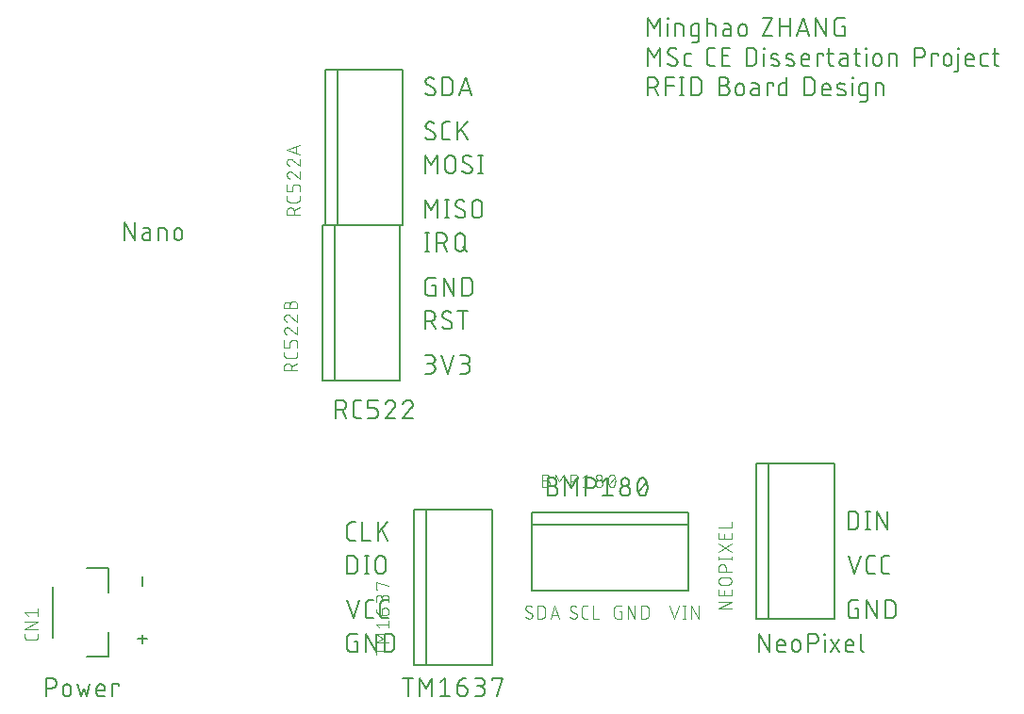
<source format=gto>
G04 EAGLE Gerber RS-274X export*
G75*
%MOMM*%
%FSLAX34Y34*%
%LPD*%
%INTop Silkscreen*%
%IPPOS*%
%AMOC8*
5,1,8,0,0,1.08239X$1,22.5*%
G01*
%ADD10C,0.152400*%
%ADD11C,0.101600*%
%ADD12C,0.127000*%
%ADD13C,0.177800*%


D10*
X100762Y450762D02*
X100762Y467018D01*
X109793Y450762D01*
X109793Y467018D01*
X119863Y457084D02*
X123927Y457084D01*
X119863Y457084D02*
X119751Y457082D01*
X119640Y457076D01*
X119529Y457066D01*
X119418Y457053D01*
X119308Y457035D01*
X119199Y457013D01*
X119090Y456988D01*
X118982Y456959D01*
X118876Y456926D01*
X118770Y456889D01*
X118666Y456849D01*
X118564Y456805D01*
X118463Y456757D01*
X118364Y456706D01*
X118266Y456651D01*
X118171Y456593D01*
X118078Y456532D01*
X117987Y456467D01*
X117898Y456399D01*
X117812Y456328D01*
X117729Y456255D01*
X117648Y456178D01*
X117569Y456098D01*
X117494Y456016D01*
X117422Y455931D01*
X117352Y455844D01*
X117286Y455754D01*
X117223Y455662D01*
X117163Y455567D01*
X117107Y455471D01*
X117054Y455373D01*
X117005Y455273D01*
X116959Y455171D01*
X116917Y455068D01*
X116878Y454963D01*
X116843Y454857D01*
X116812Y454750D01*
X116785Y454642D01*
X116761Y454533D01*
X116742Y454423D01*
X116726Y454313D01*
X116714Y454202D01*
X116706Y454090D01*
X116702Y453979D01*
X116702Y453867D01*
X116706Y453756D01*
X116714Y453644D01*
X116726Y453533D01*
X116742Y453423D01*
X116761Y453313D01*
X116785Y453204D01*
X116812Y453096D01*
X116843Y452989D01*
X116878Y452883D01*
X116917Y452778D01*
X116959Y452675D01*
X117005Y452573D01*
X117054Y452473D01*
X117107Y452375D01*
X117163Y452279D01*
X117223Y452184D01*
X117286Y452092D01*
X117352Y452002D01*
X117422Y451915D01*
X117494Y451830D01*
X117569Y451748D01*
X117648Y451668D01*
X117729Y451591D01*
X117812Y451518D01*
X117898Y451447D01*
X117987Y451379D01*
X118078Y451314D01*
X118171Y451253D01*
X118266Y451195D01*
X118364Y451140D01*
X118463Y451089D01*
X118564Y451041D01*
X118666Y450997D01*
X118770Y450957D01*
X118876Y450920D01*
X118982Y450887D01*
X119090Y450858D01*
X119199Y450833D01*
X119308Y450811D01*
X119418Y450793D01*
X119529Y450780D01*
X119640Y450770D01*
X119751Y450764D01*
X119863Y450762D01*
X123927Y450762D01*
X123927Y458890D01*
X123925Y458991D01*
X123919Y459092D01*
X123910Y459193D01*
X123897Y459294D01*
X123880Y459394D01*
X123859Y459493D01*
X123835Y459591D01*
X123807Y459688D01*
X123775Y459785D01*
X123740Y459880D01*
X123701Y459973D01*
X123659Y460065D01*
X123613Y460156D01*
X123564Y460245D01*
X123512Y460331D01*
X123456Y460416D01*
X123398Y460499D01*
X123336Y460579D01*
X123271Y460657D01*
X123204Y460733D01*
X123134Y460806D01*
X123061Y460876D01*
X122985Y460943D01*
X122907Y461008D01*
X122827Y461070D01*
X122744Y461128D01*
X122659Y461184D01*
X122573Y461236D01*
X122484Y461285D01*
X122393Y461331D01*
X122301Y461373D01*
X122208Y461412D01*
X122113Y461447D01*
X122016Y461479D01*
X121919Y461507D01*
X121821Y461531D01*
X121722Y461552D01*
X121622Y461569D01*
X121521Y461582D01*
X121420Y461591D01*
X121319Y461597D01*
X121218Y461599D01*
X117605Y461599D01*
X131364Y461599D02*
X131364Y450762D01*
X131364Y461599D02*
X135880Y461599D01*
X135984Y461597D01*
X136087Y461591D01*
X136191Y461581D01*
X136294Y461567D01*
X136396Y461549D01*
X136497Y461528D01*
X136598Y461502D01*
X136697Y461473D01*
X136796Y461440D01*
X136893Y461403D01*
X136988Y461362D01*
X137082Y461318D01*
X137174Y461270D01*
X137264Y461219D01*
X137353Y461164D01*
X137439Y461106D01*
X137522Y461044D01*
X137604Y460980D01*
X137682Y460912D01*
X137758Y460842D01*
X137832Y460769D01*
X137902Y460692D01*
X137970Y460614D01*
X138034Y460532D01*
X138096Y460449D01*
X138154Y460363D01*
X138209Y460274D01*
X138260Y460184D01*
X138308Y460092D01*
X138352Y459998D01*
X138393Y459903D01*
X138430Y459806D01*
X138463Y459707D01*
X138492Y459608D01*
X138518Y459507D01*
X138539Y459406D01*
X138557Y459304D01*
X138571Y459201D01*
X138581Y459097D01*
X138587Y458994D01*
X138589Y458890D01*
X138589Y450762D01*
X145433Y454374D02*
X145433Y457987D01*
X145435Y458106D01*
X145441Y458226D01*
X145451Y458345D01*
X145465Y458463D01*
X145482Y458582D01*
X145504Y458699D01*
X145529Y458816D01*
X145559Y458931D01*
X145592Y459046D01*
X145629Y459160D01*
X145669Y459272D01*
X145714Y459383D01*
X145762Y459492D01*
X145813Y459600D01*
X145868Y459706D01*
X145927Y459810D01*
X145989Y459912D01*
X146054Y460012D01*
X146123Y460110D01*
X146195Y460206D01*
X146270Y460299D01*
X146347Y460389D01*
X146428Y460477D01*
X146512Y460562D01*
X146599Y460644D01*
X146688Y460724D01*
X146780Y460800D01*
X146874Y460874D01*
X146971Y460944D01*
X147069Y461011D01*
X147170Y461075D01*
X147274Y461135D01*
X147379Y461192D01*
X147486Y461245D01*
X147594Y461295D01*
X147704Y461341D01*
X147816Y461383D01*
X147929Y461422D01*
X148043Y461457D01*
X148158Y461488D01*
X148275Y461516D01*
X148392Y461539D01*
X148509Y461559D01*
X148628Y461575D01*
X148747Y461587D01*
X148866Y461595D01*
X148985Y461599D01*
X149105Y461599D01*
X149224Y461595D01*
X149343Y461587D01*
X149462Y461575D01*
X149581Y461559D01*
X149698Y461539D01*
X149815Y461516D01*
X149932Y461488D01*
X150047Y461457D01*
X150161Y461422D01*
X150274Y461383D01*
X150386Y461341D01*
X150496Y461295D01*
X150604Y461245D01*
X150711Y461192D01*
X150816Y461135D01*
X150920Y461075D01*
X151021Y461011D01*
X151119Y460944D01*
X151216Y460874D01*
X151310Y460800D01*
X151402Y460724D01*
X151491Y460644D01*
X151578Y460562D01*
X151662Y460477D01*
X151743Y460389D01*
X151820Y460299D01*
X151895Y460206D01*
X151967Y460110D01*
X152036Y460012D01*
X152101Y459912D01*
X152163Y459810D01*
X152222Y459706D01*
X152277Y459600D01*
X152328Y459492D01*
X152376Y459383D01*
X152421Y459272D01*
X152461Y459160D01*
X152498Y459046D01*
X152531Y458931D01*
X152561Y458816D01*
X152586Y458699D01*
X152608Y458582D01*
X152625Y458463D01*
X152639Y458345D01*
X152649Y458226D01*
X152655Y458106D01*
X152657Y457987D01*
X152657Y454374D01*
X152655Y454255D01*
X152649Y454135D01*
X152639Y454016D01*
X152625Y453898D01*
X152608Y453779D01*
X152586Y453662D01*
X152561Y453545D01*
X152531Y453430D01*
X152498Y453315D01*
X152461Y453201D01*
X152421Y453089D01*
X152376Y452978D01*
X152328Y452869D01*
X152277Y452761D01*
X152222Y452655D01*
X152163Y452551D01*
X152101Y452449D01*
X152036Y452349D01*
X151967Y452251D01*
X151895Y452155D01*
X151820Y452062D01*
X151743Y451972D01*
X151662Y451884D01*
X151578Y451799D01*
X151491Y451717D01*
X151402Y451637D01*
X151310Y451561D01*
X151216Y451487D01*
X151119Y451417D01*
X151021Y451350D01*
X150920Y451286D01*
X150816Y451226D01*
X150711Y451169D01*
X150604Y451116D01*
X150496Y451066D01*
X150386Y451020D01*
X150274Y450978D01*
X150161Y450939D01*
X150047Y450904D01*
X149932Y450873D01*
X149815Y450845D01*
X149698Y450822D01*
X149581Y450802D01*
X149462Y450786D01*
X149343Y450774D01*
X149224Y450766D01*
X149105Y450762D01*
X148985Y450762D01*
X148866Y450766D01*
X148747Y450774D01*
X148628Y450786D01*
X148509Y450802D01*
X148392Y450822D01*
X148275Y450845D01*
X148158Y450873D01*
X148043Y450904D01*
X147929Y450939D01*
X147816Y450978D01*
X147704Y451020D01*
X147594Y451066D01*
X147486Y451116D01*
X147379Y451169D01*
X147274Y451226D01*
X147170Y451286D01*
X147069Y451350D01*
X146971Y451417D01*
X146874Y451487D01*
X146780Y451561D01*
X146688Y451637D01*
X146599Y451717D01*
X146512Y451799D01*
X146428Y451884D01*
X146347Y451972D01*
X146270Y452062D01*
X146195Y452155D01*
X146123Y452251D01*
X146054Y452349D01*
X145989Y452449D01*
X145927Y452551D01*
X145868Y452655D01*
X145813Y452761D01*
X145762Y452869D01*
X145714Y452978D01*
X145669Y453089D01*
X145629Y453201D01*
X145592Y453315D01*
X145559Y453430D01*
X145529Y453545D01*
X145504Y453662D01*
X145482Y453779D01*
X145465Y453898D01*
X145451Y454016D01*
X145441Y454135D01*
X145435Y454255D01*
X145433Y454374D01*
X355278Y57018D02*
X355278Y40762D01*
X350762Y57018D02*
X359793Y57018D01*
X366011Y57018D02*
X366011Y40762D01*
X371430Y47987D02*
X366011Y57018D01*
X371430Y47987D02*
X376849Y57018D01*
X376849Y40762D01*
X384109Y53406D02*
X388624Y57018D01*
X388624Y40762D01*
X384109Y40762D02*
X393140Y40762D01*
X399740Y49793D02*
X405159Y49793D01*
X405277Y49791D01*
X405395Y49785D01*
X405513Y49776D01*
X405630Y49762D01*
X405747Y49745D01*
X405864Y49724D01*
X405979Y49699D01*
X406094Y49670D01*
X406208Y49637D01*
X406320Y49601D01*
X406431Y49561D01*
X406541Y49518D01*
X406650Y49471D01*
X406757Y49421D01*
X406862Y49366D01*
X406965Y49309D01*
X407066Y49248D01*
X407166Y49184D01*
X407263Y49117D01*
X407358Y49047D01*
X407450Y48973D01*
X407541Y48897D01*
X407628Y48817D01*
X407713Y48735D01*
X407795Y48650D01*
X407875Y48563D01*
X407951Y48472D01*
X408025Y48380D01*
X408095Y48285D01*
X408162Y48188D01*
X408226Y48088D01*
X408287Y47987D01*
X408344Y47884D01*
X408399Y47779D01*
X408449Y47672D01*
X408496Y47563D01*
X408539Y47453D01*
X408579Y47342D01*
X408615Y47230D01*
X408648Y47116D01*
X408677Y47001D01*
X408702Y46886D01*
X408723Y46769D01*
X408740Y46652D01*
X408754Y46535D01*
X408763Y46417D01*
X408769Y46299D01*
X408771Y46181D01*
X408771Y45278D01*
X408769Y45145D01*
X408763Y45013D01*
X408753Y44881D01*
X408740Y44749D01*
X408722Y44617D01*
X408701Y44487D01*
X408676Y44356D01*
X408647Y44227D01*
X408614Y44099D01*
X408578Y43971D01*
X408538Y43845D01*
X408494Y43720D01*
X408446Y43596D01*
X408395Y43474D01*
X408340Y43353D01*
X408282Y43234D01*
X408220Y43116D01*
X408155Y43001D01*
X408086Y42887D01*
X408015Y42776D01*
X407939Y42667D01*
X407861Y42560D01*
X407780Y42455D01*
X407695Y42353D01*
X407608Y42253D01*
X407518Y42156D01*
X407425Y42061D01*
X407329Y41970D01*
X407231Y41881D01*
X407130Y41795D01*
X407026Y41712D01*
X406920Y41632D01*
X406812Y41556D01*
X406702Y41482D01*
X406589Y41412D01*
X406475Y41345D01*
X406358Y41282D01*
X406240Y41222D01*
X406120Y41165D01*
X405998Y41112D01*
X405875Y41063D01*
X405751Y41017D01*
X405625Y40975D01*
X405498Y40937D01*
X405370Y40902D01*
X405241Y40871D01*
X405112Y40844D01*
X404981Y40821D01*
X404850Y40801D01*
X404718Y40786D01*
X404586Y40774D01*
X404454Y40766D01*
X404321Y40762D01*
X404189Y40762D01*
X404056Y40766D01*
X403924Y40774D01*
X403792Y40786D01*
X403660Y40801D01*
X403529Y40821D01*
X403398Y40844D01*
X403269Y40871D01*
X403140Y40902D01*
X403012Y40937D01*
X402885Y40975D01*
X402759Y41017D01*
X402635Y41063D01*
X402512Y41112D01*
X402390Y41165D01*
X402270Y41222D01*
X402152Y41282D01*
X402035Y41345D01*
X401921Y41412D01*
X401808Y41482D01*
X401698Y41556D01*
X401590Y41632D01*
X401484Y41712D01*
X401380Y41795D01*
X401279Y41881D01*
X401181Y41970D01*
X401085Y42061D01*
X400992Y42156D01*
X400902Y42253D01*
X400815Y42353D01*
X400730Y42455D01*
X400649Y42560D01*
X400571Y42667D01*
X400495Y42776D01*
X400424Y42887D01*
X400355Y43001D01*
X400290Y43116D01*
X400228Y43234D01*
X400170Y43353D01*
X400115Y43474D01*
X400064Y43596D01*
X400016Y43720D01*
X399972Y43845D01*
X399932Y43971D01*
X399896Y44099D01*
X399863Y44227D01*
X399834Y44356D01*
X399809Y44487D01*
X399788Y44617D01*
X399770Y44749D01*
X399757Y44881D01*
X399747Y45013D01*
X399741Y45145D01*
X399739Y45278D01*
X399740Y45278D02*
X399740Y49793D01*
X399742Y49970D01*
X399749Y50148D01*
X399760Y50325D01*
X399775Y50501D01*
X399794Y50677D01*
X399818Y50853D01*
X399846Y51028D01*
X399879Y51203D01*
X399916Y51376D01*
X399957Y51549D01*
X400002Y51720D01*
X400051Y51890D01*
X400105Y52059D01*
X400162Y52227D01*
X400224Y52393D01*
X400290Y52558D01*
X400360Y52721D01*
X400434Y52882D01*
X400511Y53041D01*
X400593Y53199D01*
X400679Y53354D01*
X400768Y53507D01*
X400861Y53658D01*
X400958Y53807D01*
X401058Y53953D01*
X401162Y54097D01*
X401269Y54238D01*
X401380Y54376D01*
X401494Y54512D01*
X401612Y54645D01*
X401732Y54775D01*
X401856Y54902D01*
X401983Y55026D01*
X402113Y55146D01*
X402246Y55264D01*
X402381Y55378D01*
X402520Y55489D01*
X402661Y55596D01*
X402805Y55700D01*
X402951Y55800D01*
X403100Y55897D01*
X403251Y55990D01*
X403404Y56079D01*
X403559Y56165D01*
X403717Y56247D01*
X403876Y56324D01*
X404037Y56398D01*
X404200Y56468D01*
X404365Y56534D01*
X404531Y56596D01*
X404699Y56653D01*
X404868Y56707D01*
X405038Y56756D01*
X405209Y56801D01*
X405382Y56842D01*
X405555Y56879D01*
X405730Y56912D01*
X405905Y56940D01*
X406081Y56964D01*
X406257Y56983D01*
X406433Y56998D01*
X406610Y57009D01*
X406788Y57016D01*
X406965Y57018D01*
X415371Y40762D02*
X419887Y40762D01*
X420020Y40764D01*
X420152Y40770D01*
X420284Y40780D01*
X420416Y40793D01*
X420548Y40811D01*
X420678Y40832D01*
X420809Y40857D01*
X420938Y40886D01*
X421066Y40919D01*
X421194Y40955D01*
X421320Y40995D01*
X421445Y41039D01*
X421569Y41087D01*
X421691Y41138D01*
X421812Y41193D01*
X421931Y41251D01*
X422049Y41313D01*
X422164Y41378D01*
X422278Y41447D01*
X422389Y41518D01*
X422498Y41594D01*
X422605Y41672D01*
X422710Y41753D01*
X422812Y41838D01*
X422912Y41925D01*
X423009Y42015D01*
X423104Y42108D01*
X423195Y42204D01*
X423284Y42302D01*
X423370Y42403D01*
X423453Y42507D01*
X423533Y42613D01*
X423609Y42721D01*
X423683Y42831D01*
X423753Y42944D01*
X423820Y43058D01*
X423883Y43175D01*
X423943Y43293D01*
X424000Y43413D01*
X424053Y43535D01*
X424102Y43658D01*
X424148Y43782D01*
X424190Y43908D01*
X424228Y44035D01*
X424263Y44163D01*
X424294Y44292D01*
X424321Y44421D01*
X424344Y44552D01*
X424364Y44683D01*
X424379Y44815D01*
X424391Y44947D01*
X424399Y45079D01*
X424403Y45212D01*
X424403Y45344D01*
X424399Y45477D01*
X424391Y45609D01*
X424379Y45741D01*
X424364Y45873D01*
X424344Y46004D01*
X424321Y46135D01*
X424294Y46264D01*
X424263Y46393D01*
X424228Y46521D01*
X424190Y46648D01*
X424148Y46774D01*
X424102Y46898D01*
X424053Y47021D01*
X424000Y47143D01*
X423943Y47263D01*
X423883Y47381D01*
X423820Y47498D01*
X423753Y47612D01*
X423683Y47725D01*
X423609Y47835D01*
X423533Y47943D01*
X423453Y48049D01*
X423370Y48153D01*
X423284Y48254D01*
X423195Y48352D01*
X423104Y48448D01*
X423009Y48541D01*
X422912Y48631D01*
X422812Y48718D01*
X422710Y48803D01*
X422605Y48884D01*
X422498Y48962D01*
X422389Y49038D01*
X422278Y49109D01*
X422164Y49178D01*
X422049Y49243D01*
X421931Y49305D01*
X421812Y49363D01*
X421691Y49418D01*
X421569Y49469D01*
X421445Y49517D01*
X421320Y49561D01*
X421194Y49601D01*
X421066Y49637D01*
X420938Y49670D01*
X420809Y49699D01*
X420678Y49724D01*
X420548Y49745D01*
X420416Y49763D01*
X420284Y49776D01*
X420152Y49786D01*
X420020Y49792D01*
X419887Y49794D01*
X420790Y57018D02*
X415371Y57018D01*
X420790Y57018D02*
X420909Y57016D01*
X421029Y57010D01*
X421148Y57000D01*
X421266Y56986D01*
X421385Y56969D01*
X421502Y56947D01*
X421619Y56922D01*
X421734Y56892D01*
X421849Y56859D01*
X421963Y56822D01*
X422075Y56782D01*
X422186Y56737D01*
X422295Y56689D01*
X422403Y56638D01*
X422509Y56583D01*
X422613Y56524D01*
X422715Y56462D01*
X422815Y56397D01*
X422913Y56328D01*
X423009Y56256D01*
X423102Y56181D01*
X423192Y56104D01*
X423280Y56023D01*
X423365Y55939D01*
X423447Y55852D01*
X423527Y55763D01*
X423603Y55671D01*
X423677Y55577D01*
X423747Y55480D01*
X423814Y55382D01*
X423878Y55281D01*
X423938Y55177D01*
X423995Y55072D01*
X424048Y54965D01*
X424098Y54857D01*
X424144Y54747D01*
X424186Y54635D01*
X424225Y54522D01*
X424260Y54408D01*
X424291Y54293D01*
X424319Y54176D01*
X424342Y54059D01*
X424362Y53942D01*
X424378Y53823D01*
X424390Y53704D01*
X424398Y53585D01*
X424402Y53466D01*
X424402Y53346D01*
X424398Y53227D01*
X424390Y53108D01*
X424378Y52989D01*
X424362Y52870D01*
X424342Y52753D01*
X424319Y52636D01*
X424291Y52519D01*
X424260Y52404D01*
X424225Y52290D01*
X424186Y52177D01*
X424144Y52065D01*
X424098Y51955D01*
X424048Y51847D01*
X423995Y51740D01*
X423938Y51635D01*
X423878Y51531D01*
X423814Y51430D01*
X423747Y51332D01*
X423677Y51235D01*
X423603Y51141D01*
X423527Y51049D01*
X423447Y50960D01*
X423365Y50873D01*
X423280Y50789D01*
X423192Y50708D01*
X423102Y50631D01*
X423009Y50556D01*
X422913Y50484D01*
X422815Y50415D01*
X422715Y50350D01*
X422613Y50288D01*
X422509Y50229D01*
X422403Y50174D01*
X422295Y50123D01*
X422186Y50075D01*
X422075Y50030D01*
X421963Y49990D01*
X421849Y49953D01*
X421734Y49920D01*
X421619Y49890D01*
X421502Y49865D01*
X421385Y49843D01*
X421266Y49826D01*
X421148Y49812D01*
X421029Y49802D01*
X420909Y49796D01*
X420790Y49794D01*
X420790Y49793D02*
X417177Y49793D01*
X431002Y55212D02*
X431002Y57018D01*
X440033Y57018D01*
X435518Y40762D01*
X30762Y40762D02*
X30762Y57018D01*
X35278Y57018D01*
X35411Y57016D01*
X35543Y57010D01*
X35675Y57000D01*
X35807Y56987D01*
X35939Y56969D01*
X36069Y56948D01*
X36200Y56923D01*
X36329Y56894D01*
X36457Y56861D01*
X36585Y56825D01*
X36711Y56785D01*
X36836Y56741D01*
X36960Y56693D01*
X37082Y56642D01*
X37203Y56587D01*
X37322Y56529D01*
X37440Y56467D01*
X37555Y56402D01*
X37669Y56333D01*
X37780Y56262D01*
X37889Y56186D01*
X37996Y56108D01*
X38101Y56027D01*
X38203Y55942D01*
X38303Y55855D01*
X38400Y55765D01*
X38495Y55672D01*
X38586Y55576D01*
X38675Y55478D01*
X38761Y55377D01*
X38844Y55273D01*
X38924Y55167D01*
X39000Y55059D01*
X39074Y54949D01*
X39144Y54836D01*
X39211Y54722D01*
X39274Y54605D01*
X39334Y54487D01*
X39391Y54367D01*
X39444Y54245D01*
X39493Y54122D01*
X39539Y53998D01*
X39581Y53872D01*
X39619Y53745D01*
X39654Y53617D01*
X39685Y53488D01*
X39712Y53359D01*
X39735Y53228D01*
X39755Y53097D01*
X39770Y52965D01*
X39782Y52833D01*
X39790Y52701D01*
X39794Y52568D01*
X39794Y52436D01*
X39790Y52303D01*
X39782Y52171D01*
X39770Y52039D01*
X39755Y51907D01*
X39735Y51776D01*
X39712Y51645D01*
X39685Y51516D01*
X39654Y51387D01*
X39619Y51259D01*
X39581Y51132D01*
X39539Y51006D01*
X39493Y50882D01*
X39444Y50759D01*
X39391Y50637D01*
X39334Y50517D01*
X39274Y50399D01*
X39211Y50282D01*
X39144Y50168D01*
X39074Y50055D01*
X39000Y49945D01*
X38924Y49837D01*
X38844Y49731D01*
X38761Y49627D01*
X38675Y49526D01*
X38586Y49428D01*
X38495Y49332D01*
X38400Y49239D01*
X38303Y49149D01*
X38203Y49062D01*
X38101Y48977D01*
X37996Y48896D01*
X37889Y48818D01*
X37780Y48742D01*
X37669Y48671D01*
X37555Y48602D01*
X37440Y48537D01*
X37322Y48475D01*
X37203Y48417D01*
X37082Y48362D01*
X36960Y48311D01*
X36836Y48263D01*
X36711Y48219D01*
X36585Y48179D01*
X36457Y48143D01*
X36329Y48110D01*
X36200Y48081D01*
X36069Y48056D01*
X35939Y48035D01*
X35807Y48017D01*
X35675Y48004D01*
X35543Y47994D01*
X35411Y47988D01*
X35278Y47986D01*
X35278Y47987D02*
X30762Y47987D01*
X45522Y47987D02*
X45522Y44374D01*
X45523Y47987D02*
X45525Y48106D01*
X45531Y48226D01*
X45541Y48345D01*
X45555Y48463D01*
X45572Y48582D01*
X45594Y48699D01*
X45619Y48816D01*
X45649Y48931D01*
X45682Y49046D01*
X45719Y49160D01*
X45759Y49272D01*
X45804Y49383D01*
X45852Y49492D01*
X45903Y49600D01*
X45958Y49706D01*
X46017Y49810D01*
X46079Y49912D01*
X46144Y50012D01*
X46213Y50110D01*
X46285Y50206D01*
X46360Y50299D01*
X46437Y50389D01*
X46518Y50477D01*
X46602Y50562D01*
X46689Y50644D01*
X46778Y50724D01*
X46870Y50800D01*
X46964Y50874D01*
X47061Y50944D01*
X47159Y51011D01*
X47260Y51075D01*
X47364Y51135D01*
X47469Y51192D01*
X47576Y51245D01*
X47684Y51295D01*
X47794Y51341D01*
X47906Y51383D01*
X48019Y51422D01*
X48133Y51457D01*
X48248Y51488D01*
X48365Y51516D01*
X48482Y51539D01*
X48599Y51559D01*
X48718Y51575D01*
X48837Y51587D01*
X48956Y51595D01*
X49075Y51599D01*
X49195Y51599D01*
X49314Y51595D01*
X49433Y51587D01*
X49552Y51575D01*
X49671Y51559D01*
X49788Y51539D01*
X49905Y51516D01*
X50022Y51488D01*
X50137Y51457D01*
X50251Y51422D01*
X50364Y51383D01*
X50476Y51341D01*
X50586Y51295D01*
X50694Y51245D01*
X50801Y51192D01*
X50906Y51135D01*
X51010Y51075D01*
X51111Y51011D01*
X51209Y50944D01*
X51306Y50874D01*
X51400Y50800D01*
X51492Y50724D01*
X51581Y50644D01*
X51668Y50562D01*
X51752Y50477D01*
X51833Y50389D01*
X51910Y50299D01*
X51985Y50206D01*
X52057Y50110D01*
X52126Y50012D01*
X52191Y49912D01*
X52253Y49810D01*
X52312Y49706D01*
X52367Y49600D01*
X52418Y49492D01*
X52466Y49383D01*
X52511Y49272D01*
X52551Y49160D01*
X52588Y49046D01*
X52621Y48931D01*
X52651Y48816D01*
X52676Y48699D01*
X52698Y48582D01*
X52715Y48463D01*
X52729Y48345D01*
X52739Y48226D01*
X52745Y48106D01*
X52747Y47987D01*
X52747Y44374D01*
X52745Y44255D01*
X52739Y44135D01*
X52729Y44016D01*
X52715Y43898D01*
X52698Y43779D01*
X52676Y43662D01*
X52651Y43545D01*
X52621Y43430D01*
X52588Y43315D01*
X52551Y43201D01*
X52511Y43089D01*
X52466Y42978D01*
X52418Y42869D01*
X52367Y42761D01*
X52312Y42655D01*
X52253Y42551D01*
X52191Y42449D01*
X52126Y42349D01*
X52057Y42251D01*
X51985Y42155D01*
X51910Y42062D01*
X51833Y41972D01*
X51752Y41884D01*
X51668Y41799D01*
X51581Y41717D01*
X51492Y41637D01*
X51400Y41561D01*
X51306Y41487D01*
X51209Y41417D01*
X51111Y41350D01*
X51010Y41286D01*
X50906Y41226D01*
X50801Y41169D01*
X50694Y41116D01*
X50586Y41066D01*
X50476Y41020D01*
X50364Y40978D01*
X50251Y40939D01*
X50137Y40904D01*
X50022Y40873D01*
X49905Y40845D01*
X49788Y40822D01*
X49671Y40802D01*
X49552Y40786D01*
X49433Y40774D01*
X49314Y40766D01*
X49195Y40762D01*
X49075Y40762D01*
X48956Y40766D01*
X48837Y40774D01*
X48718Y40786D01*
X48599Y40802D01*
X48482Y40822D01*
X48365Y40845D01*
X48248Y40873D01*
X48133Y40904D01*
X48019Y40939D01*
X47906Y40978D01*
X47794Y41020D01*
X47684Y41066D01*
X47576Y41116D01*
X47469Y41169D01*
X47364Y41226D01*
X47260Y41286D01*
X47159Y41350D01*
X47061Y41417D01*
X46964Y41487D01*
X46870Y41561D01*
X46778Y41637D01*
X46689Y41717D01*
X46602Y41799D01*
X46518Y41884D01*
X46437Y41972D01*
X46360Y42062D01*
X46285Y42155D01*
X46213Y42251D01*
X46144Y42349D01*
X46079Y42449D01*
X46017Y42551D01*
X45958Y42655D01*
X45903Y42761D01*
X45852Y42869D01*
X45804Y42978D01*
X45759Y43089D01*
X45719Y43201D01*
X45682Y43315D01*
X45649Y43430D01*
X45619Y43545D01*
X45594Y43662D01*
X45572Y43779D01*
X45555Y43898D01*
X45541Y44016D01*
X45531Y44135D01*
X45525Y44255D01*
X45523Y44374D01*
X58826Y51599D02*
X61536Y40762D01*
X64245Y47987D01*
X66954Y40762D01*
X69664Y51599D01*
X78452Y40762D02*
X82968Y40762D01*
X78452Y40762D02*
X78351Y40764D01*
X78250Y40770D01*
X78149Y40779D01*
X78048Y40792D01*
X77948Y40809D01*
X77849Y40830D01*
X77751Y40854D01*
X77654Y40882D01*
X77557Y40914D01*
X77462Y40949D01*
X77369Y40988D01*
X77277Y41030D01*
X77186Y41076D01*
X77098Y41125D01*
X77011Y41177D01*
X76926Y41233D01*
X76843Y41291D01*
X76763Y41353D01*
X76685Y41418D01*
X76609Y41485D01*
X76536Y41555D01*
X76466Y41628D01*
X76399Y41704D01*
X76334Y41782D01*
X76272Y41862D01*
X76214Y41945D01*
X76158Y42030D01*
X76106Y42116D01*
X76057Y42205D01*
X76011Y42296D01*
X75969Y42388D01*
X75930Y42481D01*
X75895Y42576D01*
X75863Y42673D01*
X75835Y42770D01*
X75811Y42868D01*
X75790Y42967D01*
X75773Y43067D01*
X75760Y43168D01*
X75751Y43269D01*
X75745Y43370D01*
X75743Y43471D01*
X75743Y47987D01*
X75745Y48106D01*
X75751Y48226D01*
X75761Y48345D01*
X75775Y48463D01*
X75792Y48582D01*
X75814Y48699D01*
X75839Y48816D01*
X75869Y48931D01*
X75902Y49046D01*
X75939Y49160D01*
X75979Y49272D01*
X76024Y49383D01*
X76072Y49492D01*
X76123Y49600D01*
X76178Y49706D01*
X76237Y49810D01*
X76299Y49912D01*
X76364Y50012D01*
X76433Y50110D01*
X76505Y50206D01*
X76580Y50299D01*
X76657Y50389D01*
X76738Y50477D01*
X76822Y50562D01*
X76909Y50644D01*
X76998Y50724D01*
X77090Y50800D01*
X77184Y50874D01*
X77281Y50944D01*
X77379Y51011D01*
X77480Y51075D01*
X77584Y51135D01*
X77689Y51192D01*
X77796Y51245D01*
X77904Y51295D01*
X78014Y51341D01*
X78126Y51383D01*
X78239Y51422D01*
X78353Y51457D01*
X78468Y51488D01*
X78585Y51516D01*
X78702Y51539D01*
X78819Y51559D01*
X78938Y51575D01*
X79057Y51587D01*
X79176Y51595D01*
X79295Y51599D01*
X79415Y51599D01*
X79534Y51595D01*
X79653Y51587D01*
X79772Y51575D01*
X79891Y51559D01*
X80008Y51539D01*
X80125Y51516D01*
X80242Y51488D01*
X80357Y51457D01*
X80471Y51422D01*
X80584Y51383D01*
X80696Y51341D01*
X80806Y51295D01*
X80914Y51245D01*
X81021Y51192D01*
X81126Y51135D01*
X81230Y51075D01*
X81331Y51011D01*
X81429Y50944D01*
X81526Y50874D01*
X81620Y50800D01*
X81712Y50724D01*
X81801Y50644D01*
X81888Y50562D01*
X81972Y50477D01*
X82053Y50389D01*
X82130Y50299D01*
X82205Y50206D01*
X82277Y50110D01*
X82346Y50012D01*
X82411Y49912D01*
X82473Y49810D01*
X82532Y49706D01*
X82587Y49600D01*
X82638Y49492D01*
X82686Y49383D01*
X82731Y49272D01*
X82771Y49160D01*
X82808Y49046D01*
X82841Y48931D01*
X82871Y48816D01*
X82896Y48699D01*
X82918Y48582D01*
X82935Y48463D01*
X82949Y48345D01*
X82959Y48226D01*
X82965Y48106D01*
X82967Y47987D01*
X82968Y47987D02*
X82968Y46181D01*
X75743Y46181D01*
X89896Y40762D02*
X89896Y51599D01*
X95314Y51599D01*
X95314Y49793D01*
X480762Y229793D02*
X485278Y229793D01*
X485278Y229794D02*
X485411Y229792D01*
X485543Y229786D01*
X485675Y229776D01*
X485807Y229763D01*
X485939Y229745D01*
X486069Y229724D01*
X486200Y229699D01*
X486329Y229670D01*
X486457Y229637D01*
X486585Y229601D01*
X486711Y229561D01*
X486836Y229517D01*
X486960Y229469D01*
X487082Y229418D01*
X487203Y229363D01*
X487322Y229305D01*
X487440Y229243D01*
X487555Y229178D01*
X487669Y229109D01*
X487780Y229038D01*
X487889Y228962D01*
X487996Y228884D01*
X488101Y228803D01*
X488203Y228718D01*
X488303Y228631D01*
X488400Y228541D01*
X488495Y228448D01*
X488586Y228352D01*
X488675Y228254D01*
X488761Y228153D01*
X488844Y228049D01*
X488924Y227943D01*
X489000Y227835D01*
X489074Y227725D01*
X489144Y227612D01*
X489211Y227498D01*
X489274Y227381D01*
X489334Y227263D01*
X489391Y227143D01*
X489444Y227021D01*
X489493Y226898D01*
X489539Y226774D01*
X489581Y226648D01*
X489619Y226521D01*
X489654Y226393D01*
X489685Y226264D01*
X489712Y226135D01*
X489735Y226004D01*
X489755Y225873D01*
X489770Y225741D01*
X489782Y225609D01*
X489790Y225477D01*
X489794Y225344D01*
X489794Y225212D01*
X489790Y225079D01*
X489782Y224947D01*
X489770Y224815D01*
X489755Y224683D01*
X489735Y224552D01*
X489712Y224421D01*
X489685Y224292D01*
X489654Y224163D01*
X489619Y224035D01*
X489581Y223908D01*
X489539Y223782D01*
X489493Y223658D01*
X489444Y223535D01*
X489391Y223413D01*
X489334Y223293D01*
X489274Y223175D01*
X489211Y223058D01*
X489144Y222944D01*
X489074Y222831D01*
X489000Y222721D01*
X488924Y222613D01*
X488844Y222507D01*
X488761Y222403D01*
X488675Y222302D01*
X488586Y222204D01*
X488495Y222108D01*
X488400Y222015D01*
X488303Y221925D01*
X488203Y221838D01*
X488101Y221753D01*
X487996Y221672D01*
X487889Y221594D01*
X487780Y221518D01*
X487669Y221447D01*
X487555Y221378D01*
X487440Y221313D01*
X487322Y221251D01*
X487203Y221193D01*
X487082Y221138D01*
X486960Y221087D01*
X486836Y221039D01*
X486711Y220995D01*
X486585Y220955D01*
X486457Y220919D01*
X486329Y220886D01*
X486200Y220857D01*
X486069Y220832D01*
X485939Y220811D01*
X485807Y220793D01*
X485675Y220780D01*
X485543Y220770D01*
X485411Y220764D01*
X485278Y220762D01*
X480762Y220762D01*
X480762Y237018D01*
X485278Y237018D01*
X485397Y237016D01*
X485517Y237010D01*
X485636Y237000D01*
X485754Y236986D01*
X485873Y236969D01*
X485990Y236947D01*
X486107Y236922D01*
X486222Y236892D01*
X486337Y236859D01*
X486451Y236822D01*
X486563Y236782D01*
X486674Y236737D01*
X486783Y236689D01*
X486891Y236638D01*
X486997Y236583D01*
X487101Y236524D01*
X487203Y236462D01*
X487303Y236397D01*
X487401Y236328D01*
X487497Y236256D01*
X487590Y236181D01*
X487680Y236104D01*
X487768Y236023D01*
X487853Y235939D01*
X487935Y235852D01*
X488015Y235763D01*
X488091Y235671D01*
X488165Y235577D01*
X488235Y235480D01*
X488302Y235382D01*
X488366Y235281D01*
X488426Y235177D01*
X488483Y235072D01*
X488536Y234965D01*
X488586Y234857D01*
X488632Y234747D01*
X488674Y234635D01*
X488713Y234522D01*
X488748Y234408D01*
X488779Y234293D01*
X488807Y234176D01*
X488830Y234059D01*
X488850Y233942D01*
X488866Y233823D01*
X488878Y233704D01*
X488886Y233585D01*
X488890Y233466D01*
X488890Y233346D01*
X488886Y233227D01*
X488878Y233108D01*
X488866Y232989D01*
X488850Y232870D01*
X488830Y232753D01*
X488807Y232636D01*
X488779Y232519D01*
X488748Y232404D01*
X488713Y232290D01*
X488674Y232177D01*
X488632Y232065D01*
X488586Y231955D01*
X488536Y231847D01*
X488483Y231740D01*
X488426Y231635D01*
X488366Y231531D01*
X488302Y231430D01*
X488235Y231332D01*
X488165Y231235D01*
X488091Y231141D01*
X488015Y231049D01*
X487935Y230960D01*
X487853Y230873D01*
X487768Y230789D01*
X487680Y230708D01*
X487590Y230631D01*
X487497Y230556D01*
X487401Y230484D01*
X487303Y230415D01*
X487203Y230350D01*
X487101Y230288D01*
X486997Y230229D01*
X486891Y230174D01*
X486783Y230123D01*
X486674Y230075D01*
X486563Y230030D01*
X486451Y229990D01*
X486337Y229953D01*
X486222Y229920D01*
X486107Y229890D01*
X485990Y229865D01*
X485873Y229843D01*
X485754Y229826D01*
X485636Y229812D01*
X485517Y229802D01*
X485397Y229796D01*
X485278Y229794D01*
X496321Y237018D02*
X496321Y220762D01*
X501740Y227987D02*
X496321Y237018D01*
X501740Y227987D02*
X507159Y237018D01*
X507159Y220762D01*
X515151Y220762D02*
X515151Y237018D01*
X519666Y237018D01*
X519799Y237016D01*
X519931Y237010D01*
X520063Y237000D01*
X520195Y236987D01*
X520327Y236969D01*
X520457Y236948D01*
X520588Y236923D01*
X520717Y236894D01*
X520845Y236861D01*
X520973Y236825D01*
X521099Y236785D01*
X521224Y236741D01*
X521348Y236693D01*
X521470Y236642D01*
X521591Y236587D01*
X521710Y236529D01*
X521828Y236467D01*
X521943Y236402D01*
X522057Y236333D01*
X522168Y236262D01*
X522277Y236186D01*
X522384Y236108D01*
X522489Y236027D01*
X522591Y235942D01*
X522691Y235855D01*
X522788Y235765D01*
X522883Y235672D01*
X522974Y235576D01*
X523063Y235478D01*
X523149Y235377D01*
X523232Y235273D01*
X523312Y235167D01*
X523388Y235059D01*
X523462Y234949D01*
X523532Y234836D01*
X523599Y234722D01*
X523662Y234605D01*
X523722Y234487D01*
X523779Y234367D01*
X523832Y234245D01*
X523881Y234122D01*
X523927Y233998D01*
X523969Y233872D01*
X524007Y233745D01*
X524042Y233617D01*
X524073Y233488D01*
X524100Y233359D01*
X524123Y233228D01*
X524143Y233097D01*
X524158Y232965D01*
X524170Y232833D01*
X524178Y232701D01*
X524182Y232568D01*
X524182Y232436D01*
X524178Y232303D01*
X524170Y232171D01*
X524158Y232039D01*
X524143Y231907D01*
X524123Y231776D01*
X524100Y231645D01*
X524073Y231516D01*
X524042Y231387D01*
X524007Y231259D01*
X523969Y231132D01*
X523927Y231006D01*
X523881Y230882D01*
X523832Y230759D01*
X523779Y230637D01*
X523722Y230517D01*
X523662Y230399D01*
X523599Y230282D01*
X523532Y230168D01*
X523462Y230055D01*
X523388Y229945D01*
X523312Y229837D01*
X523232Y229731D01*
X523149Y229627D01*
X523063Y229526D01*
X522974Y229428D01*
X522883Y229332D01*
X522788Y229239D01*
X522691Y229149D01*
X522591Y229062D01*
X522489Y228977D01*
X522384Y228896D01*
X522277Y228818D01*
X522168Y228742D01*
X522057Y228671D01*
X521943Y228602D01*
X521828Y228537D01*
X521710Y228475D01*
X521591Y228417D01*
X521470Y228362D01*
X521348Y228311D01*
X521224Y228263D01*
X521099Y228219D01*
X520973Y228179D01*
X520845Y228143D01*
X520717Y228110D01*
X520588Y228081D01*
X520457Y228056D01*
X520327Y228035D01*
X520195Y228017D01*
X520063Y228004D01*
X519931Y227994D01*
X519799Y227988D01*
X519666Y227986D01*
X519666Y227987D02*
X515151Y227987D01*
X530050Y233406D02*
X534566Y237018D01*
X534566Y220762D01*
X539081Y220762D02*
X530050Y220762D01*
X545681Y225278D02*
X545683Y225411D01*
X545689Y225543D01*
X545699Y225675D01*
X545712Y225807D01*
X545730Y225939D01*
X545751Y226069D01*
X545776Y226200D01*
X545805Y226329D01*
X545838Y226457D01*
X545874Y226585D01*
X545914Y226711D01*
X545958Y226836D01*
X546006Y226960D01*
X546057Y227082D01*
X546112Y227203D01*
X546170Y227322D01*
X546232Y227440D01*
X546297Y227555D01*
X546366Y227669D01*
X546437Y227780D01*
X546513Y227889D01*
X546591Y227996D01*
X546672Y228101D01*
X546757Y228203D01*
X546844Y228303D01*
X546934Y228400D01*
X547027Y228495D01*
X547123Y228586D01*
X547221Y228675D01*
X547322Y228761D01*
X547426Y228844D01*
X547532Y228924D01*
X547640Y229000D01*
X547750Y229074D01*
X547863Y229144D01*
X547977Y229211D01*
X548094Y229274D01*
X548212Y229334D01*
X548332Y229391D01*
X548454Y229444D01*
X548577Y229493D01*
X548701Y229539D01*
X548827Y229581D01*
X548954Y229619D01*
X549082Y229654D01*
X549211Y229685D01*
X549340Y229712D01*
X549471Y229735D01*
X549602Y229755D01*
X549734Y229770D01*
X549866Y229782D01*
X549998Y229790D01*
X550131Y229794D01*
X550263Y229794D01*
X550396Y229790D01*
X550528Y229782D01*
X550660Y229770D01*
X550792Y229755D01*
X550923Y229735D01*
X551054Y229712D01*
X551183Y229685D01*
X551312Y229654D01*
X551440Y229619D01*
X551567Y229581D01*
X551693Y229539D01*
X551817Y229493D01*
X551940Y229444D01*
X552062Y229391D01*
X552182Y229334D01*
X552300Y229274D01*
X552417Y229211D01*
X552531Y229144D01*
X552644Y229074D01*
X552754Y229000D01*
X552862Y228924D01*
X552968Y228844D01*
X553072Y228761D01*
X553173Y228675D01*
X553271Y228586D01*
X553367Y228495D01*
X553460Y228400D01*
X553550Y228303D01*
X553637Y228203D01*
X553722Y228101D01*
X553803Y227996D01*
X553881Y227889D01*
X553957Y227780D01*
X554028Y227669D01*
X554097Y227555D01*
X554162Y227440D01*
X554224Y227322D01*
X554282Y227203D01*
X554337Y227082D01*
X554388Y226960D01*
X554436Y226836D01*
X554480Y226711D01*
X554520Y226585D01*
X554556Y226457D01*
X554589Y226329D01*
X554618Y226200D01*
X554643Y226069D01*
X554664Y225939D01*
X554682Y225807D01*
X554695Y225675D01*
X554705Y225543D01*
X554711Y225411D01*
X554713Y225278D01*
X554711Y225145D01*
X554705Y225013D01*
X554695Y224881D01*
X554682Y224749D01*
X554664Y224617D01*
X554643Y224487D01*
X554618Y224356D01*
X554589Y224227D01*
X554556Y224099D01*
X554520Y223971D01*
X554480Y223845D01*
X554436Y223720D01*
X554388Y223596D01*
X554337Y223474D01*
X554282Y223353D01*
X554224Y223234D01*
X554162Y223116D01*
X554097Y223001D01*
X554028Y222887D01*
X553957Y222776D01*
X553881Y222667D01*
X553803Y222560D01*
X553722Y222455D01*
X553637Y222353D01*
X553550Y222253D01*
X553460Y222156D01*
X553367Y222061D01*
X553271Y221970D01*
X553173Y221881D01*
X553072Y221795D01*
X552968Y221712D01*
X552862Y221632D01*
X552754Y221556D01*
X552644Y221482D01*
X552531Y221412D01*
X552417Y221345D01*
X552300Y221282D01*
X552182Y221222D01*
X552062Y221165D01*
X551940Y221112D01*
X551817Y221063D01*
X551693Y221017D01*
X551567Y220975D01*
X551440Y220937D01*
X551312Y220902D01*
X551183Y220871D01*
X551054Y220844D01*
X550923Y220821D01*
X550792Y220801D01*
X550660Y220786D01*
X550528Y220774D01*
X550396Y220766D01*
X550263Y220762D01*
X550131Y220762D01*
X549998Y220766D01*
X549866Y220774D01*
X549734Y220786D01*
X549602Y220801D01*
X549471Y220821D01*
X549340Y220844D01*
X549211Y220871D01*
X549082Y220902D01*
X548954Y220937D01*
X548827Y220975D01*
X548701Y221017D01*
X548577Y221063D01*
X548454Y221112D01*
X548332Y221165D01*
X548212Y221222D01*
X548094Y221282D01*
X547977Y221345D01*
X547863Y221412D01*
X547750Y221482D01*
X547640Y221556D01*
X547532Y221632D01*
X547426Y221712D01*
X547322Y221795D01*
X547221Y221881D01*
X547123Y221970D01*
X547027Y222061D01*
X546934Y222156D01*
X546844Y222253D01*
X546757Y222353D01*
X546672Y222455D01*
X546591Y222560D01*
X546513Y222667D01*
X546437Y222776D01*
X546366Y222887D01*
X546297Y223001D01*
X546232Y223116D01*
X546170Y223234D01*
X546112Y223353D01*
X546057Y223474D01*
X546006Y223596D01*
X545958Y223720D01*
X545914Y223845D01*
X545874Y223971D01*
X545838Y224099D01*
X545805Y224227D01*
X545776Y224356D01*
X545751Y224487D01*
X545730Y224617D01*
X545712Y224749D01*
X545699Y224881D01*
X545689Y225013D01*
X545683Y225145D01*
X545681Y225278D01*
X546585Y233406D02*
X546587Y233525D01*
X546593Y233645D01*
X546603Y233764D01*
X546617Y233882D01*
X546634Y234001D01*
X546656Y234118D01*
X546681Y234235D01*
X546711Y234350D01*
X546744Y234465D01*
X546781Y234579D01*
X546821Y234691D01*
X546866Y234802D01*
X546914Y234911D01*
X546965Y235019D01*
X547020Y235125D01*
X547079Y235229D01*
X547141Y235331D01*
X547206Y235431D01*
X547275Y235529D01*
X547347Y235625D01*
X547422Y235718D01*
X547499Y235808D01*
X547580Y235896D01*
X547664Y235981D01*
X547751Y236063D01*
X547840Y236143D01*
X547932Y236219D01*
X548026Y236293D01*
X548123Y236363D01*
X548221Y236430D01*
X548322Y236494D01*
X548426Y236554D01*
X548531Y236611D01*
X548638Y236664D01*
X548746Y236714D01*
X548856Y236760D01*
X548968Y236802D01*
X549081Y236841D01*
X549195Y236876D01*
X549310Y236907D01*
X549427Y236935D01*
X549544Y236958D01*
X549661Y236978D01*
X549780Y236994D01*
X549899Y237006D01*
X550018Y237014D01*
X550137Y237018D01*
X550257Y237018D01*
X550376Y237014D01*
X550495Y237006D01*
X550614Y236994D01*
X550733Y236978D01*
X550850Y236958D01*
X550967Y236935D01*
X551084Y236907D01*
X551199Y236876D01*
X551313Y236841D01*
X551426Y236802D01*
X551538Y236760D01*
X551648Y236714D01*
X551756Y236664D01*
X551863Y236611D01*
X551968Y236554D01*
X552072Y236494D01*
X552173Y236430D01*
X552271Y236363D01*
X552368Y236293D01*
X552462Y236219D01*
X552554Y236143D01*
X552643Y236063D01*
X552730Y235981D01*
X552814Y235896D01*
X552895Y235808D01*
X552972Y235718D01*
X553047Y235625D01*
X553119Y235529D01*
X553188Y235431D01*
X553253Y235331D01*
X553315Y235229D01*
X553374Y235125D01*
X553429Y235019D01*
X553480Y234911D01*
X553528Y234802D01*
X553573Y234691D01*
X553613Y234579D01*
X553650Y234465D01*
X553683Y234350D01*
X553713Y234235D01*
X553738Y234118D01*
X553760Y234001D01*
X553777Y233882D01*
X553791Y233764D01*
X553801Y233645D01*
X553807Y233525D01*
X553809Y233406D01*
X553807Y233287D01*
X553801Y233167D01*
X553791Y233048D01*
X553777Y232930D01*
X553760Y232811D01*
X553738Y232694D01*
X553713Y232577D01*
X553683Y232462D01*
X553650Y232347D01*
X553613Y232233D01*
X553573Y232121D01*
X553528Y232010D01*
X553480Y231901D01*
X553429Y231793D01*
X553374Y231687D01*
X553315Y231583D01*
X553253Y231481D01*
X553188Y231381D01*
X553119Y231283D01*
X553047Y231187D01*
X552972Y231094D01*
X552895Y231004D01*
X552814Y230916D01*
X552730Y230831D01*
X552643Y230749D01*
X552554Y230669D01*
X552462Y230593D01*
X552368Y230519D01*
X552271Y230449D01*
X552173Y230382D01*
X552072Y230318D01*
X551968Y230258D01*
X551863Y230201D01*
X551756Y230148D01*
X551648Y230098D01*
X551538Y230052D01*
X551426Y230010D01*
X551313Y229971D01*
X551199Y229936D01*
X551084Y229905D01*
X550967Y229877D01*
X550850Y229854D01*
X550733Y229834D01*
X550614Y229818D01*
X550495Y229806D01*
X550376Y229798D01*
X550257Y229794D01*
X550137Y229794D01*
X550018Y229798D01*
X549899Y229806D01*
X549780Y229818D01*
X549661Y229834D01*
X549544Y229854D01*
X549427Y229877D01*
X549310Y229905D01*
X549195Y229936D01*
X549081Y229971D01*
X548968Y230010D01*
X548856Y230052D01*
X548746Y230098D01*
X548638Y230148D01*
X548531Y230201D01*
X548426Y230258D01*
X548322Y230318D01*
X548221Y230382D01*
X548123Y230449D01*
X548026Y230519D01*
X547932Y230593D01*
X547840Y230669D01*
X547751Y230749D01*
X547664Y230831D01*
X547580Y230916D01*
X547499Y231004D01*
X547422Y231094D01*
X547347Y231187D01*
X547275Y231283D01*
X547206Y231381D01*
X547141Y231481D01*
X547079Y231583D01*
X547020Y231687D01*
X546965Y231793D01*
X546914Y231901D01*
X546866Y232010D01*
X546821Y232121D01*
X546781Y232233D01*
X546744Y232347D01*
X546711Y232462D01*
X546681Y232577D01*
X546656Y232694D01*
X546634Y232811D01*
X546617Y232930D01*
X546603Y233048D01*
X546593Y233167D01*
X546587Y233287D01*
X546585Y233406D01*
X561313Y228890D02*
X561317Y229210D01*
X561328Y229529D01*
X561347Y229849D01*
X561374Y230167D01*
X561408Y230485D01*
X561450Y230802D01*
X561500Y231118D01*
X561557Y231433D01*
X561621Y231746D01*
X561693Y232058D01*
X561772Y232368D01*
X561859Y232675D01*
X561953Y232981D01*
X562054Y233284D01*
X562163Y233585D01*
X562278Y233883D01*
X562401Y234179D01*
X562531Y234471D01*
X562668Y234760D01*
X562667Y234761D02*
X562706Y234869D01*
X562749Y234976D01*
X562795Y235081D01*
X562846Y235185D01*
X562899Y235287D01*
X562956Y235387D01*
X563017Y235485D01*
X563081Y235580D01*
X563148Y235674D01*
X563219Y235765D01*
X563292Y235854D01*
X563369Y235940D01*
X563448Y236023D01*
X563530Y236104D01*
X563615Y236182D01*
X563703Y236256D01*
X563793Y236328D01*
X563885Y236396D01*
X563980Y236462D01*
X564077Y236524D01*
X564176Y236582D01*
X564278Y236638D01*
X564380Y236689D01*
X564485Y236737D01*
X564591Y236782D01*
X564699Y236823D01*
X564808Y236860D01*
X564918Y236893D01*
X565030Y236922D01*
X565142Y236948D01*
X565255Y236970D01*
X565369Y236987D01*
X565483Y237001D01*
X565598Y237011D01*
X565713Y237017D01*
X565828Y237019D01*
X565828Y237018D02*
X565943Y237016D01*
X566058Y237010D01*
X566173Y237000D01*
X566287Y236986D01*
X566401Y236969D01*
X566514Y236947D01*
X566626Y236921D01*
X566738Y236892D01*
X566848Y236859D01*
X566957Y236822D01*
X567065Y236781D01*
X567171Y236736D01*
X567276Y236688D01*
X567378Y236637D01*
X567479Y236581D01*
X567579Y236523D01*
X567676Y236461D01*
X567770Y236396D01*
X567863Y236327D01*
X567953Y236255D01*
X568041Y236181D01*
X568126Y236103D01*
X568208Y236022D01*
X568287Y235939D01*
X568364Y235853D01*
X568437Y235764D01*
X568508Y235673D01*
X568575Y235579D01*
X568639Y235484D01*
X568700Y235386D01*
X568757Y235286D01*
X568810Y235184D01*
X568861Y235080D01*
X568907Y234975D01*
X568950Y234868D01*
X568989Y234760D01*
X568988Y234760D02*
X569125Y234471D01*
X569255Y234179D01*
X569378Y233883D01*
X569493Y233585D01*
X569602Y233284D01*
X569703Y232981D01*
X569797Y232675D01*
X569884Y232368D01*
X569963Y232058D01*
X570035Y231746D01*
X570099Y231433D01*
X570156Y231118D01*
X570206Y230802D01*
X570248Y230485D01*
X570282Y230167D01*
X570309Y229849D01*
X570328Y229529D01*
X570339Y229210D01*
X570343Y228890D01*
X561313Y228890D02*
X561317Y228570D01*
X561328Y228251D01*
X561347Y227931D01*
X561374Y227613D01*
X561408Y227295D01*
X561450Y226978D01*
X561500Y226662D01*
X561557Y226347D01*
X561621Y226034D01*
X561693Y225722D01*
X561772Y225412D01*
X561859Y225105D01*
X561953Y224799D01*
X562054Y224496D01*
X562163Y224195D01*
X562278Y223897D01*
X562401Y223601D01*
X562531Y223309D01*
X562668Y223020D01*
X562667Y223020D02*
X562706Y222912D01*
X562749Y222805D01*
X562795Y222700D01*
X562846Y222596D01*
X562899Y222494D01*
X562956Y222394D01*
X563017Y222296D01*
X563081Y222201D01*
X563148Y222107D01*
X563219Y222016D01*
X563292Y221927D01*
X563369Y221841D01*
X563448Y221758D01*
X563530Y221677D01*
X563615Y221599D01*
X563703Y221525D01*
X563793Y221453D01*
X563886Y221384D01*
X563980Y221319D01*
X564077Y221257D01*
X564177Y221199D01*
X564278Y221143D01*
X564380Y221092D01*
X564485Y221044D01*
X564591Y220999D01*
X564699Y220958D01*
X564808Y220921D01*
X564918Y220888D01*
X565030Y220859D01*
X565142Y220833D01*
X565255Y220811D01*
X565369Y220794D01*
X565483Y220780D01*
X565598Y220770D01*
X565713Y220764D01*
X565828Y220762D01*
X568988Y223020D02*
X569125Y223309D01*
X569255Y223601D01*
X569378Y223897D01*
X569493Y224195D01*
X569602Y224496D01*
X569703Y224799D01*
X569797Y225105D01*
X569884Y225412D01*
X569963Y225722D01*
X570035Y226034D01*
X570099Y226347D01*
X570156Y226662D01*
X570206Y226978D01*
X570248Y227295D01*
X570282Y227613D01*
X570309Y227931D01*
X570328Y228251D01*
X570339Y228570D01*
X570343Y228890D01*
X568989Y223020D02*
X568950Y222912D01*
X568907Y222805D01*
X568861Y222700D01*
X568810Y222596D01*
X568757Y222494D01*
X568700Y222394D01*
X568639Y222296D01*
X568575Y222201D01*
X568508Y222107D01*
X568437Y222016D01*
X568364Y221927D01*
X568287Y221841D01*
X568208Y221758D01*
X568126Y221677D01*
X568041Y221599D01*
X567953Y221525D01*
X567863Y221453D01*
X567770Y221384D01*
X567676Y221319D01*
X567579Y221257D01*
X567479Y221199D01*
X567378Y221143D01*
X567275Y221092D01*
X567171Y221044D01*
X567065Y220999D01*
X566957Y220958D01*
X566848Y220921D01*
X566738Y220888D01*
X566626Y220859D01*
X566514Y220833D01*
X566401Y220811D01*
X566287Y220794D01*
X566173Y220780D01*
X566058Y220770D01*
X565943Y220764D01*
X565828Y220762D01*
X562216Y224374D02*
X569440Y233406D01*
X670762Y97018D02*
X670762Y80762D01*
X679793Y80762D02*
X670762Y97018D01*
X679793Y97018D02*
X679793Y80762D01*
X689485Y80762D02*
X694000Y80762D01*
X689485Y80762D02*
X689384Y80764D01*
X689283Y80770D01*
X689182Y80779D01*
X689081Y80792D01*
X688981Y80809D01*
X688882Y80830D01*
X688784Y80854D01*
X688687Y80882D01*
X688590Y80914D01*
X688495Y80949D01*
X688402Y80988D01*
X688310Y81030D01*
X688219Y81076D01*
X688131Y81125D01*
X688044Y81177D01*
X687959Y81233D01*
X687876Y81291D01*
X687796Y81353D01*
X687718Y81418D01*
X687642Y81485D01*
X687569Y81555D01*
X687499Y81628D01*
X687432Y81704D01*
X687367Y81782D01*
X687305Y81862D01*
X687247Y81945D01*
X687191Y82030D01*
X687139Y82117D01*
X687090Y82205D01*
X687044Y82296D01*
X687002Y82388D01*
X686963Y82481D01*
X686928Y82576D01*
X686896Y82673D01*
X686868Y82770D01*
X686844Y82868D01*
X686823Y82967D01*
X686806Y83067D01*
X686793Y83168D01*
X686784Y83269D01*
X686778Y83370D01*
X686776Y83471D01*
X686775Y83471D02*
X686775Y87987D01*
X686776Y87987D02*
X686778Y88106D01*
X686784Y88226D01*
X686794Y88345D01*
X686808Y88463D01*
X686825Y88582D01*
X686847Y88699D01*
X686872Y88816D01*
X686902Y88931D01*
X686935Y89046D01*
X686972Y89160D01*
X687012Y89272D01*
X687057Y89383D01*
X687105Y89492D01*
X687156Y89600D01*
X687211Y89706D01*
X687270Y89810D01*
X687332Y89912D01*
X687397Y90012D01*
X687466Y90110D01*
X687538Y90206D01*
X687613Y90299D01*
X687690Y90389D01*
X687771Y90477D01*
X687855Y90562D01*
X687942Y90644D01*
X688031Y90724D01*
X688123Y90800D01*
X688217Y90874D01*
X688314Y90944D01*
X688412Y91011D01*
X688513Y91075D01*
X688617Y91135D01*
X688722Y91192D01*
X688829Y91245D01*
X688937Y91295D01*
X689047Y91341D01*
X689159Y91383D01*
X689272Y91422D01*
X689386Y91457D01*
X689501Y91488D01*
X689618Y91516D01*
X689735Y91539D01*
X689852Y91559D01*
X689971Y91575D01*
X690090Y91587D01*
X690209Y91595D01*
X690328Y91599D01*
X690448Y91599D01*
X690567Y91595D01*
X690686Y91587D01*
X690805Y91575D01*
X690924Y91559D01*
X691041Y91539D01*
X691158Y91516D01*
X691275Y91488D01*
X691390Y91457D01*
X691504Y91422D01*
X691617Y91383D01*
X691729Y91341D01*
X691839Y91295D01*
X691947Y91245D01*
X692054Y91192D01*
X692159Y91135D01*
X692263Y91075D01*
X692364Y91011D01*
X692462Y90944D01*
X692559Y90874D01*
X692653Y90800D01*
X692745Y90724D01*
X692834Y90644D01*
X692921Y90562D01*
X693005Y90477D01*
X693086Y90389D01*
X693163Y90299D01*
X693238Y90206D01*
X693310Y90110D01*
X693379Y90012D01*
X693444Y89912D01*
X693506Y89810D01*
X693565Y89706D01*
X693620Y89600D01*
X693671Y89492D01*
X693719Y89383D01*
X693764Y89272D01*
X693804Y89160D01*
X693841Y89046D01*
X693874Y88931D01*
X693904Y88816D01*
X693929Y88699D01*
X693951Y88582D01*
X693968Y88463D01*
X693982Y88345D01*
X693992Y88226D01*
X693998Y88106D01*
X694000Y87987D01*
X694000Y86181D01*
X686775Y86181D01*
X700322Y84374D02*
X700322Y87987D01*
X700323Y87987D02*
X700325Y88106D01*
X700331Y88226D01*
X700341Y88345D01*
X700355Y88463D01*
X700372Y88582D01*
X700394Y88699D01*
X700419Y88816D01*
X700449Y88931D01*
X700482Y89046D01*
X700519Y89160D01*
X700559Y89272D01*
X700604Y89383D01*
X700652Y89492D01*
X700703Y89600D01*
X700758Y89706D01*
X700817Y89810D01*
X700879Y89912D01*
X700944Y90012D01*
X701013Y90110D01*
X701085Y90206D01*
X701160Y90299D01*
X701237Y90389D01*
X701318Y90477D01*
X701402Y90562D01*
X701489Y90644D01*
X701578Y90724D01*
X701670Y90800D01*
X701764Y90874D01*
X701861Y90944D01*
X701959Y91011D01*
X702060Y91075D01*
X702164Y91135D01*
X702269Y91192D01*
X702376Y91245D01*
X702484Y91295D01*
X702594Y91341D01*
X702706Y91383D01*
X702819Y91422D01*
X702933Y91457D01*
X703048Y91488D01*
X703165Y91516D01*
X703282Y91539D01*
X703399Y91559D01*
X703518Y91575D01*
X703637Y91587D01*
X703756Y91595D01*
X703875Y91599D01*
X703995Y91599D01*
X704114Y91595D01*
X704233Y91587D01*
X704352Y91575D01*
X704471Y91559D01*
X704588Y91539D01*
X704705Y91516D01*
X704822Y91488D01*
X704937Y91457D01*
X705051Y91422D01*
X705164Y91383D01*
X705276Y91341D01*
X705386Y91295D01*
X705494Y91245D01*
X705601Y91192D01*
X705706Y91135D01*
X705810Y91075D01*
X705911Y91011D01*
X706009Y90944D01*
X706106Y90874D01*
X706200Y90800D01*
X706292Y90724D01*
X706381Y90644D01*
X706468Y90562D01*
X706552Y90477D01*
X706633Y90389D01*
X706710Y90299D01*
X706785Y90206D01*
X706857Y90110D01*
X706926Y90012D01*
X706991Y89912D01*
X707053Y89810D01*
X707112Y89706D01*
X707167Y89600D01*
X707218Y89492D01*
X707266Y89383D01*
X707311Y89272D01*
X707351Y89160D01*
X707388Y89046D01*
X707421Y88931D01*
X707451Y88816D01*
X707476Y88699D01*
X707498Y88582D01*
X707515Y88463D01*
X707529Y88345D01*
X707539Y88226D01*
X707545Y88106D01*
X707547Y87987D01*
X707547Y84374D01*
X707545Y84255D01*
X707539Y84135D01*
X707529Y84016D01*
X707515Y83898D01*
X707498Y83779D01*
X707476Y83662D01*
X707451Y83545D01*
X707421Y83430D01*
X707388Y83315D01*
X707351Y83201D01*
X707311Y83089D01*
X707266Y82978D01*
X707218Y82869D01*
X707167Y82761D01*
X707112Y82655D01*
X707053Y82551D01*
X706991Y82449D01*
X706926Y82349D01*
X706857Y82251D01*
X706785Y82155D01*
X706710Y82062D01*
X706633Y81972D01*
X706552Y81884D01*
X706468Y81799D01*
X706381Y81717D01*
X706292Y81637D01*
X706200Y81561D01*
X706106Y81487D01*
X706009Y81417D01*
X705911Y81350D01*
X705810Y81286D01*
X705706Y81226D01*
X705601Y81169D01*
X705494Y81116D01*
X705386Y81066D01*
X705276Y81020D01*
X705164Y80978D01*
X705051Y80939D01*
X704937Y80904D01*
X704822Y80873D01*
X704705Y80845D01*
X704588Y80822D01*
X704471Y80802D01*
X704352Y80786D01*
X704233Y80774D01*
X704114Y80766D01*
X703995Y80762D01*
X703875Y80762D01*
X703756Y80766D01*
X703637Y80774D01*
X703518Y80786D01*
X703399Y80802D01*
X703282Y80822D01*
X703165Y80845D01*
X703048Y80873D01*
X702933Y80904D01*
X702819Y80939D01*
X702706Y80978D01*
X702594Y81020D01*
X702484Y81066D01*
X702376Y81116D01*
X702269Y81169D01*
X702164Y81226D01*
X702060Y81286D01*
X701959Y81350D01*
X701861Y81417D01*
X701764Y81487D01*
X701670Y81561D01*
X701578Y81637D01*
X701489Y81717D01*
X701402Y81799D01*
X701318Y81884D01*
X701237Y81972D01*
X701160Y82062D01*
X701085Y82155D01*
X701013Y82251D01*
X700944Y82349D01*
X700879Y82449D01*
X700817Y82551D01*
X700758Y82655D01*
X700703Y82761D01*
X700652Y82869D01*
X700604Y82978D01*
X700559Y83089D01*
X700519Y83201D01*
X700482Y83315D01*
X700449Y83430D01*
X700419Y83545D01*
X700394Y83662D01*
X700372Y83779D01*
X700355Y83898D01*
X700341Y84016D01*
X700331Y84135D01*
X700325Y84255D01*
X700323Y84374D01*
X714740Y80762D02*
X714740Y97018D01*
X719256Y97018D01*
X719389Y97016D01*
X719521Y97010D01*
X719653Y97000D01*
X719785Y96987D01*
X719917Y96969D01*
X720047Y96948D01*
X720178Y96923D01*
X720307Y96894D01*
X720435Y96861D01*
X720563Y96825D01*
X720689Y96785D01*
X720814Y96741D01*
X720938Y96693D01*
X721060Y96642D01*
X721181Y96587D01*
X721300Y96529D01*
X721418Y96467D01*
X721533Y96402D01*
X721647Y96333D01*
X721758Y96262D01*
X721867Y96186D01*
X721974Y96108D01*
X722079Y96027D01*
X722181Y95942D01*
X722281Y95855D01*
X722378Y95765D01*
X722473Y95672D01*
X722564Y95576D01*
X722653Y95478D01*
X722739Y95377D01*
X722822Y95273D01*
X722902Y95167D01*
X722978Y95059D01*
X723052Y94949D01*
X723122Y94836D01*
X723189Y94722D01*
X723252Y94605D01*
X723312Y94487D01*
X723369Y94367D01*
X723422Y94245D01*
X723471Y94122D01*
X723517Y93998D01*
X723559Y93872D01*
X723597Y93745D01*
X723632Y93617D01*
X723663Y93488D01*
X723690Y93359D01*
X723713Y93228D01*
X723733Y93097D01*
X723748Y92965D01*
X723760Y92833D01*
X723768Y92701D01*
X723772Y92568D01*
X723772Y92436D01*
X723768Y92303D01*
X723760Y92171D01*
X723748Y92039D01*
X723733Y91907D01*
X723713Y91776D01*
X723690Y91645D01*
X723663Y91516D01*
X723632Y91387D01*
X723597Y91259D01*
X723559Y91132D01*
X723517Y91006D01*
X723471Y90882D01*
X723422Y90759D01*
X723369Y90637D01*
X723312Y90517D01*
X723252Y90399D01*
X723189Y90282D01*
X723122Y90168D01*
X723052Y90055D01*
X722978Y89945D01*
X722902Y89837D01*
X722822Y89731D01*
X722739Y89627D01*
X722653Y89526D01*
X722564Y89428D01*
X722473Y89332D01*
X722378Y89239D01*
X722281Y89149D01*
X722181Y89062D01*
X722079Y88977D01*
X721974Y88896D01*
X721867Y88818D01*
X721758Y88742D01*
X721647Y88671D01*
X721533Y88602D01*
X721418Y88537D01*
X721300Y88475D01*
X721181Y88417D01*
X721060Y88362D01*
X720938Y88311D01*
X720814Y88263D01*
X720689Y88219D01*
X720563Y88179D01*
X720435Y88143D01*
X720307Y88110D01*
X720178Y88081D01*
X720047Y88056D01*
X719917Y88035D01*
X719785Y88017D01*
X719653Y88004D01*
X719521Y87994D01*
X719389Y87988D01*
X719256Y87986D01*
X719256Y87987D02*
X714740Y87987D01*
X729466Y91599D02*
X729466Y80762D01*
X729014Y96115D02*
X729014Y97018D01*
X729917Y97018D01*
X729917Y96115D01*
X729014Y96115D01*
X742457Y91599D02*
X735232Y80762D01*
X742457Y80762D02*
X735232Y91599D01*
X750967Y80762D02*
X755483Y80762D01*
X750967Y80762D02*
X750866Y80764D01*
X750765Y80770D01*
X750664Y80779D01*
X750563Y80792D01*
X750463Y80809D01*
X750364Y80830D01*
X750266Y80854D01*
X750169Y80882D01*
X750072Y80914D01*
X749977Y80949D01*
X749884Y80988D01*
X749792Y81030D01*
X749701Y81076D01*
X749613Y81125D01*
X749526Y81177D01*
X749441Y81233D01*
X749358Y81291D01*
X749278Y81353D01*
X749200Y81418D01*
X749124Y81485D01*
X749051Y81555D01*
X748981Y81628D01*
X748914Y81704D01*
X748849Y81782D01*
X748787Y81862D01*
X748729Y81945D01*
X748673Y82030D01*
X748621Y82117D01*
X748572Y82205D01*
X748526Y82296D01*
X748484Y82388D01*
X748445Y82481D01*
X748410Y82576D01*
X748378Y82673D01*
X748350Y82770D01*
X748326Y82868D01*
X748305Y82967D01*
X748288Y83067D01*
X748275Y83168D01*
X748266Y83269D01*
X748260Y83370D01*
X748258Y83471D01*
X748258Y87987D01*
X748259Y87987D02*
X748261Y88106D01*
X748267Y88226D01*
X748277Y88345D01*
X748291Y88463D01*
X748308Y88582D01*
X748330Y88699D01*
X748355Y88816D01*
X748385Y88931D01*
X748418Y89046D01*
X748455Y89160D01*
X748495Y89272D01*
X748540Y89383D01*
X748588Y89492D01*
X748639Y89600D01*
X748694Y89706D01*
X748753Y89810D01*
X748815Y89912D01*
X748880Y90012D01*
X748949Y90110D01*
X749021Y90206D01*
X749096Y90299D01*
X749173Y90389D01*
X749254Y90477D01*
X749338Y90562D01*
X749425Y90644D01*
X749514Y90724D01*
X749606Y90800D01*
X749700Y90874D01*
X749797Y90944D01*
X749895Y91011D01*
X749996Y91075D01*
X750100Y91135D01*
X750205Y91192D01*
X750312Y91245D01*
X750420Y91295D01*
X750530Y91341D01*
X750642Y91383D01*
X750755Y91422D01*
X750869Y91457D01*
X750984Y91488D01*
X751101Y91516D01*
X751218Y91539D01*
X751335Y91559D01*
X751454Y91575D01*
X751573Y91587D01*
X751692Y91595D01*
X751811Y91599D01*
X751931Y91599D01*
X752050Y91595D01*
X752169Y91587D01*
X752288Y91575D01*
X752407Y91559D01*
X752524Y91539D01*
X752641Y91516D01*
X752758Y91488D01*
X752873Y91457D01*
X752987Y91422D01*
X753100Y91383D01*
X753212Y91341D01*
X753322Y91295D01*
X753430Y91245D01*
X753537Y91192D01*
X753642Y91135D01*
X753746Y91075D01*
X753847Y91011D01*
X753945Y90944D01*
X754042Y90874D01*
X754136Y90800D01*
X754228Y90724D01*
X754317Y90644D01*
X754404Y90562D01*
X754488Y90477D01*
X754569Y90389D01*
X754646Y90299D01*
X754721Y90206D01*
X754793Y90110D01*
X754862Y90012D01*
X754927Y89912D01*
X754989Y89810D01*
X755048Y89706D01*
X755103Y89600D01*
X755154Y89492D01*
X755202Y89383D01*
X755247Y89272D01*
X755287Y89160D01*
X755324Y89046D01*
X755357Y88931D01*
X755387Y88816D01*
X755412Y88699D01*
X755434Y88582D01*
X755451Y88463D01*
X755465Y88345D01*
X755475Y88226D01*
X755481Y88106D01*
X755483Y87987D01*
X755483Y86181D01*
X748258Y86181D01*
X762042Y83471D02*
X762042Y97018D01*
X762042Y83471D02*
X762044Y83370D01*
X762050Y83269D01*
X762059Y83168D01*
X762072Y83067D01*
X762089Y82967D01*
X762110Y82868D01*
X762134Y82770D01*
X762162Y82673D01*
X762194Y82576D01*
X762229Y82481D01*
X762268Y82388D01*
X762310Y82296D01*
X762356Y82205D01*
X762405Y82117D01*
X762457Y82030D01*
X762513Y81945D01*
X762571Y81862D01*
X762633Y81782D01*
X762698Y81704D01*
X762765Y81628D01*
X762835Y81555D01*
X762908Y81485D01*
X762984Y81418D01*
X763062Y81353D01*
X763142Y81291D01*
X763225Y81233D01*
X763310Y81177D01*
X763397Y81125D01*
X763485Y81076D01*
X763576Y81030D01*
X763668Y80988D01*
X763761Y80949D01*
X763856Y80914D01*
X763953Y80882D01*
X764050Y80854D01*
X764148Y80830D01*
X764247Y80809D01*
X764347Y80792D01*
X764448Y80779D01*
X764549Y80770D01*
X764650Y80764D01*
X764751Y80762D01*
X290762Y290762D02*
X290762Y307018D01*
X295278Y307018D01*
X295411Y307016D01*
X295543Y307010D01*
X295675Y307000D01*
X295807Y306987D01*
X295939Y306969D01*
X296069Y306948D01*
X296200Y306923D01*
X296329Y306894D01*
X296457Y306861D01*
X296585Y306825D01*
X296711Y306785D01*
X296836Y306741D01*
X296960Y306693D01*
X297082Y306642D01*
X297203Y306587D01*
X297322Y306529D01*
X297440Y306467D01*
X297555Y306402D01*
X297669Y306333D01*
X297780Y306262D01*
X297889Y306186D01*
X297996Y306108D01*
X298101Y306027D01*
X298203Y305942D01*
X298303Y305855D01*
X298400Y305765D01*
X298495Y305672D01*
X298586Y305576D01*
X298675Y305478D01*
X298761Y305377D01*
X298844Y305273D01*
X298924Y305167D01*
X299000Y305059D01*
X299074Y304949D01*
X299144Y304836D01*
X299211Y304722D01*
X299274Y304605D01*
X299334Y304487D01*
X299391Y304367D01*
X299444Y304245D01*
X299493Y304122D01*
X299539Y303998D01*
X299581Y303872D01*
X299619Y303745D01*
X299654Y303617D01*
X299685Y303488D01*
X299712Y303359D01*
X299735Y303228D01*
X299755Y303097D01*
X299770Y302965D01*
X299782Y302833D01*
X299790Y302701D01*
X299794Y302568D01*
X299794Y302436D01*
X299790Y302303D01*
X299782Y302171D01*
X299770Y302039D01*
X299755Y301907D01*
X299735Y301776D01*
X299712Y301645D01*
X299685Y301516D01*
X299654Y301387D01*
X299619Y301259D01*
X299581Y301132D01*
X299539Y301006D01*
X299493Y300882D01*
X299444Y300759D01*
X299391Y300637D01*
X299334Y300517D01*
X299274Y300399D01*
X299211Y300282D01*
X299144Y300168D01*
X299074Y300055D01*
X299000Y299945D01*
X298924Y299837D01*
X298844Y299731D01*
X298761Y299627D01*
X298675Y299526D01*
X298586Y299428D01*
X298495Y299332D01*
X298400Y299239D01*
X298303Y299149D01*
X298203Y299062D01*
X298101Y298977D01*
X297996Y298896D01*
X297889Y298818D01*
X297780Y298742D01*
X297669Y298671D01*
X297555Y298602D01*
X297440Y298537D01*
X297322Y298475D01*
X297203Y298417D01*
X297082Y298362D01*
X296960Y298311D01*
X296836Y298263D01*
X296711Y298219D01*
X296585Y298179D01*
X296457Y298143D01*
X296329Y298110D01*
X296200Y298081D01*
X296069Y298056D01*
X295939Y298035D01*
X295807Y298017D01*
X295675Y298004D01*
X295543Y297994D01*
X295411Y297988D01*
X295278Y297986D01*
X295278Y297987D02*
X290762Y297987D01*
X296181Y297987D02*
X299793Y290762D01*
X309875Y290762D02*
X313487Y290762D01*
X309875Y290762D02*
X309757Y290764D01*
X309639Y290770D01*
X309521Y290779D01*
X309404Y290793D01*
X309287Y290810D01*
X309170Y290831D01*
X309055Y290856D01*
X308940Y290885D01*
X308826Y290918D01*
X308714Y290954D01*
X308603Y290994D01*
X308493Y291037D01*
X308384Y291084D01*
X308277Y291134D01*
X308172Y291189D01*
X308069Y291246D01*
X307968Y291307D01*
X307868Y291371D01*
X307771Y291438D01*
X307676Y291508D01*
X307584Y291582D01*
X307493Y291658D01*
X307406Y291738D01*
X307321Y291820D01*
X307239Y291905D01*
X307159Y291992D01*
X307083Y292083D01*
X307009Y292175D01*
X306939Y292270D01*
X306872Y292367D01*
X306808Y292467D01*
X306747Y292568D01*
X306690Y292671D01*
X306635Y292776D01*
X306585Y292883D01*
X306538Y292992D01*
X306495Y293102D01*
X306455Y293213D01*
X306419Y293325D01*
X306386Y293439D01*
X306357Y293554D01*
X306332Y293669D01*
X306311Y293786D01*
X306294Y293903D01*
X306280Y294020D01*
X306271Y294138D01*
X306265Y294256D01*
X306263Y294374D01*
X306262Y294374D02*
X306262Y303406D01*
X306263Y303406D02*
X306265Y303524D01*
X306271Y303642D01*
X306280Y303760D01*
X306294Y303877D01*
X306311Y303994D01*
X306332Y304111D01*
X306357Y304226D01*
X306386Y304341D01*
X306419Y304455D01*
X306455Y304567D01*
X306495Y304678D01*
X306538Y304788D01*
X306585Y304897D01*
X306635Y305004D01*
X306689Y305109D01*
X306747Y305212D01*
X306808Y305313D01*
X306872Y305413D01*
X306939Y305510D01*
X307009Y305605D01*
X307083Y305697D01*
X307159Y305788D01*
X307239Y305875D01*
X307321Y305960D01*
X307406Y306042D01*
X307493Y306122D01*
X307584Y306198D01*
X307676Y306272D01*
X307771Y306342D01*
X307868Y306409D01*
X307968Y306473D01*
X308069Y306534D01*
X308172Y306591D01*
X308277Y306645D01*
X308384Y306696D01*
X308493Y306743D01*
X308603Y306786D01*
X308714Y306826D01*
X308826Y306862D01*
X308940Y306895D01*
X309055Y306924D01*
X309170Y306949D01*
X309287Y306970D01*
X309404Y306987D01*
X309521Y307001D01*
X309639Y307010D01*
X309757Y307016D01*
X309875Y307018D01*
X313487Y307018D01*
X319328Y290762D02*
X324746Y290762D01*
X324864Y290764D01*
X324982Y290770D01*
X325100Y290779D01*
X325217Y290793D01*
X325334Y290810D01*
X325451Y290831D01*
X325566Y290856D01*
X325681Y290885D01*
X325795Y290918D01*
X325907Y290954D01*
X326018Y290994D01*
X326128Y291037D01*
X326237Y291084D01*
X326344Y291134D01*
X326449Y291189D01*
X326552Y291246D01*
X326653Y291307D01*
X326753Y291371D01*
X326850Y291438D01*
X326945Y291508D01*
X327037Y291582D01*
X327128Y291658D01*
X327215Y291738D01*
X327300Y291820D01*
X327382Y291905D01*
X327462Y291992D01*
X327538Y292083D01*
X327612Y292175D01*
X327682Y292270D01*
X327749Y292367D01*
X327813Y292467D01*
X327874Y292568D01*
X327931Y292671D01*
X327986Y292776D01*
X328036Y292883D01*
X328083Y292992D01*
X328126Y293102D01*
X328166Y293213D01*
X328202Y293325D01*
X328235Y293439D01*
X328264Y293554D01*
X328289Y293669D01*
X328310Y293786D01*
X328327Y293903D01*
X328341Y294020D01*
X328350Y294138D01*
X328356Y294256D01*
X328358Y294374D01*
X328359Y294374D02*
X328359Y296181D01*
X328358Y296181D02*
X328356Y296299D01*
X328350Y296417D01*
X328341Y296535D01*
X328327Y296652D01*
X328310Y296769D01*
X328289Y296886D01*
X328264Y297001D01*
X328235Y297116D01*
X328202Y297230D01*
X328166Y297342D01*
X328126Y297453D01*
X328083Y297563D01*
X328036Y297672D01*
X327986Y297779D01*
X327931Y297884D01*
X327874Y297987D01*
X327813Y298088D01*
X327749Y298188D01*
X327682Y298285D01*
X327612Y298380D01*
X327538Y298472D01*
X327462Y298563D01*
X327382Y298650D01*
X327300Y298735D01*
X327215Y298817D01*
X327128Y298897D01*
X327037Y298973D01*
X326945Y299047D01*
X326850Y299117D01*
X326753Y299184D01*
X326653Y299248D01*
X326552Y299309D01*
X326449Y299366D01*
X326344Y299421D01*
X326237Y299471D01*
X326128Y299518D01*
X326018Y299561D01*
X325907Y299601D01*
X325795Y299637D01*
X325681Y299670D01*
X325566Y299699D01*
X325451Y299724D01*
X325334Y299745D01*
X325217Y299762D01*
X325100Y299776D01*
X324982Y299785D01*
X324864Y299791D01*
X324746Y299793D01*
X319328Y299793D01*
X319328Y307018D01*
X328359Y307018D01*
X339926Y307018D02*
X340051Y307016D01*
X340176Y307010D01*
X340301Y307001D01*
X340425Y306987D01*
X340549Y306970D01*
X340673Y306949D01*
X340795Y306924D01*
X340917Y306895D01*
X341038Y306863D01*
X341158Y306827D01*
X341277Y306787D01*
X341394Y306744D01*
X341510Y306697D01*
X341625Y306646D01*
X341737Y306592D01*
X341849Y306534D01*
X341958Y306474D01*
X342065Y306409D01*
X342171Y306342D01*
X342274Y306271D01*
X342375Y306197D01*
X342474Y306120D01*
X342570Y306040D01*
X342664Y305957D01*
X342755Y305872D01*
X342844Y305783D01*
X342929Y305692D01*
X343012Y305598D01*
X343092Y305502D01*
X343169Y305403D01*
X343243Y305302D01*
X343314Y305199D01*
X343381Y305093D01*
X343446Y304986D01*
X343506Y304877D01*
X343564Y304765D01*
X343618Y304653D01*
X343669Y304538D01*
X343716Y304422D01*
X343759Y304305D01*
X343799Y304186D01*
X343835Y304066D01*
X343867Y303945D01*
X343896Y303823D01*
X343921Y303701D01*
X343942Y303577D01*
X343959Y303453D01*
X343973Y303329D01*
X343982Y303204D01*
X343988Y303079D01*
X343990Y302954D01*
X339926Y307018D02*
X339783Y307016D01*
X339641Y307010D01*
X339498Y307000D01*
X339356Y306987D01*
X339215Y306969D01*
X339073Y306948D01*
X338933Y306923D01*
X338793Y306894D01*
X338654Y306861D01*
X338516Y306824D01*
X338379Y306784D01*
X338244Y306740D01*
X338109Y306692D01*
X337976Y306640D01*
X337844Y306585D01*
X337714Y306526D01*
X337586Y306464D01*
X337459Y306398D01*
X337334Y306329D01*
X337211Y306257D01*
X337091Y306181D01*
X336972Y306102D01*
X336855Y306019D01*
X336741Y305934D01*
X336629Y305845D01*
X336520Y305754D01*
X336413Y305659D01*
X336308Y305562D01*
X336207Y305461D01*
X336108Y305358D01*
X336012Y305253D01*
X335919Y305144D01*
X335829Y305033D01*
X335742Y304920D01*
X335658Y304805D01*
X335578Y304687D01*
X335500Y304567D01*
X335426Y304445D01*
X335356Y304321D01*
X335288Y304195D01*
X335225Y304067D01*
X335164Y303938D01*
X335107Y303807D01*
X335054Y303675D01*
X335005Y303541D01*
X334959Y303406D01*
X342635Y299793D02*
X342729Y299885D01*
X342819Y299979D01*
X342907Y300076D01*
X342992Y300176D01*
X343074Y300278D01*
X343153Y300383D01*
X343228Y300490D01*
X343300Y300599D01*
X343369Y300710D01*
X343435Y300824D01*
X343497Y300939D01*
X343556Y301056D01*
X343611Y301175D01*
X343662Y301295D01*
X343710Y301417D01*
X343755Y301540D01*
X343795Y301664D01*
X343832Y301790D01*
X343865Y301917D01*
X343894Y302044D01*
X343920Y302173D01*
X343941Y302302D01*
X343959Y302432D01*
X343972Y302562D01*
X343982Y302692D01*
X343988Y302823D01*
X343990Y302954D01*
X342635Y299793D02*
X334959Y290762D01*
X343990Y290762D01*
X359621Y302954D02*
X359619Y303079D01*
X359613Y303204D01*
X359604Y303329D01*
X359590Y303453D01*
X359573Y303577D01*
X359552Y303701D01*
X359527Y303823D01*
X359498Y303945D01*
X359466Y304066D01*
X359430Y304186D01*
X359390Y304305D01*
X359347Y304422D01*
X359300Y304538D01*
X359249Y304653D01*
X359195Y304765D01*
X359137Y304877D01*
X359077Y304986D01*
X359012Y305093D01*
X358945Y305199D01*
X358874Y305302D01*
X358800Y305403D01*
X358723Y305502D01*
X358643Y305598D01*
X358560Y305692D01*
X358475Y305783D01*
X358386Y305872D01*
X358295Y305957D01*
X358201Y306040D01*
X358105Y306120D01*
X358006Y306197D01*
X357905Y306271D01*
X357802Y306342D01*
X357696Y306409D01*
X357589Y306474D01*
X357480Y306534D01*
X357368Y306592D01*
X357256Y306646D01*
X357141Y306697D01*
X357025Y306744D01*
X356908Y306787D01*
X356789Y306827D01*
X356669Y306863D01*
X356548Y306895D01*
X356426Y306924D01*
X356304Y306949D01*
X356180Y306970D01*
X356056Y306987D01*
X355932Y307001D01*
X355807Y307010D01*
X355682Y307016D01*
X355557Y307018D01*
X355414Y307016D01*
X355272Y307010D01*
X355129Y307000D01*
X354987Y306987D01*
X354846Y306969D01*
X354704Y306948D01*
X354564Y306923D01*
X354424Y306894D01*
X354285Y306861D01*
X354147Y306824D01*
X354010Y306784D01*
X353875Y306740D01*
X353740Y306692D01*
X353607Y306640D01*
X353475Y306585D01*
X353345Y306526D01*
X353217Y306464D01*
X353090Y306398D01*
X352965Y306329D01*
X352842Y306257D01*
X352722Y306181D01*
X352603Y306102D01*
X352486Y306019D01*
X352372Y305934D01*
X352260Y305845D01*
X352151Y305754D01*
X352044Y305659D01*
X351939Y305562D01*
X351838Y305461D01*
X351739Y305358D01*
X351643Y305253D01*
X351550Y305144D01*
X351460Y305033D01*
X351373Y304920D01*
X351289Y304805D01*
X351209Y304687D01*
X351131Y304567D01*
X351057Y304445D01*
X350987Y304321D01*
X350919Y304195D01*
X350856Y304067D01*
X350795Y303938D01*
X350738Y303807D01*
X350685Y303675D01*
X350636Y303541D01*
X350590Y303406D01*
X358266Y299793D02*
X358360Y299885D01*
X358450Y299979D01*
X358538Y300076D01*
X358623Y300176D01*
X358705Y300278D01*
X358784Y300383D01*
X358859Y300490D01*
X358931Y300599D01*
X359000Y300710D01*
X359066Y300824D01*
X359128Y300939D01*
X359187Y301056D01*
X359242Y301175D01*
X359293Y301295D01*
X359341Y301417D01*
X359386Y301540D01*
X359426Y301664D01*
X359463Y301790D01*
X359496Y301917D01*
X359525Y302044D01*
X359551Y302173D01*
X359572Y302302D01*
X359590Y302432D01*
X359603Y302562D01*
X359613Y302692D01*
X359619Y302823D01*
X359621Y302954D01*
X358267Y299793D02*
X350590Y290762D01*
X359621Y290762D01*
X376181Y580762D02*
X376299Y580764D01*
X376417Y580770D01*
X376535Y580779D01*
X376652Y580793D01*
X376769Y580810D01*
X376886Y580831D01*
X377001Y580856D01*
X377116Y580885D01*
X377230Y580918D01*
X377342Y580954D01*
X377453Y580994D01*
X377563Y581037D01*
X377672Y581084D01*
X377779Y581134D01*
X377884Y581189D01*
X377987Y581246D01*
X378088Y581307D01*
X378188Y581371D01*
X378285Y581438D01*
X378380Y581508D01*
X378472Y581582D01*
X378563Y581658D01*
X378650Y581738D01*
X378735Y581820D01*
X378817Y581905D01*
X378897Y581992D01*
X378973Y582083D01*
X379047Y582175D01*
X379117Y582270D01*
X379184Y582367D01*
X379248Y582467D01*
X379309Y582568D01*
X379366Y582671D01*
X379421Y582776D01*
X379471Y582883D01*
X379518Y582992D01*
X379561Y583102D01*
X379601Y583213D01*
X379637Y583325D01*
X379670Y583439D01*
X379699Y583554D01*
X379724Y583669D01*
X379745Y583786D01*
X379762Y583903D01*
X379776Y584020D01*
X379785Y584138D01*
X379791Y584256D01*
X379793Y584374D01*
X376181Y580762D02*
X375998Y580764D01*
X375816Y580771D01*
X375634Y580782D01*
X375452Y580797D01*
X375270Y580817D01*
X375089Y580840D01*
X374909Y580869D01*
X374729Y580901D01*
X374550Y580938D01*
X374373Y580979D01*
X374196Y581025D01*
X374020Y581074D01*
X373846Y581128D01*
X373672Y581186D01*
X373501Y581248D01*
X373331Y581314D01*
X373162Y581385D01*
X372995Y581459D01*
X372830Y581537D01*
X372667Y581619D01*
X372506Y581705D01*
X372347Y581795D01*
X372190Y581889D01*
X372036Y581986D01*
X371884Y582087D01*
X371734Y582192D01*
X371587Y582300D01*
X371443Y582411D01*
X371301Y582526D01*
X371162Y582645D01*
X371026Y582767D01*
X370893Y582892D01*
X370763Y583020D01*
X371214Y593406D02*
X371216Y593524D01*
X371222Y593642D01*
X371231Y593760D01*
X371245Y593877D01*
X371262Y593994D01*
X371283Y594111D01*
X371308Y594226D01*
X371337Y594341D01*
X371370Y594455D01*
X371406Y594567D01*
X371446Y594678D01*
X371489Y594788D01*
X371536Y594897D01*
X371586Y595004D01*
X371641Y595109D01*
X371698Y595212D01*
X371759Y595313D01*
X371823Y595413D01*
X371890Y595510D01*
X371960Y595605D01*
X372034Y595697D01*
X372110Y595788D01*
X372190Y595875D01*
X372272Y595960D01*
X372357Y596042D01*
X372444Y596122D01*
X372535Y596198D01*
X372627Y596272D01*
X372722Y596342D01*
X372819Y596409D01*
X372919Y596473D01*
X373020Y596534D01*
X373123Y596592D01*
X373228Y596646D01*
X373335Y596696D01*
X373444Y596743D01*
X373554Y596787D01*
X373665Y596826D01*
X373778Y596862D01*
X373891Y596895D01*
X374006Y596924D01*
X374121Y596949D01*
X374238Y596970D01*
X374355Y596987D01*
X374472Y597001D01*
X374590Y597010D01*
X374708Y597016D01*
X374826Y597018D01*
X374987Y597016D01*
X375149Y597010D01*
X375310Y597001D01*
X375471Y596987D01*
X375631Y596970D01*
X375791Y596949D01*
X375951Y596924D01*
X376110Y596895D01*
X376268Y596863D01*
X376425Y596827D01*
X376581Y596787D01*
X376737Y596743D01*
X376891Y596695D01*
X377044Y596644D01*
X377196Y596590D01*
X377347Y596531D01*
X377496Y596470D01*
X377643Y596404D01*
X377789Y596335D01*
X377934Y596263D01*
X378076Y596187D01*
X378217Y596108D01*
X378356Y596026D01*
X378492Y595940D01*
X378627Y595851D01*
X378760Y595759D01*
X378890Y595663D01*
X373019Y590245D02*
X372918Y590307D01*
X372818Y590372D01*
X372721Y590441D01*
X372626Y590513D01*
X372533Y590587D01*
X372443Y590665D01*
X372355Y590746D01*
X372270Y590829D01*
X372188Y590915D01*
X372109Y591004D01*
X372032Y591095D01*
X371959Y591189D01*
X371888Y591285D01*
X371821Y591383D01*
X371757Y591483D01*
X371696Y591586D01*
X371639Y591690D01*
X371585Y591796D01*
X371535Y591904D01*
X371488Y592013D01*
X371444Y592124D01*
X371404Y592236D01*
X371368Y592350D01*
X371336Y592464D01*
X371307Y592580D01*
X371282Y592696D01*
X371261Y592813D01*
X371244Y592931D01*
X371230Y593049D01*
X371221Y593168D01*
X371215Y593287D01*
X371213Y593406D01*
X377987Y587535D02*
X378088Y587473D01*
X378188Y587408D01*
X378285Y587339D01*
X378380Y587267D01*
X378473Y587193D01*
X378563Y587115D01*
X378651Y587034D01*
X378736Y586951D01*
X378818Y586865D01*
X378897Y586776D01*
X378974Y586685D01*
X379047Y586591D01*
X379118Y586495D01*
X379185Y586397D01*
X379249Y586297D01*
X379310Y586194D01*
X379367Y586090D01*
X379421Y585984D01*
X379471Y585876D01*
X379518Y585767D01*
X379562Y585656D01*
X379602Y585544D01*
X379638Y585430D01*
X379670Y585316D01*
X379699Y585200D01*
X379724Y585084D01*
X379745Y584967D01*
X379762Y584849D01*
X379776Y584731D01*
X379785Y584612D01*
X379791Y584493D01*
X379793Y584374D01*
X377987Y587535D02*
X373020Y590245D01*
X386393Y597018D02*
X386393Y580762D01*
X386393Y597018D02*
X390909Y597018D01*
X391040Y597016D01*
X391172Y597010D01*
X391303Y597001D01*
X391433Y596987D01*
X391564Y596970D01*
X391693Y596949D01*
X391822Y596925D01*
X391950Y596896D01*
X392078Y596864D01*
X392204Y596828D01*
X392329Y596789D01*
X392454Y596746D01*
X392576Y596699D01*
X392698Y596649D01*
X392818Y596595D01*
X392936Y596538D01*
X393052Y596477D01*
X393167Y596413D01*
X393280Y596346D01*
X393391Y596275D01*
X393499Y596201D01*
X393606Y596124D01*
X393710Y596044D01*
X393812Y595961D01*
X393911Y595876D01*
X394008Y595787D01*
X394102Y595695D01*
X394194Y595601D01*
X394283Y595504D01*
X394368Y595405D01*
X394451Y595303D01*
X394531Y595199D01*
X394608Y595092D01*
X394682Y594984D01*
X394753Y594873D01*
X394820Y594760D01*
X394884Y594645D01*
X394945Y594529D01*
X395002Y594411D01*
X395056Y594291D01*
X395106Y594169D01*
X395153Y594047D01*
X395196Y593922D01*
X395235Y593797D01*
X395271Y593671D01*
X395303Y593543D01*
X395332Y593415D01*
X395356Y593286D01*
X395377Y593157D01*
X395394Y593026D01*
X395408Y592896D01*
X395417Y592765D01*
X395423Y592633D01*
X395425Y592502D01*
X395424Y592502D02*
X395424Y585278D01*
X395425Y585278D02*
X395423Y585147D01*
X395417Y585015D01*
X395408Y584884D01*
X395394Y584754D01*
X395377Y584623D01*
X395356Y584494D01*
X395332Y584365D01*
X395303Y584237D01*
X395271Y584109D01*
X395235Y583983D01*
X395196Y583858D01*
X395153Y583733D01*
X395106Y583611D01*
X395056Y583489D01*
X395002Y583369D01*
X394945Y583251D01*
X394884Y583135D01*
X394820Y583020D01*
X394753Y582907D01*
X394682Y582796D01*
X394608Y582688D01*
X394531Y582581D01*
X394451Y582477D01*
X394368Y582375D01*
X394283Y582276D01*
X394194Y582179D01*
X394102Y582085D01*
X394008Y581993D01*
X393911Y581904D01*
X393812Y581819D01*
X393710Y581736D01*
X393606Y581656D01*
X393499Y581579D01*
X393391Y581505D01*
X393280Y581434D01*
X393167Y581367D01*
X393052Y581303D01*
X392936Y581242D01*
X392818Y581185D01*
X392698Y581131D01*
X392576Y581081D01*
X392454Y581034D01*
X392329Y580991D01*
X392204Y580952D01*
X392078Y580916D01*
X391950Y580884D01*
X391822Y580855D01*
X391693Y580831D01*
X391563Y580810D01*
X391433Y580793D01*
X391303Y580779D01*
X391172Y580770D01*
X391040Y580764D01*
X390909Y580762D01*
X386393Y580762D01*
X401642Y580762D02*
X407061Y597018D01*
X412480Y580762D01*
X411125Y584826D02*
X402997Y584826D01*
X379793Y544374D02*
X379791Y544256D01*
X379785Y544138D01*
X379776Y544020D01*
X379762Y543903D01*
X379745Y543786D01*
X379724Y543669D01*
X379699Y543554D01*
X379670Y543439D01*
X379637Y543325D01*
X379601Y543213D01*
X379561Y543102D01*
X379518Y542992D01*
X379471Y542883D01*
X379421Y542776D01*
X379366Y542671D01*
X379309Y542568D01*
X379248Y542467D01*
X379184Y542367D01*
X379117Y542270D01*
X379047Y542175D01*
X378973Y542083D01*
X378897Y541992D01*
X378817Y541905D01*
X378735Y541820D01*
X378650Y541738D01*
X378563Y541658D01*
X378472Y541582D01*
X378380Y541508D01*
X378285Y541438D01*
X378188Y541371D01*
X378088Y541307D01*
X377987Y541246D01*
X377884Y541189D01*
X377779Y541134D01*
X377672Y541084D01*
X377563Y541037D01*
X377453Y540994D01*
X377342Y540954D01*
X377230Y540918D01*
X377116Y540885D01*
X377001Y540856D01*
X376886Y540831D01*
X376769Y540810D01*
X376652Y540793D01*
X376535Y540779D01*
X376417Y540770D01*
X376299Y540764D01*
X376181Y540762D01*
X375998Y540764D01*
X375816Y540771D01*
X375634Y540782D01*
X375452Y540797D01*
X375270Y540817D01*
X375089Y540840D01*
X374909Y540869D01*
X374729Y540901D01*
X374550Y540938D01*
X374373Y540979D01*
X374196Y541025D01*
X374020Y541074D01*
X373846Y541128D01*
X373672Y541186D01*
X373501Y541248D01*
X373331Y541314D01*
X373162Y541385D01*
X372995Y541459D01*
X372830Y541537D01*
X372667Y541619D01*
X372506Y541705D01*
X372347Y541795D01*
X372190Y541889D01*
X372036Y541986D01*
X371884Y542087D01*
X371734Y542192D01*
X371587Y542300D01*
X371443Y542411D01*
X371301Y542526D01*
X371162Y542645D01*
X371026Y542767D01*
X370893Y542892D01*
X370763Y543020D01*
X371214Y553406D02*
X371216Y553524D01*
X371222Y553642D01*
X371231Y553760D01*
X371245Y553877D01*
X371262Y553994D01*
X371283Y554111D01*
X371308Y554226D01*
X371337Y554341D01*
X371370Y554455D01*
X371406Y554567D01*
X371446Y554678D01*
X371489Y554788D01*
X371536Y554897D01*
X371586Y555004D01*
X371641Y555109D01*
X371698Y555212D01*
X371759Y555313D01*
X371823Y555413D01*
X371890Y555510D01*
X371960Y555605D01*
X372034Y555697D01*
X372110Y555788D01*
X372190Y555875D01*
X372272Y555960D01*
X372357Y556042D01*
X372444Y556122D01*
X372535Y556198D01*
X372627Y556272D01*
X372722Y556342D01*
X372819Y556409D01*
X372919Y556473D01*
X373020Y556534D01*
X373123Y556592D01*
X373228Y556646D01*
X373335Y556696D01*
X373444Y556743D01*
X373554Y556787D01*
X373665Y556826D01*
X373778Y556862D01*
X373891Y556895D01*
X374006Y556924D01*
X374121Y556949D01*
X374238Y556970D01*
X374355Y556987D01*
X374472Y557001D01*
X374590Y557010D01*
X374708Y557016D01*
X374826Y557018D01*
X374987Y557016D01*
X375149Y557010D01*
X375310Y557001D01*
X375471Y556987D01*
X375631Y556970D01*
X375791Y556949D01*
X375951Y556924D01*
X376110Y556895D01*
X376268Y556863D01*
X376425Y556827D01*
X376581Y556787D01*
X376737Y556743D01*
X376891Y556695D01*
X377044Y556644D01*
X377196Y556590D01*
X377347Y556531D01*
X377496Y556470D01*
X377643Y556404D01*
X377789Y556335D01*
X377934Y556263D01*
X378076Y556187D01*
X378217Y556108D01*
X378356Y556026D01*
X378492Y555940D01*
X378627Y555851D01*
X378760Y555759D01*
X378890Y555663D01*
X373019Y550245D02*
X372918Y550307D01*
X372818Y550372D01*
X372721Y550441D01*
X372626Y550513D01*
X372533Y550587D01*
X372443Y550665D01*
X372355Y550746D01*
X372270Y550829D01*
X372188Y550915D01*
X372109Y551004D01*
X372032Y551095D01*
X371959Y551189D01*
X371888Y551285D01*
X371821Y551383D01*
X371757Y551483D01*
X371696Y551586D01*
X371639Y551690D01*
X371585Y551796D01*
X371535Y551904D01*
X371488Y552013D01*
X371444Y552124D01*
X371404Y552236D01*
X371368Y552350D01*
X371336Y552464D01*
X371307Y552580D01*
X371282Y552696D01*
X371261Y552813D01*
X371244Y552931D01*
X371230Y553049D01*
X371221Y553168D01*
X371215Y553287D01*
X371213Y553406D01*
X377987Y547535D02*
X378088Y547473D01*
X378188Y547408D01*
X378285Y547339D01*
X378380Y547267D01*
X378473Y547193D01*
X378563Y547115D01*
X378651Y547034D01*
X378736Y546951D01*
X378818Y546865D01*
X378897Y546776D01*
X378974Y546685D01*
X379047Y546591D01*
X379118Y546495D01*
X379185Y546397D01*
X379249Y546297D01*
X379310Y546194D01*
X379367Y546090D01*
X379421Y545984D01*
X379471Y545876D01*
X379518Y545767D01*
X379562Y545656D01*
X379602Y545544D01*
X379638Y545430D01*
X379670Y545316D01*
X379699Y545200D01*
X379724Y545084D01*
X379745Y544967D01*
X379762Y544849D01*
X379776Y544731D01*
X379785Y544612D01*
X379791Y544493D01*
X379793Y544374D01*
X377987Y547535D02*
X373020Y550245D01*
X389445Y540762D02*
X393058Y540762D01*
X389445Y540762D02*
X389327Y540764D01*
X389209Y540770D01*
X389091Y540779D01*
X388974Y540793D01*
X388857Y540810D01*
X388740Y540831D01*
X388625Y540856D01*
X388510Y540885D01*
X388396Y540918D01*
X388284Y540954D01*
X388173Y540994D01*
X388063Y541037D01*
X387954Y541084D01*
X387847Y541134D01*
X387742Y541189D01*
X387639Y541246D01*
X387538Y541307D01*
X387438Y541371D01*
X387341Y541438D01*
X387246Y541508D01*
X387154Y541582D01*
X387063Y541658D01*
X386976Y541738D01*
X386891Y541820D01*
X386809Y541905D01*
X386729Y541992D01*
X386653Y542083D01*
X386579Y542175D01*
X386509Y542270D01*
X386442Y542367D01*
X386378Y542467D01*
X386317Y542568D01*
X386260Y542671D01*
X386205Y542776D01*
X386155Y542883D01*
X386108Y542992D01*
X386065Y543102D01*
X386025Y543213D01*
X385989Y543325D01*
X385956Y543439D01*
X385927Y543554D01*
X385902Y543669D01*
X385881Y543786D01*
X385864Y543903D01*
X385850Y544020D01*
X385841Y544138D01*
X385835Y544256D01*
X385833Y544374D01*
X385833Y553406D01*
X385835Y553524D01*
X385841Y553642D01*
X385850Y553760D01*
X385864Y553877D01*
X385881Y553994D01*
X385902Y554111D01*
X385927Y554226D01*
X385956Y554341D01*
X385989Y554455D01*
X386025Y554567D01*
X386065Y554678D01*
X386108Y554788D01*
X386155Y554897D01*
X386205Y555004D01*
X386259Y555109D01*
X386317Y555212D01*
X386378Y555313D01*
X386442Y555413D01*
X386509Y555510D01*
X386579Y555605D01*
X386653Y555697D01*
X386729Y555788D01*
X386809Y555875D01*
X386891Y555960D01*
X386976Y556042D01*
X387063Y556122D01*
X387154Y556198D01*
X387246Y556272D01*
X387341Y556342D01*
X387438Y556409D01*
X387538Y556473D01*
X387639Y556534D01*
X387742Y556591D01*
X387847Y556645D01*
X387954Y556696D01*
X388063Y556743D01*
X388173Y556786D01*
X388284Y556826D01*
X388396Y556862D01*
X388510Y556895D01*
X388625Y556924D01*
X388740Y556949D01*
X388857Y556970D01*
X388974Y556987D01*
X389091Y557001D01*
X389209Y557010D01*
X389327Y557016D01*
X389445Y557018D01*
X393058Y557018D01*
X399630Y557018D02*
X399630Y540762D01*
X399630Y547084D02*
X408661Y557018D01*
X403243Y550696D02*
X408661Y540762D01*
X370762Y527018D02*
X370762Y510762D01*
X376181Y517987D02*
X370762Y527018D01*
X376181Y517987D02*
X381599Y527018D01*
X381599Y510762D01*
X388859Y515278D02*
X388859Y522502D01*
X388861Y522635D01*
X388867Y522767D01*
X388877Y522899D01*
X388890Y523031D01*
X388908Y523163D01*
X388929Y523293D01*
X388954Y523424D01*
X388983Y523553D01*
X389016Y523681D01*
X389052Y523809D01*
X389092Y523935D01*
X389136Y524060D01*
X389184Y524184D01*
X389235Y524306D01*
X389290Y524427D01*
X389348Y524546D01*
X389410Y524664D01*
X389475Y524779D01*
X389544Y524893D01*
X389615Y525004D01*
X389691Y525113D01*
X389769Y525220D01*
X389850Y525325D01*
X389935Y525427D01*
X390022Y525527D01*
X390112Y525624D01*
X390205Y525719D01*
X390301Y525810D01*
X390399Y525899D01*
X390500Y525985D01*
X390604Y526068D01*
X390710Y526148D01*
X390818Y526224D01*
X390928Y526298D01*
X391041Y526368D01*
X391155Y526435D01*
X391272Y526498D01*
X391390Y526558D01*
X391510Y526615D01*
X391632Y526668D01*
X391755Y526717D01*
X391879Y526763D01*
X392005Y526805D01*
X392132Y526843D01*
X392260Y526878D01*
X392389Y526909D01*
X392518Y526936D01*
X392649Y526959D01*
X392780Y526979D01*
X392912Y526994D01*
X393044Y527006D01*
X393176Y527014D01*
X393309Y527018D01*
X393441Y527018D01*
X393574Y527014D01*
X393706Y527006D01*
X393838Y526994D01*
X393970Y526979D01*
X394101Y526959D01*
X394232Y526936D01*
X394361Y526909D01*
X394490Y526878D01*
X394618Y526843D01*
X394745Y526805D01*
X394871Y526763D01*
X394995Y526717D01*
X395118Y526668D01*
X395240Y526615D01*
X395360Y526558D01*
X395478Y526498D01*
X395595Y526435D01*
X395709Y526368D01*
X395822Y526298D01*
X395932Y526224D01*
X396040Y526148D01*
X396146Y526068D01*
X396250Y525985D01*
X396351Y525899D01*
X396449Y525810D01*
X396545Y525719D01*
X396638Y525624D01*
X396728Y525527D01*
X396815Y525427D01*
X396900Y525325D01*
X396981Y525220D01*
X397059Y525113D01*
X397135Y525004D01*
X397206Y524893D01*
X397275Y524779D01*
X397340Y524664D01*
X397402Y524546D01*
X397460Y524427D01*
X397515Y524306D01*
X397566Y524184D01*
X397614Y524060D01*
X397658Y523935D01*
X397698Y523809D01*
X397734Y523681D01*
X397767Y523553D01*
X397796Y523424D01*
X397821Y523293D01*
X397842Y523163D01*
X397860Y523031D01*
X397873Y522899D01*
X397883Y522767D01*
X397889Y522635D01*
X397891Y522502D01*
X397891Y515278D01*
X397889Y515145D01*
X397883Y515013D01*
X397873Y514881D01*
X397860Y514749D01*
X397842Y514617D01*
X397821Y514487D01*
X397796Y514356D01*
X397767Y514227D01*
X397734Y514099D01*
X397698Y513971D01*
X397658Y513845D01*
X397614Y513720D01*
X397566Y513596D01*
X397515Y513474D01*
X397460Y513353D01*
X397402Y513234D01*
X397340Y513116D01*
X397275Y513001D01*
X397206Y512887D01*
X397135Y512776D01*
X397059Y512667D01*
X396981Y512560D01*
X396900Y512455D01*
X396815Y512353D01*
X396728Y512253D01*
X396638Y512156D01*
X396545Y512061D01*
X396449Y511970D01*
X396351Y511881D01*
X396250Y511795D01*
X396146Y511712D01*
X396040Y511632D01*
X395932Y511556D01*
X395822Y511482D01*
X395709Y511412D01*
X395595Y511345D01*
X395478Y511282D01*
X395360Y511222D01*
X395240Y511165D01*
X395118Y511112D01*
X394995Y511063D01*
X394871Y511017D01*
X394745Y510975D01*
X394618Y510937D01*
X394490Y510902D01*
X394361Y510871D01*
X394232Y510844D01*
X394101Y510821D01*
X393970Y510801D01*
X393838Y510786D01*
X393706Y510774D01*
X393574Y510766D01*
X393441Y510762D01*
X393309Y510762D01*
X393176Y510766D01*
X393044Y510774D01*
X392912Y510786D01*
X392780Y510801D01*
X392649Y510821D01*
X392518Y510844D01*
X392389Y510871D01*
X392260Y510902D01*
X392132Y510937D01*
X392005Y510975D01*
X391879Y511017D01*
X391755Y511063D01*
X391632Y511112D01*
X391510Y511165D01*
X391390Y511222D01*
X391272Y511282D01*
X391155Y511345D01*
X391041Y511412D01*
X390928Y511482D01*
X390818Y511556D01*
X390710Y511632D01*
X390604Y511712D01*
X390500Y511795D01*
X390399Y511881D01*
X390301Y511970D01*
X390205Y512061D01*
X390112Y512156D01*
X390022Y512253D01*
X389935Y512353D01*
X389850Y512455D01*
X389769Y512560D01*
X389691Y512667D01*
X389615Y512776D01*
X389544Y512887D01*
X389475Y513001D01*
X389410Y513116D01*
X389348Y513234D01*
X389290Y513353D01*
X389235Y513474D01*
X389184Y513596D01*
X389136Y513720D01*
X389092Y513845D01*
X389052Y513971D01*
X389016Y514099D01*
X388983Y514227D01*
X388954Y514356D01*
X388929Y514487D01*
X388908Y514617D01*
X388890Y514749D01*
X388877Y514881D01*
X388867Y515013D01*
X388861Y515145D01*
X388859Y515278D01*
X409388Y510762D02*
X409506Y510764D01*
X409624Y510770D01*
X409742Y510779D01*
X409859Y510793D01*
X409976Y510810D01*
X410093Y510831D01*
X410208Y510856D01*
X410323Y510885D01*
X410437Y510918D01*
X410549Y510954D01*
X410660Y510994D01*
X410770Y511037D01*
X410879Y511084D01*
X410986Y511134D01*
X411091Y511189D01*
X411194Y511246D01*
X411295Y511307D01*
X411395Y511371D01*
X411492Y511438D01*
X411587Y511508D01*
X411679Y511582D01*
X411770Y511658D01*
X411857Y511738D01*
X411942Y511820D01*
X412024Y511905D01*
X412104Y511992D01*
X412180Y512083D01*
X412254Y512175D01*
X412324Y512270D01*
X412391Y512367D01*
X412455Y512467D01*
X412516Y512568D01*
X412573Y512671D01*
X412628Y512776D01*
X412678Y512883D01*
X412725Y512992D01*
X412768Y513102D01*
X412808Y513213D01*
X412844Y513325D01*
X412877Y513439D01*
X412906Y513554D01*
X412931Y513669D01*
X412952Y513786D01*
X412969Y513903D01*
X412983Y514020D01*
X412992Y514138D01*
X412998Y514256D01*
X413000Y514374D01*
X409388Y510762D02*
X409205Y510764D01*
X409023Y510771D01*
X408841Y510782D01*
X408659Y510797D01*
X408477Y510817D01*
X408296Y510840D01*
X408116Y510869D01*
X407936Y510901D01*
X407757Y510938D01*
X407580Y510979D01*
X407403Y511025D01*
X407227Y511074D01*
X407053Y511128D01*
X406879Y511186D01*
X406708Y511248D01*
X406538Y511314D01*
X406369Y511385D01*
X406202Y511459D01*
X406037Y511537D01*
X405874Y511619D01*
X405713Y511705D01*
X405554Y511795D01*
X405397Y511889D01*
X405243Y511986D01*
X405091Y512087D01*
X404941Y512192D01*
X404794Y512300D01*
X404650Y512411D01*
X404508Y512526D01*
X404369Y512645D01*
X404233Y512767D01*
X404100Y512892D01*
X403970Y513020D01*
X404422Y523406D02*
X404424Y523524D01*
X404430Y523642D01*
X404439Y523760D01*
X404453Y523877D01*
X404470Y523994D01*
X404491Y524111D01*
X404516Y524226D01*
X404545Y524341D01*
X404578Y524455D01*
X404614Y524567D01*
X404654Y524678D01*
X404697Y524788D01*
X404744Y524897D01*
X404794Y525004D01*
X404849Y525109D01*
X404906Y525212D01*
X404967Y525313D01*
X405031Y525413D01*
X405098Y525510D01*
X405168Y525605D01*
X405242Y525697D01*
X405318Y525788D01*
X405398Y525875D01*
X405480Y525960D01*
X405565Y526042D01*
X405652Y526122D01*
X405743Y526198D01*
X405835Y526272D01*
X405930Y526342D01*
X406027Y526409D01*
X406127Y526473D01*
X406228Y526534D01*
X406331Y526592D01*
X406436Y526646D01*
X406543Y526696D01*
X406652Y526743D01*
X406762Y526787D01*
X406873Y526826D01*
X406986Y526862D01*
X407099Y526895D01*
X407214Y526924D01*
X407329Y526949D01*
X407446Y526970D01*
X407563Y526987D01*
X407680Y527001D01*
X407798Y527010D01*
X407916Y527016D01*
X408034Y527018D01*
X408195Y527016D01*
X408357Y527010D01*
X408518Y527001D01*
X408679Y526987D01*
X408839Y526970D01*
X408999Y526949D01*
X409159Y526924D01*
X409318Y526895D01*
X409476Y526863D01*
X409633Y526827D01*
X409789Y526787D01*
X409945Y526743D01*
X410099Y526695D01*
X410252Y526644D01*
X410404Y526590D01*
X410555Y526531D01*
X410704Y526470D01*
X410851Y526404D01*
X410997Y526335D01*
X411142Y526263D01*
X411284Y526187D01*
X411425Y526108D01*
X411564Y526026D01*
X411700Y525940D01*
X411835Y525851D01*
X411968Y525759D01*
X412098Y525663D01*
X406227Y520245D02*
X406126Y520307D01*
X406026Y520372D01*
X405929Y520441D01*
X405834Y520513D01*
X405741Y520587D01*
X405651Y520665D01*
X405563Y520746D01*
X405478Y520829D01*
X405396Y520915D01*
X405317Y521004D01*
X405240Y521095D01*
X405167Y521189D01*
X405096Y521285D01*
X405029Y521383D01*
X404965Y521483D01*
X404904Y521586D01*
X404847Y521690D01*
X404793Y521796D01*
X404743Y521904D01*
X404696Y522013D01*
X404652Y522124D01*
X404612Y522236D01*
X404576Y522350D01*
X404544Y522464D01*
X404515Y522580D01*
X404490Y522696D01*
X404469Y522813D01*
X404452Y522931D01*
X404438Y523049D01*
X404429Y523168D01*
X404423Y523287D01*
X404421Y523406D01*
X411195Y517535D02*
X411296Y517473D01*
X411396Y517408D01*
X411493Y517339D01*
X411588Y517267D01*
X411681Y517193D01*
X411771Y517115D01*
X411859Y517034D01*
X411944Y516951D01*
X412026Y516865D01*
X412105Y516776D01*
X412182Y516685D01*
X412255Y516591D01*
X412326Y516495D01*
X412393Y516397D01*
X412457Y516297D01*
X412518Y516194D01*
X412575Y516090D01*
X412629Y515984D01*
X412679Y515876D01*
X412726Y515767D01*
X412770Y515656D01*
X412810Y515544D01*
X412846Y515430D01*
X412878Y515316D01*
X412907Y515200D01*
X412932Y515084D01*
X412953Y514967D01*
X412970Y514849D01*
X412984Y514731D01*
X412993Y514612D01*
X412999Y514493D01*
X413001Y514374D01*
X411195Y517535D02*
X406227Y520245D01*
X420469Y527018D02*
X420469Y510762D01*
X418663Y510762D02*
X422275Y510762D01*
X422275Y527018D02*
X418663Y527018D01*
X370762Y487018D02*
X370762Y470762D01*
X376181Y477987D02*
X370762Y487018D01*
X376181Y477987D02*
X381599Y487018D01*
X381599Y470762D01*
X390249Y470762D02*
X390249Y487018D01*
X388443Y470762D02*
X392055Y470762D01*
X392055Y487018D02*
X388443Y487018D01*
X403136Y470762D02*
X403254Y470764D01*
X403372Y470770D01*
X403490Y470779D01*
X403607Y470793D01*
X403724Y470810D01*
X403841Y470831D01*
X403956Y470856D01*
X404071Y470885D01*
X404185Y470918D01*
X404297Y470954D01*
X404408Y470994D01*
X404518Y471037D01*
X404627Y471084D01*
X404734Y471134D01*
X404839Y471189D01*
X404942Y471246D01*
X405043Y471307D01*
X405143Y471371D01*
X405240Y471438D01*
X405335Y471508D01*
X405427Y471582D01*
X405518Y471658D01*
X405605Y471738D01*
X405690Y471820D01*
X405772Y471905D01*
X405852Y471992D01*
X405928Y472083D01*
X406002Y472175D01*
X406072Y472270D01*
X406139Y472367D01*
X406203Y472467D01*
X406264Y472568D01*
X406321Y472671D01*
X406376Y472776D01*
X406426Y472883D01*
X406473Y472992D01*
X406516Y473102D01*
X406556Y473213D01*
X406592Y473325D01*
X406625Y473439D01*
X406654Y473554D01*
X406679Y473669D01*
X406700Y473786D01*
X406717Y473903D01*
X406731Y474020D01*
X406740Y474138D01*
X406746Y474256D01*
X406748Y474374D01*
X403136Y470762D02*
X402953Y470764D01*
X402771Y470771D01*
X402589Y470782D01*
X402407Y470797D01*
X402225Y470817D01*
X402044Y470840D01*
X401864Y470869D01*
X401684Y470901D01*
X401505Y470938D01*
X401328Y470979D01*
X401151Y471025D01*
X400975Y471074D01*
X400801Y471128D01*
X400627Y471186D01*
X400456Y471248D01*
X400286Y471314D01*
X400117Y471385D01*
X399950Y471459D01*
X399785Y471537D01*
X399622Y471619D01*
X399461Y471705D01*
X399302Y471795D01*
X399145Y471889D01*
X398991Y471986D01*
X398839Y472087D01*
X398689Y472192D01*
X398542Y472300D01*
X398398Y472411D01*
X398256Y472526D01*
X398117Y472645D01*
X397981Y472767D01*
X397848Y472892D01*
X397718Y473020D01*
X398169Y483406D02*
X398171Y483524D01*
X398177Y483642D01*
X398186Y483760D01*
X398200Y483877D01*
X398217Y483994D01*
X398238Y484111D01*
X398263Y484226D01*
X398292Y484341D01*
X398325Y484455D01*
X398361Y484567D01*
X398401Y484678D01*
X398444Y484788D01*
X398491Y484897D01*
X398541Y485004D01*
X398596Y485109D01*
X398653Y485212D01*
X398714Y485313D01*
X398778Y485413D01*
X398845Y485510D01*
X398915Y485605D01*
X398989Y485697D01*
X399065Y485788D01*
X399145Y485875D01*
X399227Y485960D01*
X399312Y486042D01*
X399399Y486122D01*
X399490Y486198D01*
X399582Y486272D01*
X399677Y486342D01*
X399774Y486409D01*
X399874Y486473D01*
X399975Y486534D01*
X400078Y486592D01*
X400183Y486646D01*
X400290Y486696D01*
X400399Y486743D01*
X400509Y486787D01*
X400620Y486826D01*
X400733Y486862D01*
X400846Y486895D01*
X400961Y486924D01*
X401076Y486949D01*
X401193Y486970D01*
X401310Y486987D01*
X401427Y487001D01*
X401545Y487010D01*
X401663Y487016D01*
X401781Y487018D01*
X401942Y487016D01*
X402104Y487010D01*
X402265Y487001D01*
X402426Y486987D01*
X402586Y486970D01*
X402746Y486949D01*
X402906Y486924D01*
X403065Y486895D01*
X403223Y486863D01*
X403380Y486827D01*
X403536Y486787D01*
X403692Y486743D01*
X403846Y486695D01*
X403999Y486644D01*
X404151Y486590D01*
X404302Y486531D01*
X404451Y486470D01*
X404598Y486404D01*
X404744Y486335D01*
X404889Y486263D01*
X405031Y486187D01*
X405172Y486108D01*
X405311Y486026D01*
X405447Y485940D01*
X405582Y485851D01*
X405715Y485759D01*
X405845Y485663D01*
X399975Y480245D02*
X399874Y480307D01*
X399774Y480372D01*
X399677Y480441D01*
X399582Y480513D01*
X399489Y480587D01*
X399399Y480665D01*
X399311Y480746D01*
X399226Y480829D01*
X399144Y480915D01*
X399065Y481004D01*
X398988Y481095D01*
X398915Y481189D01*
X398844Y481285D01*
X398777Y481383D01*
X398713Y481483D01*
X398652Y481586D01*
X398595Y481690D01*
X398541Y481796D01*
X398491Y481904D01*
X398444Y482013D01*
X398400Y482124D01*
X398360Y482236D01*
X398324Y482350D01*
X398292Y482464D01*
X398263Y482580D01*
X398238Y482696D01*
X398217Y482813D01*
X398200Y482931D01*
X398186Y483049D01*
X398177Y483168D01*
X398171Y483287D01*
X398169Y483406D01*
X404942Y477535D02*
X405043Y477473D01*
X405143Y477408D01*
X405240Y477339D01*
X405335Y477267D01*
X405428Y477193D01*
X405518Y477115D01*
X405606Y477034D01*
X405691Y476951D01*
X405773Y476865D01*
X405852Y476776D01*
X405929Y476685D01*
X406002Y476591D01*
X406073Y476495D01*
X406140Y476397D01*
X406204Y476297D01*
X406265Y476194D01*
X406322Y476090D01*
X406376Y475984D01*
X406426Y475876D01*
X406473Y475767D01*
X406517Y475656D01*
X406557Y475544D01*
X406593Y475430D01*
X406625Y475316D01*
X406654Y475200D01*
X406679Y475084D01*
X406700Y474967D01*
X406717Y474849D01*
X406731Y474731D01*
X406740Y474612D01*
X406746Y474493D01*
X406748Y474374D01*
X404942Y477535D02*
X399975Y480245D01*
X412827Y482502D02*
X412827Y475278D01*
X412827Y482502D02*
X412829Y482635D01*
X412835Y482767D01*
X412845Y482899D01*
X412858Y483031D01*
X412876Y483163D01*
X412897Y483293D01*
X412922Y483424D01*
X412951Y483553D01*
X412984Y483681D01*
X413020Y483809D01*
X413060Y483935D01*
X413104Y484060D01*
X413152Y484184D01*
X413203Y484306D01*
X413258Y484427D01*
X413316Y484546D01*
X413378Y484664D01*
X413443Y484779D01*
X413512Y484893D01*
X413583Y485004D01*
X413659Y485113D01*
X413737Y485220D01*
X413818Y485325D01*
X413903Y485427D01*
X413990Y485527D01*
X414080Y485624D01*
X414173Y485719D01*
X414269Y485810D01*
X414367Y485899D01*
X414468Y485985D01*
X414572Y486068D01*
X414678Y486148D01*
X414786Y486224D01*
X414896Y486298D01*
X415009Y486368D01*
X415123Y486435D01*
X415240Y486498D01*
X415358Y486558D01*
X415478Y486615D01*
X415600Y486668D01*
X415723Y486717D01*
X415847Y486763D01*
X415973Y486805D01*
X416100Y486843D01*
X416228Y486878D01*
X416357Y486909D01*
X416486Y486936D01*
X416617Y486959D01*
X416748Y486979D01*
X416880Y486994D01*
X417012Y487006D01*
X417144Y487014D01*
X417277Y487018D01*
X417409Y487018D01*
X417542Y487014D01*
X417674Y487006D01*
X417806Y486994D01*
X417938Y486979D01*
X418069Y486959D01*
X418200Y486936D01*
X418329Y486909D01*
X418458Y486878D01*
X418586Y486843D01*
X418713Y486805D01*
X418839Y486763D01*
X418963Y486717D01*
X419086Y486668D01*
X419208Y486615D01*
X419328Y486558D01*
X419446Y486498D01*
X419563Y486435D01*
X419677Y486368D01*
X419790Y486298D01*
X419900Y486224D01*
X420008Y486148D01*
X420114Y486068D01*
X420218Y485985D01*
X420319Y485899D01*
X420417Y485810D01*
X420513Y485719D01*
X420606Y485624D01*
X420696Y485527D01*
X420783Y485427D01*
X420868Y485325D01*
X420949Y485220D01*
X421027Y485113D01*
X421103Y485004D01*
X421174Y484893D01*
X421243Y484779D01*
X421308Y484664D01*
X421370Y484546D01*
X421428Y484427D01*
X421483Y484306D01*
X421534Y484184D01*
X421582Y484060D01*
X421626Y483935D01*
X421666Y483809D01*
X421702Y483681D01*
X421735Y483553D01*
X421764Y483424D01*
X421789Y483293D01*
X421810Y483163D01*
X421828Y483031D01*
X421841Y482899D01*
X421851Y482767D01*
X421857Y482635D01*
X421859Y482502D01*
X421858Y482502D02*
X421858Y475278D01*
X421859Y475278D02*
X421857Y475145D01*
X421851Y475013D01*
X421841Y474881D01*
X421828Y474749D01*
X421810Y474617D01*
X421789Y474487D01*
X421764Y474356D01*
X421735Y474227D01*
X421702Y474099D01*
X421666Y473971D01*
X421626Y473845D01*
X421582Y473720D01*
X421534Y473596D01*
X421483Y473474D01*
X421428Y473353D01*
X421370Y473234D01*
X421308Y473116D01*
X421243Y473001D01*
X421174Y472887D01*
X421103Y472776D01*
X421027Y472667D01*
X420949Y472560D01*
X420868Y472455D01*
X420783Y472353D01*
X420696Y472253D01*
X420606Y472156D01*
X420513Y472061D01*
X420417Y471970D01*
X420319Y471881D01*
X420218Y471795D01*
X420114Y471712D01*
X420008Y471632D01*
X419900Y471556D01*
X419790Y471482D01*
X419677Y471412D01*
X419563Y471345D01*
X419446Y471282D01*
X419328Y471222D01*
X419208Y471165D01*
X419086Y471112D01*
X418963Y471063D01*
X418839Y471017D01*
X418713Y470975D01*
X418586Y470937D01*
X418458Y470902D01*
X418329Y470871D01*
X418200Y470844D01*
X418069Y470821D01*
X417938Y470801D01*
X417806Y470786D01*
X417674Y470774D01*
X417542Y470766D01*
X417409Y470762D01*
X417277Y470762D01*
X417144Y470766D01*
X417012Y470774D01*
X416880Y470786D01*
X416748Y470801D01*
X416617Y470821D01*
X416486Y470844D01*
X416357Y470871D01*
X416228Y470902D01*
X416100Y470937D01*
X415973Y470975D01*
X415847Y471017D01*
X415723Y471063D01*
X415600Y471112D01*
X415478Y471165D01*
X415358Y471222D01*
X415240Y471282D01*
X415123Y471345D01*
X415009Y471412D01*
X414896Y471482D01*
X414786Y471556D01*
X414678Y471632D01*
X414572Y471712D01*
X414468Y471795D01*
X414367Y471881D01*
X414269Y471970D01*
X414173Y472061D01*
X414080Y472156D01*
X413990Y472253D01*
X413903Y472353D01*
X413818Y472455D01*
X413737Y472560D01*
X413659Y472667D01*
X413583Y472776D01*
X413512Y472887D01*
X413443Y473001D01*
X413378Y473116D01*
X413316Y473234D01*
X413258Y473353D01*
X413203Y473474D01*
X413152Y473596D01*
X413104Y473720D01*
X413060Y473845D01*
X413020Y473971D01*
X412984Y474099D01*
X412951Y474227D01*
X412922Y474356D01*
X412897Y474487D01*
X412876Y474617D01*
X412858Y474749D01*
X412845Y474881D01*
X412835Y475013D01*
X412829Y475145D01*
X412827Y475278D01*
X372568Y457018D02*
X372568Y440762D01*
X370762Y440762D02*
X374374Y440762D01*
X374374Y457018D02*
X370762Y457018D01*
X381170Y457018D02*
X381170Y440762D01*
X381170Y457018D02*
X385686Y457018D01*
X385819Y457016D01*
X385951Y457010D01*
X386083Y457000D01*
X386215Y456987D01*
X386347Y456969D01*
X386477Y456948D01*
X386608Y456923D01*
X386737Y456894D01*
X386865Y456861D01*
X386993Y456825D01*
X387119Y456785D01*
X387244Y456741D01*
X387368Y456693D01*
X387490Y456642D01*
X387611Y456587D01*
X387730Y456529D01*
X387848Y456467D01*
X387963Y456402D01*
X388077Y456333D01*
X388188Y456262D01*
X388297Y456186D01*
X388404Y456108D01*
X388509Y456027D01*
X388611Y455942D01*
X388711Y455855D01*
X388808Y455765D01*
X388903Y455672D01*
X388994Y455576D01*
X389083Y455478D01*
X389169Y455377D01*
X389252Y455273D01*
X389332Y455167D01*
X389408Y455059D01*
X389482Y454949D01*
X389552Y454836D01*
X389619Y454722D01*
X389682Y454605D01*
X389742Y454487D01*
X389799Y454367D01*
X389852Y454245D01*
X389901Y454122D01*
X389947Y453998D01*
X389989Y453872D01*
X390027Y453745D01*
X390062Y453617D01*
X390093Y453488D01*
X390120Y453359D01*
X390143Y453228D01*
X390163Y453097D01*
X390178Y452965D01*
X390190Y452833D01*
X390198Y452701D01*
X390202Y452568D01*
X390202Y452436D01*
X390198Y452303D01*
X390190Y452171D01*
X390178Y452039D01*
X390163Y451907D01*
X390143Y451776D01*
X390120Y451645D01*
X390093Y451516D01*
X390062Y451387D01*
X390027Y451259D01*
X389989Y451132D01*
X389947Y451006D01*
X389901Y450882D01*
X389852Y450759D01*
X389799Y450637D01*
X389742Y450517D01*
X389682Y450399D01*
X389619Y450282D01*
X389552Y450168D01*
X389482Y450055D01*
X389408Y449945D01*
X389332Y449837D01*
X389252Y449731D01*
X389169Y449627D01*
X389083Y449526D01*
X388994Y449428D01*
X388903Y449332D01*
X388808Y449239D01*
X388711Y449149D01*
X388611Y449062D01*
X388509Y448977D01*
X388404Y448896D01*
X388297Y448818D01*
X388188Y448742D01*
X388077Y448671D01*
X387963Y448602D01*
X387848Y448537D01*
X387730Y448475D01*
X387611Y448417D01*
X387490Y448362D01*
X387368Y448311D01*
X387244Y448263D01*
X387119Y448219D01*
X386993Y448179D01*
X386865Y448143D01*
X386737Y448110D01*
X386608Y448081D01*
X386477Y448056D01*
X386347Y448035D01*
X386215Y448017D01*
X386083Y448004D01*
X385951Y447994D01*
X385819Y447988D01*
X385686Y447986D01*
X385686Y447987D02*
X381170Y447987D01*
X386589Y447987D02*
X390201Y440762D01*
X397546Y445278D02*
X397546Y452502D01*
X397548Y452635D01*
X397554Y452767D01*
X397564Y452899D01*
X397577Y453031D01*
X397595Y453163D01*
X397616Y453293D01*
X397641Y453424D01*
X397670Y453553D01*
X397703Y453681D01*
X397739Y453809D01*
X397779Y453935D01*
X397823Y454060D01*
X397871Y454184D01*
X397922Y454306D01*
X397977Y454427D01*
X398035Y454546D01*
X398097Y454664D01*
X398162Y454779D01*
X398231Y454893D01*
X398302Y455004D01*
X398378Y455113D01*
X398456Y455220D01*
X398537Y455325D01*
X398622Y455427D01*
X398709Y455527D01*
X398799Y455624D01*
X398892Y455719D01*
X398988Y455810D01*
X399086Y455899D01*
X399187Y455985D01*
X399291Y456068D01*
X399397Y456148D01*
X399505Y456224D01*
X399615Y456298D01*
X399728Y456368D01*
X399842Y456435D01*
X399959Y456498D01*
X400077Y456558D01*
X400197Y456615D01*
X400319Y456668D01*
X400442Y456717D01*
X400566Y456763D01*
X400692Y456805D01*
X400819Y456843D01*
X400947Y456878D01*
X401076Y456909D01*
X401205Y456936D01*
X401336Y456959D01*
X401467Y456979D01*
X401599Y456994D01*
X401731Y457006D01*
X401863Y457014D01*
X401996Y457018D01*
X402128Y457018D01*
X402261Y457014D01*
X402393Y457006D01*
X402525Y456994D01*
X402657Y456979D01*
X402788Y456959D01*
X402919Y456936D01*
X403048Y456909D01*
X403177Y456878D01*
X403305Y456843D01*
X403432Y456805D01*
X403558Y456763D01*
X403682Y456717D01*
X403805Y456668D01*
X403927Y456615D01*
X404047Y456558D01*
X404165Y456498D01*
X404282Y456435D01*
X404396Y456368D01*
X404509Y456298D01*
X404619Y456224D01*
X404727Y456148D01*
X404833Y456068D01*
X404937Y455985D01*
X405038Y455899D01*
X405136Y455810D01*
X405232Y455719D01*
X405325Y455624D01*
X405415Y455527D01*
X405502Y455427D01*
X405587Y455325D01*
X405668Y455220D01*
X405746Y455113D01*
X405822Y455004D01*
X405893Y454893D01*
X405962Y454779D01*
X406027Y454664D01*
X406089Y454546D01*
X406147Y454427D01*
X406202Y454306D01*
X406253Y454184D01*
X406301Y454060D01*
X406345Y453935D01*
X406385Y453809D01*
X406421Y453681D01*
X406454Y453553D01*
X406483Y453424D01*
X406508Y453293D01*
X406529Y453163D01*
X406547Y453031D01*
X406560Y452899D01*
X406570Y452767D01*
X406576Y452635D01*
X406578Y452502D01*
X406577Y452502D02*
X406577Y445278D01*
X406578Y445278D02*
X406576Y445145D01*
X406570Y445013D01*
X406560Y444881D01*
X406547Y444749D01*
X406529Y444617D01*
X406508Y444487D01*
X406483Y444356D01*
X406454Y444227D01*
X406421Y444099D01*
X406385Y443971D01*
X406345Y443845D01*
X406301Y443720D01*
X406253Y443596D01*
X406202Y443474D01*
X406147Y443353D01*
X406089Y443234D01*
X406027Y443116D01*
X405962Y443001D01*
X405893Y442887D01*
X405822Y442776D01*
X405746Y442667D01*
X405668Y442560D01*
X405587Y442455D01*
X405502Y442353D01*
X405415Y442253D01*
X405325Y442156D01*
X405232Y442061D01*
X405136Y441970D01*
X405038Y441881D01*
X404937Y441795D01*
X404833Y441712D01*
X404727Y441632D01*
X404619Y441556D01*
X404509Y441482D01*
X404396Y441412D01*
X404282Y441345D01*
X404165Y441282D01*
X404047Y441222D01*
X403927Y441165D01*
X403805Y441112D01*
X403682Y441063D01*
X403558Y441017D01*
X403432Y440975D01*
X403305Y440937D01*
X403177Y440902D01*
X403048Y440871D01*
X402919Y440844D01*
X402788Y440821D01*
X402657Y440801D01*
X402525Y440786D01*
X402393Y440774D01*
X402261Y440766D01*
X402128Y440762D01*
X401996Y440762D01*
X401863Y440766D01*
X401731Y440774D01*
X401599Y440786D01*
X401467Y440801D01*
X401336Y440821D01*
X401205Y440844D01*
X401076Y440871D01*
X400947Y440902D01*
X400819Y440937D01*
X400692Y440975D01*
X400566Y441017D01*
X400442Y441063D01*
X400319Y441112D01*
X400197Y441165D01*
X400077Y441222D01*
X399959Y441282D01*
X399842Y441345D01*
X399728Y441412D01*
X399615Y441482D01*
X399505Y441556D01*
X399397Y441632D01*
X399291Y441712D01*
X399187Y441795D01*
X399086Y441881D01*
X398988Y441970D01*
X398892Y442061D01*
X398799Y442156D01*
X398709Y442253D01*
X398622Y442353D01*
X398537Y442455D01*
X398456Y442560D01*
X398378Y442667D01*
X398302Y442776D01*
X398231Y442887D01*
X398162Y443001D01*
X398097Y443116D01*
X398035Y443234D01*
X397977Y443353D01*
X397922Y443474D01*
X397871Y443596D01*
X397823Y443720D01*
X397779Y443845D01*
X397739Y443971D01*
X397703Y444099D01*
X397670Y444227D01*
X397641Y444356D01*
X397616Y444487D01*
X397595Y444617D01*
X397577Y444749D01*
X397564Y444881D01*
X397554Y445013D01*
X397548Y445145D01*
X397546Y445278D01*
X404771Y444374D02*
X408384Y440762D01*
X379793Y409793D02*
X377084Y409793D01*
X379793Y409793D02*
X379793Y400762D01*
X374374Y400762D01*
X374256Y400764D01*
X374138Y400770D01*
X374020Y400779D01*
X373903Y400793D01*
X373786Y400810D01*
X373669Y400831D01*
X373554Y400856D01*
X373439Y400885D01*
X373325Y400918D01*
X373213Y400954D01*
X373102Y400994D01*
X372992Y401037D01*
X372883Y401084D01*
X372776Y401134D01*
X372671Y401189D01*
X372568Y401246D01*
X372467Y401307D01*
X372367Y401371D01*
X372270Y401438D01*
X372175Y401508D01*
X372083Y401582D01*
X371992Y401658D01*
X371905Y401738D01*
X371820Y401820D01*
X371738Y401905D01*
X371658Y401992D01*
X371582Y402083D01*
X371508Y402175D01*
X371438Y402270D01*
X371371Y402367D01*
X371307Y402467D01*
X371246Y402568D01*
X371189Y402671D01*
X371134Y402776D01*
X371084Y402883D01*
X371037Y402992D01*
X370994Y403102D01*
X370954Y403213D01*
X370918Y403325D01*
X370885Y403439D01*
X370856Y403554D01*
X370831Y403669D01*
X370810Y403786D01*
X370793Y403903D01*
X370779Y404020D01*
X370770Y404138D01*
X370764Y404256D01*
X370762Y404374D01*
X370762Y413406D01*
X370764Y413524D01*
X370770Y413642D01*
X370779Y413760D01*
X370793Y413877D01*
X370810Y413994D01*
X370831Y414111D01*
X370856Y414226D01*
X370885Y414341D01*
X370918Y414455D01*
X370954Y414567D01*
X370994Y414678D01*
X371037Y414788D01*
X371084Y414897D01*
X371134Y415004D01*
X371188Y415109D01*
X371246Y415212D01*
X371307Y415313D01*
X371371Y415413D01*
X371438Y415510D01*
X371508Y415605D01*
X371582Y415697D01*
X371658Y415788D01*
X371738Y415875D01*
X371820Y415960D01*
X371905Y416042D01*
X371992Y416122D01*
X372083Y416198D01*
X372175Y416272D01*
X372270Y416342D01*
X372367Y416409D01*
X372467Y416473D01*
X372568Y416534D01*
X372671Y416591D01*
X372776Y416645D01*
X372883Y416696D01*
X372992Y416743D01*
X373102Y416786D01*
X373213Y416826D01*
X373325Y416862D01*
X373439Y416895D01*
X373554Y416924D01*
X373669Y416949D01*
X373786Y416970D01*
X373903Y416987D01*
X374020Y417001D01*
X374138Y417010D01*
X374256Y417016D01*
X374374Y417018D01*
X379793Y417018D01*
X387435Y417018D02*
X387435Y400762D01*
X396466Y400762D02*
X387435Y417018D01*
X396466Y417018D02*
X396466Y400762D01*
X404109Y400762D02*
X404109Y417018D01*
X408624Y417018D01*
X408755Y417016D01*
X408887Y417010D01*
X409018Y417001D01*
X409148Y416987D01*
X409279Y416970D01*
X409408Y416949D01*
X409537Y416925D01*
X409665Y416896D01*
X409793Y416864D01*
X409919Y416828D01*
X410044Y416789D01*
X410169Y416746D01*
X410291Y416699D01*
X410413Y416649D01*
X410533Y416595D01*
X410651Y416538D01*
X410767Y416477D01*
X410882Y416413D01*
X410995Y416346D01*
X411106Y416275D01*
X411214Y416201D01*
X411321Y416124D01*
X411425Y416044D01*
X411527Y415961D01*
X411626Y415876D01*
X411723Y415787D01*
X411817Y415695D01*
X411909Y415601D01*
X411998Y415504D01*
X412083Y415405D01*
X412166Y415303D01*
X412246Y415199D01*
X412323Y415092D01*
X412397Y414984D01*
X412468Y414873D01*
X412535Y414760D01*
X412599Y414645D01*
X412660Y414529D01*
X412717Y414411D01*
X412771Y414291D01*
X412821Y414169D01*
X412868Y414047D01*
X412911Y413922D01*
X412950Y413797D01*
X412986Y413671D01*
X413018Y413543D01*
X413047Y413415D01*
X413071Y413286D01*
X413092Y413157D01*
X413109Y413026D01*
X413123Y412896D01*
X413132Y412765D01*
X413138Y412633D01*
X413140Y412502D01*
X413140Y405278D01*
X413138Y405147D01*
X413132Y405015D01*
X413123Y404884D01*
X413109Y404754D01*
X413092Y404623D01*
X413071Y404494D01*
X413047Y404365D01*
X413018Y404237D01*
X412986Y404109D01*
X412950Y403983D01*
X412911Y403858D01*
X412868Y403733D01*
X412821Y403611D01*
X412771Y403489D01*
X412717Y403369D01*
X412660Y403251D01*
X412599Y403135D01*
X412535Y403020D01*
X412468Y402907D01*
X412397Y402796D01*
X412323Y402688D01*
X412246Y402581D01*
X412166Y402477D01*
X412083Y402375D01*
X411998Y402276D01*
X411909Y402179D01*
X411817Y402085D01*
X411723Y401993D01*
X411626Y401904D01*
X411527Y401819D01*
X411425Y401736D01*
X411321Y401656D01*
X411214Y401579D01*
X411106Y401505D01*
X410995Y401434D01*
X410882Y401367D01*
X410767Y401303D01*
X410651Y401242D01*
X410533Y401185D01*
X410413Y401131D01*
X410291Y401081D01*
X410169Y401034D01*
X410044Y400991D01*
X409919Y400952D01*
X409793Y400916D01*
X409665Y400884D01*
X409537Y400855D01*
X409408Y400831D01*
X409278Y400810D01*
X409148Y400793D01*
X409018Y400779D01*
X408887Y400770D01*
X408755Y400764D01*
X408624Y400762D01*
X404109Y400762D01*
X370762Y387018D02*
X370762Y370762D01*
X370762Y387018D02*
X375278Y387018D01*
X375411Y387016D01*
X375543Y387010D01*
X375675Y387000D01*
X375807Y386987D01*
X375939Y386969D01*
X376069Y386948D01*
X376200Y386923D01*
X376329Y386894D01*
X376457Y386861D01*
X376585Y386825D01*
X376711Y386785D01*
X376836Y386741D01*
X376960Y386693D01*
X377082Y386642D01*
X377203Y386587D01*
X377322Y386529D01*
X377440Y386467D01*
X377555Y386402D01*
X377669Y386333D01*
X377780Y386262D01*
X377889Y386186D01*
X377996Y386108D01*
X378101Y386027D01*
X378203Y385942D01*
X378303Y385855D01*
X378400Y385765D01*
X378495Y385672D01*
X378586Y385576D01*
X378675Y385478D01*
X378761Y385377D01*
X378844Y385273D01*
X378924Y385167D01*
X379000Y385059D01*
X379074Y384949D01*
X379144Y384836D01*
X379211Y384722D01*
X379274Y384605D01*
X379334Y384487D01*
X379391Y384367D01*
X379444Y384245D01*
X379493Y384122D01*
X379539Y383998D01*
X379581Y383872D01*
X379619Y383745D01*
X379654Y383617D01*
X379685Y383488D01*
X379712Y383359D01*
X379735Y383228D01*
X379755Y383097D01*
X379770Y382965D01*
X379782Y382833D01*
X379790Y382701D01*
X379794Y382568D01*
X379794Y382436D01*
X379790Y382303D01*
X379782Y382171D01*
X379770Y382039D01*
X379755Y381907D01*
X379735Y381776D01*
X379712Y381645D01*
X379685Y381516D01*
X379654Y381387D01*
X379619Y381259D01*
X379581Y381132D01*
X379539Y381006D01*
X379493Y380882D01*
X379444Y380759D01*
X379391Y380637D01*
X379334Y380517D01*
X379274Y380399D01*
X379211Y380282D01*
X379144Y380168D01*
X379074Y380055D01*
X379000Y379945D01*
X378924Y379837D01*
X378844Y379731D01*
X378761Y379627D01*
X378675Y379526D01*
X378586Y379428D01*
X378495Y379332D01*
X378400Y379239D01*
X378303Y379149D01*
X378203Y379062D01*
X378101Y378977D01*
X377996Y378896D01*
X377889Y378818D01*
X377780Y378742D01*
X377669Y378671D01*
X377555Y378602D01*
X377440Y378537D01*
X377322Y378475D01*
X377203Y378417D01*
X377082Y378362D01*
X376960Y378311D01*
X376836Y378263D01*
X376711Y378219D01*
X376585Y378179D01*
X376457Y378143D01*
X376329Y378110D01*
X376200Y378081D01*
X376069Y378056D01*
X375939Y378035D01*
X375807Y378017D01*
X375675Y378004D01*
X375543Y377994D01*
X375411Y377988D01*
X375278Y377986D01*
X375278Y377987D02*
X370762Y377987D01*
X376181Y377987D02*
X379793Y370762D01*
X391199Y370762D02*
X391317Y370764D01*
X391435Y370770D01*
X391553Y370779D01*
X391670Y370793D01*
X391787Y370810D01*
X391904Y370831D01*
X392019Y370856D01*
X392134Y370885D01*
X392248Y370918D01*
X392360Y370954D01*
X392471Y370994D01*
X392581Y371037D01*
X392690Y371084D01*
X392797Y371134D01*
X392902Y371189D01*
X393005Y371246D01*
X393106Y371307D01*
X393206Y371371D01*
X393303Y371438D01*
X393398Y371508D01*
X393490Y371582D01*
X393581Y371658D01*
X393668Y371738D01*
X393753Y371820D01*
X393835Y371905D01*
X393915Y371992D01*
X393991Y372083D01*
X394065Y372175D01*
X394135Y372270D01*
X394202Y372367D01*
X394266Y372467D01*
X394327Y372568D01*
X394384Y372671D01*
X394439Y372776D01*
X394489Y372883D01*
X394536Y372992D01*
X394579Y373102D01*
X394619Y373213D01*
X394655Y373325D01*
X394688Y373439D01*
X394717Y373554D01*
X394742Y373669D01*
X394763Y373786D01*
X394780Y373903D01*
X394794Y374020D01*
X394803Y374138D01*
X394809Y374256D01*
X394811Y374374D01*
X391199Y370762D02*
X391016Y370764D01*
X390834Y370771D01*
X390652Y370782D01*
X390470Y370797D01*
X390288Y370817D01*
X390107Y370840D01*
X389927Y370869D01*
X389747Y370901D01*
X389568Y370938D01*
X389391Y370979D01*
X389214Y371025D01*
X389038Y371074D01*
X388864Y371128D01*
X388690Y371186D01*
X388519Y371248D01*
X388349Y371314D01*
X388180Y371385D01*
X388013Y371459D01*
X387848Y371537D01*
X387685Y371619D01*
X387524Y371705D01*
X387365Y371795D01*
X387208Y371889D01*
X387054Y371986D01*
X386902Y372087D01*
X386752Y372192D01*
X386605Y372300D01*
X386461Y372411D01*
X386319Y372526D01*
X386180Y372645D01*
X386044Y372767D01*
X385911Y372892D01*
X385781Y373020D01*
X386233Y383406D02*
X386235Y383524D01*
X386241Y383642D01*
X386250Y383760D01*
X386264Y383877D01*
X386281Y383994D01*
X386302Y384111D01*
X386327Y384226D01*
X386356Y384341D01*
X386389Y384455D01*
X386425Y384567D01*
X386465Y384678D01*
X386508Y384788D01*
X386555Y384897D01*
X386605Y385004D01*
X386660Y385109D01*
X386717Y385212D01*
X386778Y385313D01*
X386842Y385413D01*
X386909Y385510D01*
X386979Y385605D01*
X387053Y385697D01*
X387129Y385788D01*
X387209Y385875D01*
X387291Y385960D01*
X387376Y386042D01*
X387463Y386122D01*
X387554Y386198D01*
X387646Y386272D01*
X387741Y386342D01*
X387838Y386409D01*
X387938Y386473D01*
X388039Y386534D01*
X388142Y386592D01*
X388247Y386646D01*
X388354Y386696D01*
X388463Y386743D01*
X388573Y386787D01*
X388684Y386826D01*
X388797Y386862D01*
X388910Y386895D01*
X389025Y386924D01*
X389140Y386949D01*
X389257Y386970D01*
X389374Y386987D01*
X389491Y387001D01*
X389609Y387010D01*
X389727Y387016D01*
X389845Y387018D01*
X390006Y387016D01*
X390168Y387010D01*
X390329Y387001D01*
X390490Y386987D01*
X390650Y386970D01*
X390810Y386949D01*
X390970Y386924D01*
X391129Y386895D01*
X391287Y386863D01*
X391444Y386827D01*
X391600Y386787D01*
X391756Y386743D01*
X391910Y386695D01*
X392063Y386644D01*
X392215Y386590D01*
X392366Y386531D01*
X392515Y386470D01*
X392662Y386404D01*
X392808Y386335D01*
X392953Y386263D01*
X393095Y386187D01*
X393236Y386108D01*
X393375Y386026D01*
X393511Y385940D01*
X393646Y385851D01*
X393779Y385759D01*
X393909Y385663D01*
X388038Y380245D02*
X387937Y380307D01*
X387837Y380372D01*
X387740Y380441D01*
X387645Y380513D01*
X387552Y380587D01*
X387462Y380665D01*
X387374Y380746D01*
X387289Y380829D01*
X387207Y380915D01*
X387128Y381004D01*
X387051Y381095D01*
X386978Y381189D01*
X386907Y381285D01*
X386840Y381383D01*
X386776Y381483D01*
X386715Y381586D01*
X386658Y381690D01*
X386604Y381796D01*
X386554Y381904D01*
X386507Y382013D01*
X386463Y382124D01*
X386423Y382236D01*
X386387Y382350D01*
X386355Y382464D01*
X386326Y382580D01*
X386301Y382696D01*
X386280Y382813D01*
X386263Y382931D01*
X386249Y383049D01*
X386240Y383168D01*
X386234Y383287D01*
X386232Y383406D01*
X393006Y377535D02*
X393107Y377473D01*
X393207Y377408D01*
X393304Y377339D01*
X393399Y377267D01*
X393492Y377193D01*
X393582Y377115D01*
X393670Y377034D01*
X393755Y376951D01*
X393837Y376865D01*
X393916Y376776D01*
X393993Y376685D01*
X394066Y376591D01*
X394137Y376495D01*
X394204Y376397D01*
X394268Y376297D01*
X394329Y376194D01*
X394386Y376090D01*
X394440Y375984D01*
X394490Y375876D01*
X394537Y375767D01*
X394581Y375656D01*
X394621Y375544D01*
X394657Y375430D01*
X394689Y375316D01*
X394718Y375200D01*
X394743Y375084D01*
X394764Y374967D01*
X394781Y374849D01*
X394795Y374731D01*
X394804Y374612D01*
X394810Y374493D01*
X394812Y374374D01*
X393006Y377535D02*
X388038Y380245D01*
X404364Y387018D02*
X404364Y370762D01*
X399849Y387018D02*
X408880Y387018D01*
X375278Y330762D02*
X370762Y330762D01*
X375278Y330762D02*
X375411Y330764D01*
X375543Y330770D01*
X375675Y330780D01*
X375807Y330793D01*
X375939Y330811D01*
X376069Y330832D01*
X376200Y330857D01*
X376329Y330886D01*
X376457Y330919D01*
X376585Y330955D01*
X376711Y330995D01*
X376836Y331039D01*
X376960Y331087D01*
X377082Y331138D01*
X377203Y331193D01*
X377322Y331251D01*
X377440Y331313D01*
X377555Y331378D01*
X377669Y331447D01*
X377780Y331518D01*
X377889Y331594D01*
X377996Y331672D01*
X378101Y331753D01*
X378203Y331838D01*
X378303Y331925D01*
X378400Y332015D01*
X378495Y332108D01*
X378586Y332204D01*
X378675Y332302D01*
X378761Y332403D01*
X378844Y332507D01*
X378924Y332613D01*
X379000Y332721D01*
X379074Y332831D01*
X379144Y332944D01*
X379211Y333058D01*
X379274Y333175D01*
X379334Y333293D01*
X379391Y333413D01*
X379444Y333535D01*
X379493Y333658D01*
X379539Y333782D01*
X379581Y333908D01*
X379619Y334035D01*
X379654Y334163D01*
X379685Y334292D01*
X379712Y334421D01*
X379735Y334552D01*
X379755Y334683D01*
X379770Y334815D01*
X379782Y334947D01*
X379790Y335079D01*
X379794Y335212D01*
X379794Y335344D01*
X379790Y335477D01*
X379782Y335609D01*
X379770Y335741D01*
X379755Y335873D01*
X379735Y336004D01*
X379712Y336135D01*
X379685Y336264D01*
X379654Y336393D01*
X379619Y336521D01*
X379581Y336648D01*
X379539Y336774D01*
X379493Y336898D01*
X379444Y337021D01*
X379391Y337143D01*
X379334Y337263D01*
X379274Y337381D01*
X379211Y337498D01*
X379144Y337612D01*
X379074Y337725D01*
X379000Y337835D01*
X378924Y337943D01*
X378844Y338049D01*
X378761Y338153D01*
X378675Y338254D01*
X378586Y338352D01*
X378495Y338448D01*
X378400Y338541D01*
X378303Y338631D01*
X378203Y338718D01*
X378101Y338803D01*
X377996Y338884D01*
X377889Y338962D01*
X377780Y339038D01*
X377669Y339109D01*
X377555Y339178D01*
X377440Y339243D01*
X377322Y339305D01*
X377203Y339363D01*
X377082Y339418D01*
X376960Y339469D01*
X376836Y339517D01*
X376711Y339561D01*
X376585Y339601D01*
X376457Y339637D01*
X376329Y339670D01*
X376200Y339699D01*
X376069Y339724D01*
X375939Y339745D01*
X375807Y339763D01*
X375675Y339776D01*
X375543Y339786D01*
X375411Y339792D01*
X375278Y339794D01*
X376181Y347018D02*
X370762Y347018D01*
X376181Y347018D02*
X376300Y347016D01*
X376420Y347010D01*
X376539Y347000D01*
X376657Y346986D01*
X376776Y346969D01*
X376893Y346947D01*
X377010Y346922D01*
X377125Y346892D01*
X377240Y346859D01*
X377354Y346822D01*
X377466Y346782D01*
X377577Y346737D01*
X377686Y346689D01*
X377794Y346638D01*
X377900Y346583D01*
X378004Y346524D01*
X378106Y346462D01*
X378206Y346397D01*
X378304Y346328D01*
X378400Y346256D01*
X378493Y346181D01*
X378583Y346104D01*
X378671Y346023D01*
X378756Y345939D01*
X378838Y345852D01*
X378918Y345763D01*
X378994Y345671D01*
X379068Y345577D01*
X379138Y345480D01*
X379205Y345382D01*
X379269Y345281D01*
X379329Y345177D01*
X379386Y345072D01*
X379439Y344965D01*
X379489Y344857D01*
X379535Y344747D01*
X379577Y344635D01*
X379616Y344522D01*
X379651Y344408D01*
X379682Y344293D01*
X379710Y344176D01*
X379733Y344059D01*
X379753Y343942D01*
X379769Y343823D01*
X379781Y343704D01*
X379789Y343585D01*
X379793Y343466D01*
X379793Y343346D01*
X379789Y343227D01*
X379781Y343108D01*
X379769Y342989D01*
X379753Y342870D01*
X379733Y342753D01*
X379710Y342636D01*
X379682Y342519D01*
X379651Y342404D01*
X379616Y342290D01*
X379577Y342177D01*
X379535Y342065D01*
X379489Y341955D01*
X379439Y341847D01*
X379386Y341740D01*
X379329Y341635D01*
X379269Y341531D01*
X379205Y341430D01*
X379138Y341332D01*
X379068Y341235D01*
X378994Y341141D01*
X378918Y341049D01*
X378838Y340960D01*
X378756Y340873D01*
X378671Y340789D01*
X378583Y340708D01*
X378493Y340631D01*
X378400Y340556D01*
X378304Y340484D01*
X378206Y340415D01*
X378106Y340350D01*
X378004Y340288D01*
X377900Y340229D01*
X377794Y340174D01*
X377686Y340123D01*
X377577Y340075D01*
X377466Y340030D01*
X377354Y339990D01*
X377240Y339953D01*
X377125Y339920D01*
X377010Y339890D01*
X376893Y339865D01*
X376776Y339843D01*
X376657Y339826D01*
X376539Y339812D01*
X376420Y339802D01*
X376300Y339796D01*
X376181Y339794D01*
X376181Y339793D02*
X372568Y339793D01*
X385490Y347018D02*
X390909Y330762D01*
X396327Y347018D01*
X402024Y330762D02*
X406540Y330762D01*
X406673Y330764D01*
X406805Y330770D01*
X406937Y330780D01*
X407069Y330793D01*
X407201Y330811D01*
X407331Y330832D01*
X407462Y330857D01*
X407591Y330886D01*
X407719Y330919D01*
X407847Y330955D01*
X407973Y330995D01*
X408098Y331039D01*
X408222Y331087D01*
X408344Y331138D01*
X408465Y331193D01*
X408584Y331251D01*
X408702Y331313D01*
X408817Y331378D01*
X408931Y331447D01*
X409042Y331518D01*
X409151Y331594D01*
X409258Y331672D01*
X409363Y331753D01*
X409465Y331838D01*
X409565Y331925D01*
X409662Y332015D01*
X409757Y332108D01*
X409848Y332204D01*
X409937Y332302D01*
X410023Y332403D01*
X410106Y332507D01*
X410186Y332613D01*
X410262Y332721D01*
X410336Y332831D01*
X410406Y332944D01*
X410473Y333058D01*
X410536Y333175D01*
X410596Y333293D01*
X410653Y333413D01*
X410706Y333535D01*
X410755Y333658D01*
X410801Y333782D01*
X410843Y333908D01*
X410881Y334035D01*
X410916Y334163D01*
X410947Y334292D01*
X410974Y334421D01*
X410997Y334552D01*
X411017Y334683D01*
X411032Y334815D01*
X411044Y334947D01*
X411052Y335079D01*
X411056Y335212D01*
X411056Y335344D01*
X411052Y335477D01*
X411044Y335609D01*
X411032Y335741D01*
X411017Y335873D01*
X410997Y336004D01*
X410974Y336135D01*
X410947Y336264D01*
X410916Y336393D01*
X410881Y336521D01*
X410843Y336648D01*
X410801Y336774D01*
X410755Y336898D01*
X410706Y337021D01*
X410653Y337143D01*
X410596Y337263D01*
X410536Y337381D01*
X410473Y337498D01*
X410406Y337612D01*
X410336Y337725D01*
X410262Y337835D01*
X410186Y337943D01*
X410106Y338049D01*
X410023Y338153D01*
X409937Y338254D01*
X409848Y338352D01*
X409757Y338448D01*
X409662Y338541D01*
X409565Y338631D01*
X409465Y338718D01*
X409363Y338803D01*
X409258Y338884D01*
X409151Y338962D01*
X409042Y339038D01*
X408931Y339109D01*
X408817Y339178D01*
X408702Y339243D01*
X408584Y339305D01*
X408465Y339363D01*
X408344Y339418D01*
X408222Y339469D01*
X408098Y339517D01*
X407973Y339561D01*
X407847Y339601D01*
X407719Y339637D01*
X407591Y339670D01*
X407462Y339699D01*
X407331Y339724D01*
X407201Y339745D01*
X407069Y339763D01*
X406937Y339776D01*
X406805Y339786D01*
X406673Y339792D01*
X406540Y339794D01*
X407443Y347018D02*
X402024Y347018D01*
X407443Y347018D02*
X407562Y347016D01*
X407682Y347010D01*
X407801Y347000D01*
X407919Y346986D01*
X408038Y346969D01*
X408155Y346947D01*
X408272Y346922D01*
X408387Y346892D01*
X408502Y346859D01*
X408616Y346822D01*
X408728Y346782D01*
X408839Y346737D01*
X408948Y346689D01*
X409056Y346638D01*
X409162Y346583D01*
X409266Y346524D01*
X409368Y346462D01*
X409468Y346397D01*
X409566Y346328D01*
X409662Y346256D01*
X409755Y346181D01*
X409845Y346104D01*
X409933Y346023D01*
X410018Y345939D01*
X410100Y345852D01*
X410180Y345763D01*
X410256Y345671D01*
X410330Y345577D01*
X410400Y345480D01*
X410467Y345382D01*
X410531Y345281D01*
X410591Y345177D01*
X410648Y345072D01*
X410701Y344965D01*
X410751Y344857D01*
X410797Y344747D01*
X410839Y344635D01*
X410878Y344522D01*
X410913Y344408D01*
X410944Y344293D01*
X410972Y344176D01*
X410995Y344059D01*
X411015Y343942D01*
X411031Y343823D01*
X411043Y343704D01*
X411051Y343585D01*
X411055Y343466D01*
X411055Y343346D01*
X411051Y343227D01*
X411043Y343108D01*
X411031Y342989D01*
X411015Y342870D01*
X410995Y342753D01*
X410972Y342636D01*
X410944Y342519D01*
X410913Y342404D01*
X410878Y342290D01*
X410839Y342177D01*
X410797Y342065D01*
X410751Y341955D01*
X410701Y341847D01*
X410648Y341740D01*
X410591Y341635D01*
X410531Y341531D01*
X410467Y341430D01*
X410400Y341332D01*
X410330Y341235D01*
X410256Y341141D01*
X410180Y341049D01*
X410100Y340960D01*
X410018Y340873D01*
X409933Y340789D01*
X409845Y340708D01*
X409755Y340631D01*
X409662Y340556D01*
X409566Y340484D01*
X409468Y340415D01*
X409368Y340350D01*
X409266Y340288D01*
X409162Y340229D01*
X409056Y340174D01*
X408948Y340123D01*
X408839Y340075D01*
X408728Y340030D01*
X408616Y339990D01*
X408502Y339953D01*
X408387Y339920D01*
X408272Y339890D01*
X408155Y339865D01*
X408038Y339843D01*
X407919Y339826D01*
X407801Y339812D01*
X407682Y339802D01*
X407562Y339796D01*
X407443Y339794D01*
X407443Y339793D02*
X403831Y339793D01*
X307987Y180762D02*
X304374Y180762D01*
X304256Y180764D01*
X304138Y180770D01*
X304020Y180779D01*
X303903Y180793D01*
X303786Y180810D01*
X303669Y180831D01*
X303554Y180856D01*
X303439Y180885D01*
X303325Y180918D01*
X303213Y180954D01*
X303102Y180994D01*
X302992Y181037D01*
X302883Y181084D01*
X302776Y181134D01*
X302671Y181189D01*
X302568Y181246D01*
X302467Y181307D01*
X302367Y181371D01*
X302270Y181438D01*
X302175Y181508D01*
X302083Y181582D01*
X301992Y181658D01*
X301905Y181738D01*
X301820Y181820D01*
X301738Y181905D01*
X301658Y181992D01*
X301582Y182083D01*
X301508Y182175D01*
X301438Y182270D01*
X301371Y182367D01*
X301307Y182467D01*
X301246Y182568D01*
X301189Y182671D01*
X301134Y182776D01*
X301084Y182883D01*
X301037Y182992D01*
X300994Y183102D01*
X300954Y183213D01*
X300918Y183325D01*
X300885Y183439D01*
X300856Y183554D01*
X300831Y183669D01*
X300810Y183786D01*
X300793Y183903D01*
X300779Y184020D01*
X300770Y184138D01*
X300764Y184256D01*
X300762Y184374D01*
X300762Y193406D01*
X300764Y193524D01*
X300770Y193642D01*
X300779Y193760D01*
X300793Y193877D01*
X300810Y193994D01*
X300831Y194111D01*
X300856Y194226D01*
X300885Y194341D01*
X300918Y194455D01*
X300954Y194567D01*
X300994Y194678D01*
X301037Y194788D01*
X301084Y194897D01*
X301134Y195004D01*
X301188Y195109D01*
X301246Y195212D01*
X301307Y195313D01*
X301371Y195413D01*
X301438Y195510D01*
X301508Y195605D01*
X301582Y195697D01*
X301658Y195788D01*
X301738Y195875D01*
X301820Y195960D01*
X301905Y196042D01*
X301992Y196122D01*
X302083Y196198D01*
X302175Y196272D01*
X302270Y196342D01*
X302367Y196409D01*
X302467Y196473D01*
X302568Y196534D01*
X302671Y196591D01*
X302776Y196645D01*
X302883Y196696D01*
X302992Y196743D01*
X303102Y196786D01*
X303213Y196826D01*
X303325Y196862D01*
X303439Y196895D01*
X303554Y196924D01*
X303669Y196949D01*
X303786Y196970D01*
X303903Y196987D01*
X304020Y197001D01*
X304138Y197010D01*
X304256Y197016D01*
X304374Y197018D01*
X307987Y197018D01*
X314378Y197018D02*
X314378Y180762D01*
X321603Y180762D01*
X328107Y180762D02*
X328107Y197018D01*
X337138Y197018D02*
X328107Y187084D01*
X331719Y190696D02*
X337138Y180762D01*
X300762Y167018D02*
X300762Y150762D01*
X300762Y167018D02*
X305278Y167018D01*
X305409Y167016D01*
X305541Y167010D01*
X305672Y167001D01*
X305802Y166987D01*
X305933Y166970D01*
X306062Y166949D01*
X306191Y166925D01*
X306319Y166896D01*
X306447Y166864D01*
X306573Y166828D01*
X306698Y166789D01*
X306823Y166746D01*
X306945Y166699D01*
X307067Y166649D01*
X307187Y166595D01*
X307305Y166538D01*
X307421Y166477D01*
X307536Y166413D01*
X307649Y166346D01*
X307760Y166275D01*
X307868Y166201D01*
X307975Y166124D01*
X308079Y166044D01*
X308181Y165961D01*
X308280Y165876D01*
X308377Y165787D01*
X308471Y165695D01*
X308563Y165601D01*
X308652Y165504D01*
X308737Y165405D01*
X308820Y165303D01*
X308900Y165199D01*
X308977Y165092D01*
X309051Y164984D01*
X309122Y164873D01*
X309189Y164760D01*
X309253Y164645D01*
X309314Y164529D01*
X309371Y164411D01*
X309425Y164291D01*
X309475Y164169D01*
X309522Y164047D01*
X309565Y163922D01*
X309604Y163797D01*
X309640Y163671D01*
X309672Y163543D01*
X309701Y163415D01*
X309725Y163286D01*
X309746Y163157D01*
X309763Y163026D01*
X309777Y162896D01*
X309786Y162765D01*
X309792Y162633D01*
X309794Y162502D01*
X309793Y162502D02*
X309793Y155278D01*
X309794Y155278D02*
X309792Y155147D01*
X309786Y155015D01*
X309777Y154884D01*
X309763Y154754D01*
X309746Y154623D01*
X309725Y154494D01*
X309701Y154365D01*
X309672Y154237D01*
X309640Y154109D01*
X309604Y153983D01*
X309565Y153858D01*
X309522Y153733D01*
X309475Y153611D01*
X309425Y153489D01*
X309371Y153369D01*
X309314Y153251D01*
X309253Y153135D01*
X309189Y153020D01*
X309122Y152907D01*
X309051Y152796D01*
X308977Y152688D01*
X308900Y152581D01*
X308820Y152477D01*
X308737Y152375D01*
X308652Y152276D01*
X308563Y152179D01*
X308471Y152085D01*
X308377Y151993D01*
X308280Y151904D01*
X308181Y151819D01*
X308079Y151736D01*
X307975Y151656D01*
X307868Y151579D01*
X307760Y151505D01*
X307649Y151434D01*
X307536Y151367D01*
X307421Y151303D01*
X307305Y151242D01*
X307187Y151185D01*
X307067Y151131D01*
X306945Y151081D01*
X306823Y151034D01*
X306698Y150991D01*
X306573Y150952D01*
X306447Y150916D01*
X306319Y150884D01*
X306191Y150855D01*
X306062Y150831D01*
X305932Y150810D01*
X305802Y150793D01*
X305672Y150779D01*
X305541Y150770D01*
X305409Y150764D01*
X305278Y150762D01*
X300762Y150762D01*
X318304Y150762D02*
X318304Y167018D01*
X316497Y150762D02*
X320110Y150762D01*
X320110Y167018D02*
X316497Y167018D01*
X326293Y162502D02*
X326293Y155278D01*
X326293Y162502D02*
X326295Y162635D01*
X326301Y162767D01*
X326311Y162899D01*
X326324Y163031D01*
X326342Y163163D01*
X326363Y163293D01*
X326388Y163424D01*
X326417Y163553D01*
X326450Y163681D01*
X326486Y163809D01*
X326526Y163935D01*
X326570Y164060D01*
X326618Y164184D01*
X326669Y164306D01*
X326724Y164427D01*
X326782Y164546D01*
X326844Y164664D01*
X326909Y164779D01*
X326978Y164893D01*
X327049Y165004D01*
X327125Y165113D01*
X327203Y165220D01*
X327284Y165325D01*
X327369Y165427D01*
X327456Y165527D01*
X327546Y165624D01*
X327639Y165719D01*
X327735Y165810D01*
X327833Y165899D01*
X327934Y165985D01*
X328038Y166068D01*
X328144Y166148D01*
X328252Y166224D01*
X328362Y166298D01*
X328475Y166368D01*
X328589Y166435D01*
X328706Y166498D01*
X328824Y166558D01*
X328944Y166615D01*
X329066Y166668D01*
X329189Y166717D01*
X329313Y166763D01*
X329439Y166805D01*
X329566Y166843D01*
X329694Y166878D01*
X329823Y166909D01*
X329952Y166936D01*
X330083Y166959D01*
X330214Y166979D01*
X330346Y166994D01*
X330478Y167006D01*
X330610Y167014D01*
X330743Y167018D01*
X330875Y167018D01*
X331008Y167014D01*
X331140Y167006D01*
X331272Y166994D01*
X331404Y166979D01*
X331535Y166959D01*
X331666Y166936D01*
X331795Y166909D01*
X331924Y166878D01*
X332052Y166843D01*
X332179Y166805D01*
X332305Y166763D01*
X332429Y166717D01*
X332552Y166668D01*
X332674Y166615D01*
X332794Y166558D01*
X332912Y166498D01*
X333029Y166435D01*
X333143Y166368D01*
X333256Y166298D01*
X333366Y166224D01*
X333474Y166148D01*
X333580Y166068D01*
X333684Y165985D01*
X333785Y165899D01*
X333883Y165810D01*
X333979Y165719D01*
X334072Y165624D01*
X334162Y165527D01*
X334249Y165427D01*
X334334Y165325D01*
X334415Y165220D01*
X334493Y165113D01*
X334569Y165004D01*
X334640Y164893D01*
X334709Y164779D01*
X334774Y164664D01*
X334836Y164546D01*
X334894Y164427D01*
X334949Y164306D01*
X335000Y164184D01*
X335048Y164060D01*
X335092Y163935D01*
X335132Y163809D01*
X335168Y163681D01*
X335201Y163553D01*
X335230Y163424D01*
X335255Y163293D01*
X335276Y163163D01*
X335294Y163031D01*
X335307Y162899D01*
X335317Y162767D01*
X335323Y162635D01*
X335325Y162502D01*
X335324Y162502D02*
X335324Y155278D01*
X335325Y155278D02*
X335323Y155145D01*
X335317Y155013D01*
X335307Y154881D01*
X335294Y154749D01*
X335276Y154617D01*
X335255Y154487D01*
X335230Y154356D01*
X335201Y154227D01*
X335168Y154099D01*
X335132Y153971D01*
X335092Y153845D01*
X335048Y153720D01*
X335000Y153596D01*
X334949Y153474D01*
X334894Y153353D01*
X334836Y153234D01*
X334774Y153116D01*
X334709Y153001D01*
X334640Y152887D01*
X334569Y152776D01*
X334493Y152667D01*
X334415Y152560D01*
X334334Y152455D01*
X334249Y152353D01*
X334162Y152253D01*
X334072Y152156D01*
X333979Y152061D01*
X333883Y151970D01*
X333785Y151881D01*
X333684Y151795D01*
X333580Y151712D01*
X333474Y151632D01*
X333366Y151556D01*
X333256Y151482D01*
X333143Y151412D01*
X333029Y151345D01*
X332912Y151282D01*
X332794Y151222D01*
X332674Y151165D01*
X332552Y151112D01*
X332429Y151063D01*
X332305Y151017D01*
X332179Y150975D01*
X332052Y150937D01*
X331924Y150902D01*
X331795Y150871D01*
X331666Y150844D01*
X331535Y150821D01*
X331404Y150801D01*
X331272Y150786D01*
X331140Y150774D01*
X331008Y150766D01*
X330875Y150762D01*
X330743Y150762D01*
X330610Y150766D01*
X330478Y150774D01*
X330346Y150786D01*
X330214Y150801D01*
X330083Y150821D01*
X329952Y150844D01*
X329823Y150871D01*
X329694Y150902D01*
X329566Y150937D01*
X329439Y150975D01*
X329313Y151017D01*
X329189Y151063D01*
X329066Y151112D01*
X328944Y151165D01*
X328824Y151222D01*
X328706Y151282D01*
X328589Y151345D01*
X328475Y151412D01*
X328362Y151482D01*
X328252Y151556D01*
X328144Y151632D01*
X328038Y151712D01*
X327934Y151795D01*
X327833Y151881D01*
X327735Y151970D01*
X327639Y152061D01*
X327546Y152156D01*
X327456Y152253D01*
X327369Y152353D01*
X327284Y152455D01*
X327203Y152560D01*
X327125Y152667D01*
X327049Y152776D01*
X326978Y152887D01*
X326909Y153001D01*
X326844Y153116D01*
X326782Y153234D01*
X326724Y153353D01*
X326669Y153474D01*
X326618Y153596D01*
X326570Y153720D01*
X326526Y153845D01*
X326486Y153971D01*
X326450Y154099D01*
X326417Y154227D01*
X326388Y154356D01*
X326363Y154487D01*
X326342Y154617D01*
X326324Y154749D01*
X326311Y154881D01*
X326301Y155013D01*
X326295Y155145D01*
X326293Y155278D01*
X300762Y127018D02*
X306181Y110762D01*
X311599Y127018D01*
X320869Y110762D02*
X324482Y110762D01*
X320869Y110762D02*
X320751Y110764D01*
X320633Y110770D01*
X320515Y110779D01*
X320398Y110793D01*
X320281Y110810D01*
X320164Y110831D01*
X320049Y110856D01*
X319934Y110885D01*
X319820Y110918D01*
X319708Y110954D01*
X319597Y110994D01*
X319487Y111037D01*
X319378Y111084D01*
X319271Y111134D01*
X319166Y111189D01*
X319063Y111246D01*
X318962Y111307D01*
X318862Y111371D01*
X318765Y111438D01*
X318670Y111508D01*
X318578Y111582D01*
X318487Y111658D01*
X318400Y111738D01*
X318315Y111820D01*
X318233Y111905D01*
X318153Y111992D01*
X318077Y112083D01*
X318003Y112175D01*
X317933Y112270D01*
X317866Y112367D01*
X317802Y112467D01*
X317741Y112568D01*
X317684Y112671D01*
X317629Y112776D01*
X317579Y112883D01*
X317532Y112992D01*
X317489Y113102D01*
X317449Y113213D01*
X317413Y113325D01*
X317380Y113439D01*
X317351Y113554D01*
X317326Y113669D01*
X317305Y113786D01*
X317288Y113903D01*
X317274Y114020D01*
X317265Y114138D01*
X317259Y114256D01*
X317257Y114374D01*
X317257Y123406D01*
X317259Y123524D01*
X317265Y123642D01*
X317274Y123760D01*
X317288Y123877D01*
X317305Y123994D01*
X317326Y124111D01*
X317351Y124226D01*
X317380Y124341D01*
X317413Y124455D01*
X317449Y124567D01*
X317489Y124678D01*
X317532Y124788D01*
X317579Y124897D01*
X317629Y125004D01*
X317683Y125109D01*
X317741Y125212D01*
X317802Y125313D01*
X317866Y125413D01*
X317933Y125510D01*
X318003Y125605D01*
X318077Y125697D01*
X318153Y125788D01*
X318233Y125875D01*
X318315Y125960D01*
X318400Y126042D01*
X318487Y126122D01*
X318578Y126198D01*
X318670Y126272D01*
X318765Y126342D01*
X318862Y126409D01*
X318962Y126473D01*
X319063Y126534D01*
X319166Y126591D01*
X319271Y126645D01*
X319378Y126696D01*
X319487Y126743D01*
X319597Y126786D01*
X319708Y126826D01*
X319820Y126862D01*
X319934Y126895D01*
X320049Y126924D01*
X320164Y126949D01*
X320281Y126970D01*
X320398Y126987D01*
X320515Y127001D01*
X320633Y127010D01*
X320751Y127016D01*
X320869Y127018D01*
X324482Y127018D01*
X333895Y110762D02*
X337508Y110762D01*
X333895Y110762D02*
X333777Y110764D01*
X333659Y110770D01*
X333541Y110779D01*
X333424Y110793D01*
X333307Y110810D01*
X333190Y110831D01*
X333075Y110856D01*
X332960Y110885D01*
X332846Y110918D01*
X332734Y110954D01*
X332623Y110994D01*
X332513Y111037D01*
X332404Y111084D01*
X332297Y111134D01*
X332192Y111189D01*
X332089Y111246D01*
X331988Y111307D01*
X331888Y111371D01*
X331791Y111438D01*
X331696Y111508D01*
X331604Y111582D01*
X331513Y111658D01*
X331426Y111738D01*
X331341Y111820D01*
X331259Y111905D01*
X331179Y111992D01*
X331103Y112083D01*
X331029Y112175D01*
X330959Y112270D01*
X330892Y112367D01*
X330828Y112467D01*
X330767Y112568D01*
X330710Y112671D01*
X330655Y112776D01*
X330605Y112883D01*
X330558Y112992D01*
X330515Y113102D01*
X330475Y113213D01*
X330439Y113325D01*
X330406Y113439D01*
X330377Y113554D01*
X330352Y113669D01*
X330331Y113786D01*
X330314Y113903D01*
X330300Y114020D01*
X330291Y114138D01*
X330285Y114256D01*
X330283Y114374D01*
X330283Y123406D01*
X330285Y123524D01*
X330291Y123642D01*
X330300Y123760D01*
X330314Y123877D01*
X330331Y123994D01*
X330352Y124111D01*
X330377Y124226D01*
X330406Y124341D01*
X330439Y124455D01*
X330475Y124567D01*
X330515Y124678D01*
X330558Y124788D01*
X330605Y124897D01*
X330655Y125004D01*
X330709Y125109D01*
X330767Y125212D01*
X330828Y125313D01*
X330892Y125413D01*
X330959Y125510D01*
X331029Y125605D01*
X331103Y125697D01*
X331179Y125788D01*
X331259Y125875D01*
X331341Y125960D01*
X331426Y126042D01*
X331513Y126122D01*
X331604Y126198D01*
X331696Y126272D01*
X331791Y126342D01*
X331888Y126409D01*
X331988Y126473D01*
X332089Y126534D01*
X332192Y126591D01*
X332297Y126645D01*
X332404Y126696D01*
X332513Y126743D01*
X332623Y126786D01*
X332734Y126826D01*
X332846Y126862D01*
X332960Y126895D01*
X333075Y126924D01*
X333190Y126949D01*
X333307Y126970D01*
X333424Y126987D01*
X333541Y127001D01*
X333659Y127010D01*
X333777Y127016D01*
X333895Y127018D01*
X337508Y127018D01*
X309793Y89793D02*
X307084Y89793D01*
X309793Y89793D02*
X309793Y80762D01*
X304374Y80762D01*
X304256Y80764D01*
X304138Y80770D01*
X304020Y80779D01*
X303903Y80793D01*
X303786Y80810D01*
X303669Y80831D01*
X303554Y80856D01*
X303439Y80885D01*
X303325Y80918D01*
X303213Y80954D01*
X303102Y80994D01*
X302992Y81037D01*
X302883Y81084D01*
X302776Y81134D01*
X302671Y81189D01*
X302568Y81246D01*
X302467Y81307D01*
X302367Y81371D01*
X302270Y81438D01*
X302175Y81508D01*
X302083Y81582D01*
X301992Y81658D01*
X301905Y81738D01*
X301820Y81820D01*
X301738Y81905D01*
X301658Y81992D01*
X301582Y82083D01*
X301508Y82175D01*
X301438Y82270D01*
X301371Y82367D01*
X301307Y82467D01*
X301246Y82568D01*
X301189Y82671D01*
X301134Y82776D01*
X301084Y82883D01*
X301037Y82992D01*
X300994Y83102D01*
X300954Y83213D01*
X300918Y83325D01*
X300885Y83439D01*
X300856Y83554D01*
X300831Y83669D01*
X300810Y83786D01*
X300793Y83903D01*
X300779Y84020D01*
X300770Y84138D01*
X300764Y84256D01*
X300762Y84374D01*
X300762Y93406D01*
X300764Y93524D01*
X300770Y93642D01*
X300779Y93760D01*
X300793Y93877D01*
X300810Y93994D01*
X300831Y94111D01*
X300856Y94226D01*
X300885Y94341D01*
X300918Y94455D01*
X300954Y94567D01*
X300994Y94678D01*
X301037Y94788D01*
X301084Y94897D01*
X301134Y95004D01*
X301188Y95109D01*
X301246Y95212D01*
X301307Y95313D01*
X301371Y95413D01*
X301438Y95510D01*
X301508Y95605D01*
X301582Y95697D01*
X301658Y95788D01*
X301738Y95875D01*
X301820Y95960D01*
X301905Y96042D01*
X301992Y96122D01*
X302083Y96198D01*
X302175Y96272D01*
X302270Y96342D01*
X302367Y96409D01*
X302467Y96473D01*
X302568Y96534D01*
X302671Y96591D01*
X302776Y96645D01*
X302883Y96696D01*
X302992Y96743D01*
X303102Y96786D01*
X303213Y96826D01*
X303325Y96862D01*
X303439Y96895D01*
X303554Y96924D01*
X303669Y96949D01*
X303786Y96970D01*
X303903Y96987D01*
X304020Y97001D01*
X304138Y97010D01*
X304256Y97016D01*
X304374Y97018D01*
X309793Y97018D01*
X317435Y97018D02*
X317435Y80762D01*
X326466Y80762D02*
X317435Y97018D01*
X326466Y97018D02*
X326466Y80762D01*
X334109Y80762D02*
X334109Y97018D01*
X338624Y97018D01*
X338755Y97016D01*
X338887Y97010D01*
X339018Y97001D01*
X339148Y96987D01*
X339279Y96970D01*
X339408Y96949D01*
X339537Y96925D01*
X339665Y96896D01*
X339793Y96864D01*
X339919Y96828D01*
X340044Y96789D01*
X340169Y96746D01*
X340291Y96699D01*
X340413Y96649D01*
X340533Y96595D01*
X340651Y96538D01*
X340767Y96477D01*
X340882Y96413D01*
X340995Y96346D01*
X341106Y96275D01*
X341214Y96201D01*
X341321Y96124D01*
X341425Y96044D01*
X341527Y95961D01*
X341626Y95876D01*
X341723Y95787D01*
X341817Y95695D01*
X341909Y95601D01*
X341998Y95504D01*
X342083Y95405D01*
X342166Y95303D01*
X342246Y95199D01*
X342323Y95092D01*
X342397Y94984D01*
X342468Y94873D01*
X342535Y94760D01*
X342599Y94645D01*
X342660Y94529D01*
X342717Y94411D01*
X342771Y94291D01*
X342821Y94169D01*
X342868Y94047D01*
X342911Y93922D01*
X342950Y93797D01*
X342986Y93671D01*
X343018Y93543D01*
X343047Y93415D01*
X343071Y93286D01*
X343092Y93157D01*
X343109Y93026D01*
X343123Y92896D01*
X343132Y92765D01*
X343138Y92633D01*
X343140Y92502D01*
X343140Y85278D01*
X343138Y85147D01*
X343132Y85015D01*
X343123Y84884D01*
X343109Y84754D01*
X343092Y84623D01*
X343071Y84494D01*
X343047Y84365D01*
X343018Y84237D01*
X342986Y84109D01*
X342950Y83983D01*
X342911Y83858D01*
X342868Y83733D01*
X342821Y83611D01*
X342771Y83489D01*
X342717Y83369D01*
X342660Y83251D01*
X342599Y83135D01*
X342535Y83020D01*
X342468Y82907D01*
X342397Y82796D01*
X342323Y82688D01*
X342246Y82581D01*
X342166Y82477D01*
X342083Y82375D01*
X341998Y82276D01*
X341909Y82179D01*
X341817Y82085D01*
X341723Y81993D01*
X341626Y81904D01*
X341527Y81819D01*
X341425Y81736D01*
X341321Y81656D01*
X341214Y81579D01*
X341106Y81505D01*
X340995Y81434D01*
X340882Y81367D01*
X340767Y81303D01*
X340651Y81242D01*
X340533Y81185D01*
X340413Y81131D01*
X340291Y81081D01*
X340169Y81034D01*
X340044Y80991D01*
X339919Y80952D01*
X339793Y80916D01*
X339665Y80884D01*
X339537Y80855D01*
X339408Y80831D01*
X339278Y80810D01*
X339148Y80793D01*
X339018Y80779D01*
X338887Y80770D01*
X338755Y80764D01*
X338624Y80762D01*
X334109Y80762D01*
D11*
X464403Y110508D02*
X464502Y110510D01*
X464602Y110516D01*
X464701Y110525D01*
X464799Y110538D01*
X464897Y110555D01*
X464995Y110576D01*
X465091Y110601D01*
X465186Y110629D01*
X465280Y110661D01*
X465373Y110696D01*
X465465Y110735D01*
X465555Y110778D01*
X465643Y110823D01*
X465730Y110873D01*
X465814Y110925D01*
X465897Y110981D01*
X465977Y111039D01*
X466055Y111101D01*
X466130Y111166D01*
X466203Y111234D01*
X466273Y111304D01*
X466341Y111377D01*
X466406Y111452D01*
X466468Y111530D01*
X466526Y111610D01*
X466582Y111693D01*
X466634Y111777D01*
X466684Y111864D01*
X466729Y111952D01*
X466772Y112042D01*
X466811Y112134D01*
X466846Y112227D01*
X466878Y112321D01*
X466906Y112416D01*
X466931Y112512D01*
X466952Y112610D01*
X466969Y112708D01*
X466982Y112806D01*
X466991Y112905D01*
X466997Y113005D01*
X466999Y113104D01*
X464403Y110508D02*
X464259Y110510D01*
X464114Y110516D01*
X463970Y110525D01*
X463827Y110538D01*
X463683Y110555D01*
X463540Y110576D01*
X463398Y110601D01*
X463257Y110629D01*
X463116Y110661D01*
X462976Y110697D01*
X462837Y110736D01*
X462699Y110779D01*
X462563Y110826D01*
X462427Y110876D01*
X462293Y110930D01*
X462161Y110987D01*
X462030Y111048D01*
X461901Y111112D01*
X461773Y111180D01*
X461647Y111250D01*
X461523Y111325D01*
X461402Y111402D01*
X461282Y111483D01*
X461164Y111566D01*
X461049Y111653D01*
X460936Y111743D01*
X460825Y111836D01*
X460717Y111931D01*
X460611Y112030D01*
X460508Y112131D01*
X460833Y119596D02*
X460835Y119695D01*
X460841Y119795D01*
X460850Y119894D01*
X460863Y119992D01*
X460880Y120090D01*
X460901Y120188D01*
X460926Y120284D01*
X460954Y120379D01*
X460986Y120473D01*
X461021Y120566D01*
X461060Y120658D01*
X461103Y120748D01*
X461148Y120836D01*
X461198Y120923D01*
X461250Y121007D01*
X461306Y121090D01*
X461364Y121170D01*
X461426Y121248D01*
X461491Y121323D01*
X461559Y121396D01*
X461629Y121466D01*
X461702Y121534D01*
X461777Y121599D01*
X461855Y121661D01*
X461935Y121719D01*
X462018Y121775D01*
X462102Y121827D01*
X462189Y121877D01*
X462277Y121922D01*
X462367Y121965D01*
X462459Y122004D01*
X462552Y122039D01*
X462646Y122071D01*
X462741Y122099D01*
X462838Y122124D01*
X462935Y122145D01*
X463033Y122162D01*
X463131Y122175D01*
X463230Y122184D01*
X463330Y122190D01*
X463429Y122192D01*
X463565Y122190D01*
X463701Y122184D01*
X463837Y122175D01*
X463973Y122162D01*
X464108Y122144D01*
X464242Y122124D01*
X464376Y122099D01*
X464510Y122071D01*
X464642Y122038D01*
X464773Y122003D01*
X464904Y121963D01*
X465033Y121920D01*
X465161Y121874D01*
X465287Y121823D01*
X465413Y121770D01*
X465536Y121712D01*
X465658Y121652D01*
X465778Y121588D01*
X465897Y121520D01*
X466013Y121450D01*
X466127Y121376D01*
X466240Y121299D01*
X466350Y121218D01*
X462131Y117324D02*
X462045Y117377D01*
X461961Y117434D01*
X461879Y117493D01*
X461799Y117556D01*
X461722Y117622D01*
X461647Y117690D01*
X461575Y117762D01*
X461506Y117836D01*
X461440Y117913D01*
X461377Y117992D01*
X461317Y118074D01*
X461260Y118158D01*
X461206Y118244D01*
X461156Y118332D01*
X461109Y118422D01*
X461065Y118513D01*
X461026Y118607D01*
X460989Y118701D01*
X460957Y118797D01*
X460928Y118895D01*
X460903Y118993D01*
X460882Y119092D01*
X460864Y119192D01*
X460851Y119292D01*
X460841Y119393D01*
X460835Y119495D01*
X460833Y119596D01*
X465701Y115376D02*
X465787Y115323D01*
X465871Y115266D01*
X465953Y115207D01*
X466033Y115144D01*
X466110Y115078D01*
X466185Y115010D01*
X466257Y114938D01*
X466326Y114864D01*
X466392Y114787D01*
X466455Y114708D01*
X466515Y114626D01*
X466572Y114542D01*
X466626Y114456D01*
X466676Y114368D01*
X466723Y114278D01*
X466767Y114187D01*
X466806Y114093D01*
X466843Y113999D01*
X466875Y113903D01*
X466904Y113805D01*
X466929Y113707D01*
X466950Y113608D01*
X466968Y113508D01*
X466981Y113408D01*
X466991Y113307D01*
X466997Y113205D01*
X466999Y113104D01*
X465701Y115376D02*
X462131Y117324D01*
X471938Y122192D02*
X471938Y110508D01*
X471938Y122192D02*
X475184Y122192D01*
X475297Y122190D01*
X475410Y122184D01*
X475523Y122174D01*
X475636Y122160D01*
X475748Y122143D01*
X475859Y122121D01*
X475969Y122096D01*
X476079Y122066D01*
X476187Y122033D01*
X476294Y121996D01*
X476400Y121956D01*
X476504Y121911D01*
X476607Y121863D01*
X476708Y121812D01*
X476807Y121757D01*
X476904Y121699D01*
X476999Y121637D01*
X477092Y121572D01*
X477182Y121504D01*
X477270Y121433D01*
X477356Y121358D01*
X477439Y121281D01*
X477519Y121201D01*
X477596Y121118D01*
X477671Y121032D01*
X477742Y120944D01*
X477810Y120854D01*
X477875Y120761D01*
X477937Y120666D01*
X477995Y120569D01*
X478050Y120470D01*
X478101Y120369D01*
X478149Y120266D01*
X478194Y120162D01*
X478234Y120056D01*
X478271Y119949D01*
X478304Y119841D01*
X478334Y119731D01*
X478359Y119621D01*
X478381Y119510D01*
X478398Y119398D01*
X478412Y119285D01*
X478422Y119172D01*
X478428Y119059D01*
X478430Y118946D01*
X478429Y118946D02*
X478429Y113754D01*
X478430Y113754D02*
X478428Y113641D01*
X478422Y113528D01*
X478412Y113415D01*
X478398Y113302D01*
X478381Y113190D01*
X478359Y113079D01*
X478334Y112969D01*
X478304Y112859D01*
X478271Y112751D01*
X478234Y112644D01*
X478194Y112538D01*
X478149Y112434D01*
X478101Y112331D01*
X478050Y112230D01*
X477995Y112131D01*
X477937Y112034D01*
X477875Y111939D01*
X477810Y111846D01*
X477742Y111756D01*
X477671Y111668D01*
X477596Y111582D01*
X477519Y111499D01*
X477439Y111419D01*
X477356Y111342D01*
X477270Y111267D01*
X477182Y111196D01*
X477092Y111128D01*
X476999Y111063D01*
X476904Y111001D01*
X476807Y110943D01*
X476708Y110888D01*
X476607Y110837D01*
X476504Y110789D01*
X476400Y110744D01*
X476294Y110704D01*
X476187Y110667D01*
X476079Y110634D01*
X475969Y110604D01*
X475859Y110579D01*
X475748Y110557D01*
X475636Y110540D01*
X475523Y110526D01*
X475410Y110516D01*
X475297Y110510D01*
X475184Y110508D01*
X471938Y110508D01*
X483100Y110508D02*
X486995Y122192D01*
X490889Y110508D01*
X489916Y113429D02*
X484074Y113429D01*
X504403Y110508D02*
X504502Y110510D01*
X504602Y110516D01*
X504701Y110525D01*
X504799Y110538D01*
X504897Y110555D01*
X504995Y110576D01*
X505091Y110601D01*
X505186Y110629D01*
X505280Y110661D01*
X505373Y110696D01*
X505465Y110735D01*
X505555Y110778D01*
X505643Y110823D01*
X505730Y110873D01*
X505814Y110925D01*
X505897Y110981D01*
X505977Y111039D01*
X506055Y111101D01*
X506130Y111166D01*
X506203Y111234D01*
X506273Y111304D01*
X506341Y111377D01*
X506406Y111452D01*
X506468Y111530D01*
X506526Y111610D01*
X506582Y111693D01*
X506634Y111777D01*
X506684Y111864D01*
X506729Y111952D01*
X506772Y112042D01*
X506811Y112134D01*
X506846Y112227D01*
X506878Y112321D01*
X506906Y112416D01*
X506931Y112512D01*
X506952Y112610D01*
X506969Y112708D01*
X506982Y112806D01*
X506991Y112905D01*
X506997Y113005D01*
X506999Y113104D01*
X504403Y110508D02*
X504259Y110510D01*
X504114Y110516D01*
X503970Y110525D01*
X503827Y110538D01*
X503683Y110555D01*
X503540Y110576D01*
X503398Y110601D01*
X503257Y110629D01*
X503116Y110661D01*
X502976Y110697D01*
X502837Y110736D01*
X502699Y110779D01*
X502563Y110826D01*
X502427Y110876D01*
X502293Y110930D01*
X502161Y110987D01*
X502030Y111048D01*
X501901Y111112D01*
X501773Y111180D01*
X501647Y111250D01*
X501523Y111325D01*
X501402Y111402D01*
X501282Y111483D01*
X501164Y111566D01*
X501049Y111653D01*
X500936Y111743D01*
X500825Y111836D01*
X500717Y111931D01*
X500611Y112030D01*
X500508Y112131D01*
X500833Y119596D02*
X500835Y119695D01*
X500841Y119795D01*
X500850Y119894D01*
X500863Y119992D01*
X500880Y120090D01*
X500901Y120188D01*
X500926Y120284D01*
X500954Y120379D01*
X500986Y120473D01*
X501021Y120566D01*
X501060Y120658D01*
X501103Y120748D01*
X501148Y120836D01*
X501198Y120923D01*
X501250Y121007D01*
X501306Y121090D01*
X501364Y121170D01*
X501426Y121248D01*
X501491Y121323D01*
X501559Y121396D01*
X501629Y121466D01*
X501702Y121534D01*
X501777Y121599D01*
X501855Y121661D01*
X501935Y121719D01*
X502018Y121775D01*
X502102Y121827D01*
X502189Y121877D01*
X502277Y121922D01*
X502367Y121965D01*
X502459Y122004D01*
X502552Y122039D01*
X502646Y122071D01*
X502741Y122099D01*
X502838Y122124D01*
X502935Y122145D01*
X503033Y122162D01*
X503131Y122175D01*
X503230Y122184D01*
X503330Y122190D01*
X503429Y122192D01*
X503565Y122190D01*
X503701Y122184D01*
X503837Y122175D01*
X503973Y122162D01*
X504108Y122144D01*
X504242Y122124D01*
X504376Y122099D01*
X504510Y122071D01*
X504642Y122038D01*
X504773Y122003D01*
X504904Y121963D01*
X505033Y121920D01*
X505161Y121874D01*
X505287Y121823D01*
X505413Y121770D01*
X505536Y121712D01*
X505658Y121652D01*
X505778Y121588D01*
X505897Y121520D01*
X506013Y121450D01*
X506127Y121376D01*
X506240Y121299D01*
X506350Y121218D01*
X502131Y117324D02*
X502045Y117377D01*
X501961Y117434D01*
X501879Y117493D01*
X501799Y117556D01*
X501722Y117622D01*
X501647Y117690D01*
X501575Y117762D01*
X501506Y117836D01*
X501440Y117913D01*
X501377Y117992D01*
X501317Y118074D01*
X501260Y118158D01*
X501206Y118244D01*
X501156Y118332D01*
X501109Y118422D01*
X501065Y118513D01*
X501026Y118607D01*
X500989Y118701D01*
X500957Y118797D01*
X500928Y118895D01*
X500903Y118993D01*
X500882Y119092D01*
X500864Y119192D01*
X500851Y119292D01*
X500841Y119393D01*
X500835Y119495D01*
X500833Y119596D01*
X505701Y115376D02*
X505787Y115323D01*
X505871Y115266D01*
X505953Y115207D01*
X506033Y115144D01*
X506110Y115078D01*
X506185Y115010D01*
X506257Y114938D01*
X506326Y114864D01*
X506392Y114787D01*
X506455Y114708D01*
X506515Y114626D01*
X506572Y114542D01*
X506626Y114456D01*
X506676Y114368D01*
X506723Y114278D01*
X506767Y114187D01*
X506806Y114093D01*
X506843Y113999D01*
X506875Y113903D01*
X506904Y113805D01*
X506929Y113707D01*
X506950Y113608D01*
X506968Y113508D01*
X506981Y113408D01*
X506991Y113307D01*
X506997Y113205D01*
X506999Y113104D01*
X505701Y115376D02*
X502131Y117324D01*
X514120Y110508D02*
X516717Y110508D01*
X514120Y110508D02*
X514021Y110510D01*
X513921Y110516D01*
X513822Y110525D01*
X513724Y110538D01*
X513626Y110555D01*
X513528Y110576D01*
X513432Y110601D01*
X513337Y110629D01*
X513243Y110661D01*
X513150Y110696D01*
X513058Y110735D01*
X512968Y110778D01*
X512880Y110823D01*
X512793Y110873D01*
X512709Y110925D01*
X512626Y110981D01*
X512546Y111039D01*
X512468Y111101D01*
X512393Y111166D01*
X512320Y111234D01*
X512250Y111304D01*
X512182Y111377D01*
X512117Y111452D01*
X512055Y111530D01*
X511997Y111610D01*
X511941Y111693D01*
X511889Y111777D01*
X511839Y111864D01*
X511794Y111952D01*
X511751Y112042D01*
X511712Y112134D01*
X511677Y112227D01*
X511645Y112321D01*
X511617Y112416D01*
X511592Y112512D01*
X511571Y112610D01*
X511554Y112708D01*
X511541Y112806D01*
X511532Y112905D01*
X511526Y113005D01*
X511524Y113104D01*
X511524Y119596D01*
X511526Y119695D01*
X511532Y119795D01*
X511541Y119894D01*
X511554Y119992D01*
X511571Y120090D01*
X511592Y120188D01*
X511617Y120284D01*
X511645Y120379D01*
X511677Y120473D01*
X511712Y120566D01*
X511751Y120658D01*
X511794Y120748D01*
X511839Y120836D01*
X511889Y120923D01*
X511941Y121007D01*
X511997Y121090D01*
X512055Y121170D01*
X512117Y121248D01*
X512182Y121323D01*
X512250Y121396D01*
X512320Y121466D01*
X512393Y121534D01*
X512468Y121599D01*
X512546Y121661D01*
X512626Y121719D01*
X512709Y121775D01*
X512793Y121827D01*
X512880Y121877D01*
X512968Y121922D01*
X513058Y121965D01*
X513150Y122004D01*
X513242Y122039D01*
X513337Y122071D01*
X513432Y122099D01*
X513528Y122124D01*
X513626Y122145D01*
X513724Y122162D01*
X513822Y122175D01*
X513921Y122184D01*
X514021Y122190D01*
X514120Y122192D01*
X516717Y122192D01*
X521486Y122192D02*
X521486Y110508D01*
X526678Y110508D01*
X545052Y116999D02*
X546999Y116999D01*
X546999Y110508D01*
X543104Y110508D01*
X543005Y110510D01*
X542905Y110516D01*
X542806Y110525D01*
X542708Y110538D01*
X542610Y110555D01*
X542512Y110576D01*
X542416Y110601D01*
X542321Y110629D01*
X542227Y110661D01*
X542134Y110696D01*
X542042Y110735D01*
X541952Y110778D01*
X541864Y110823D01*
X541777Y110873D01*
X541693Y110925D01*
X541610Y110981D01*
X541530Y111039D01*
X541452Y111101D01*
X541377Y111166D01*
X541304Y111234D01*
X541234Y111304D01*
X541166Y111377D01*
X541101Y111452D01*
X541039Y111530D01*
X540981Y111610D01*
X540925Y111693D01*
X540873Y111777D01*
X540823Y111864D01*
X540778Y111952D01*
X540735Y112042D01*
X540696Y112134D01*
X540661Y112227D01*
X540629Y112321D01*
X540601Y112416D01*
X540576Y112512D01*
X540555Y112610D01*
X540538Y112708D01*
X540525Y112806D01*
X540516Y112905D01*
X540510Y113005D01*
X540508Y113104D01*
X540508Y119596D01*
X540510Y119695D01*
X540516Y119795D01*
X540525Y119894D01*
X540538Y119992D01*
X540555Y120090D01*
X540576Y120188D01*
X540601Y120284D01*
X540629Y120379D01*
X540661Y120473D01*
X540696Y120566D01*
X540735Y120658D01*
X540778Y120748D01*
X540823Y120836D01*
X540873Y120923D01*
X540925Y121007D01*
X540981Y121090D01*
X541039Y121170D01*
X541101Y121248D01*
X541166Y121323D01*
X541234Y121396D01*
X541304Y121466D01*
X541377Y121534D01*
X541452Y121599D01*
X541530Y121661D01*
X541610Y121719D01*
X541693Y121775D01*
X541777Y121827D01*
X541864Y121877D01*
X541952Y121922D01*
X542042Y121965D01*
X542134Y122004D01*
X542226Y122039D01*
X542321Y122071D01*
X542416Y122099D01*
X542512Y122124D01*
X542610Y122145D01*
X542708Y122162D01*
X542806Y122175D01*
X542905Y122184D01*
X543005Y122190D01*
X543104Y122192D01*
X546999Y122192D01*
X552700Y122192D02*
X552700Y110508D01*
X559191Y110508D02*
X552700Y122192D01*
X559191Y122192D02*
X559191Y110508D01*
X564892Y110508D02*
X564892Y122192D01*
X568137Y122192D01*
X568250Y122190D01*
X568363Y122184D01*
X568476Y122174D01*
X568589Y122160D01*
X568701Y122143D01*
X568812Y122121D01*
X568922Y122096D01*
X569032Y122066D01*
X569140Y122033D01*
X569247Y121996D01*
X569353Y121956D01*
X569457Y121911D01*
X569560Y121863D01*
X569661Y121812D01*
X569760Y121757D01*
X569857Y121699D01*
X569952Y121637D01*
X570045Y121572D01*
X570135Y121504D01*
X570223Y121433D01*
X570309Y121358D01*
X570392Y121281D01*
X570472Y121201D01*
X570549Y121118D01*
X570624Y121032D01*
X570695Y120944D01*
X570763Y120854D01*
X570828Y120761D01*
X570890Y120666D01*
X570948Y120569D01*
X571003Y120470D01*
X571054Y120369D01*
X571102Y120266D01*
X571147Y120162D01*
X571187Y120056D01*
X571224Y119949D01*
X571257Y119841D01*
X571287Y119731D01*
X571312Y119621D01*
X571334Y119510D01*
X571351Y119398D01*
X571365Y119285D01*
X571375Y119172D01*
X571381Y119059D01*
X571383Y118946D01*
X571383Y113754D01*
X571384Y113754D02*
X571382Y113641D01*
X571376Y113528D01*
X571366Y113415D01*
X571352Y113302D01*
X571335Y113190D01*
X571313Y113079D01*
X571288Y112969D01*
X571258Y112859D01*
X571225Y112751D01*
X571188Y112644D01*
X571148Y112538D01*
X571103Y112434D01*
X571055Y112331D01*
X571004Y112230D01*
X570949Y112131D01*
X570891Y112034D01*
X570829Y111939D01*
X570764Y111846D01*
X570696Y111756D01*
X570625Y111668D01*
X570550Y111582D01*
X570473Y111499D01*
X570393Y111419D01*
X570310Y111342D01*
X570224Y111267D01*
X570136Y111196D01*
X570046Y111128D01*
X569953Y111063D01*
X569858Y111001D01*
X569761Y110943D01*
X569662Y110888D01*
X569561Y110837D01*
X569458Y110789D01*
X569354Y110744D01*
X569248Y110704D01*
X569141Y110667D01*
X569033Y110634D01*
X568923Y110604D01*
X568813Y110579D01*
X568702Y110557D01*
X568590Y110540D01*
X568477Y110526D01*
X568364Y110516D01*
X568251Y110510D01*
X568138Y110508D01*
X568137Y110508D02*
X564892Y110508D01*
X590508Y122192D02*
X594403Y110508D01*
X598297Y122192D01*
X603547Y122192D02*
X603547Y110508D01*
X604845Y110508D02*
X602248Y110508D01*
X602248Y122192D02*
X604845Y122192D01*
X609826Y122192D02*
X609826Y110508D01*
X616317Y110508D02*
X609826Y122192D01*
X616317Y122192D02*
X616317Y110508D01*
D10*
X750762Y190762D02*
X750762Y207018D01*
X755278Y207018D01*
X755409Y207016D01*
X755541Y207010D01*
X755672Y207001D01*
X755802Y206987D01*
X755933Y206970D01*
X756062Y206949D01*
X756191Y206925D01*
X756319Y206896D01*
X756447Y206864D01*
X756573Y206828D01*
X756698Y206789D01*
X756823Y206746D01*
X756945Y206699D01*
X757067Y206649D01*
X757187Y206595D01*
X757305Y206538D01*
X757421Y206477D01*
X757536Y206413D01*
X757649Y206346D01*
X757760Y206275D01*
X757868Y206201D01*
X757975Y206124D01*
X758079Y206044D01*
X758181Y205961D01*
X758280Y205876D01*
X758377Y205787D01*
X758471Y205695D01*
X758563Y205601D01*
X758652Y205504D01*
X758737Y205405D01*
X758820Y205303D01*
X758900Y205199D01*
X758977Y205092D01*
X759051Y204984D01*
X759122Y204873D01*
X759189Y204760D01*
X759253Y204645D01*
X759314Y204529D01*
X759371Y204411D01*
X759425Y204291D01*
X759475Y204169D01*
X759522Y204047D01*
X759565Y203922D01*
X759604Y203797D01*
X759640Y203671D01*
X759672Y203543D01*
X759701Y203415D01*
X759725Y203286D01*
X759746Y203157D01*
X759763Y203026D01*
X759777Y202896D01*
X759786Y202765D01*
X759792Y202633D01*
X759794Y202502D01*
X759793Y202502D02*
X759793Y195278D01*
X759794Y195278D02*
X759792Y195147D01*
X759786Y195015D01*
X759777Y194884D01*
X759763Y194754D01*
X759746Y194623D01*
X759725Y194494D01*
X759701Y194365D01*
X759672Y194237D01*
X759640Y194109D01*
X759604Y193983D01*
X759565Y193858D01*
X759522Y193733D01*
X759475Y193611D01*
X759425Y193489D01*
X759371Y193369D01*
X759314Y193251D01*
X759253Y193135D01*
X759189Y193020D01*
X759122Y192907D01*
X759051Y192796D01*
X758977Y192688D01*
X758900Y192581D01*
X758820Y192477D01*
X758737Y192375D01*
X758652Y192276D01*
X758563Y192179D01*
X758471Y192085D01*
X758377Y191993D01*
X758280Y191904D01*
X758181Y191819D01*
X758079Y191736D01*
X757975Y191656D01*
X757868Y191579D01*
X757760Y191505D01*
X757649Y191434D01*
X757536Y191367D01*
X757421Y191303D01*
X757305Y191242D01*
X757187Y191185D01*
X757067Y191131D01*
X756945Y191081D01*
X756823Y191034D01*
X756698Y190991D01*
X756573Y190952D01*
X756447Y190916D01*
X756319Y190884D01*
X756191Y190855D01*
X756062Y190831D01*
X755932Y190810D01*
X755802Y190793D01*
X755672Y190779D01*
X755541Y190770D01*
X755409Y190764D01*
X755278Y190762D01*
X750762Y190762D01*
X768304Y190762D02*
X768304Y207018D01*
X766497Y190762D02*
X770110Y190762D01*
X770110Y207018D02*
X766497Y207018D01*
X776814Y207018D02*
X776814Y190762D01*
X785845Y190762D02*
X776814Y207018D01*
X785845Y207018D02*
X785845Y190762D01*
X750762Y167018D02*
X756181Y150762D01*
X761599Y167018D01*
X770869Y150762D02*
X774482Y150762D01*
X770869Y150762D02*
X770751Y150764D01*
X770633Y150770D01*
X770515Y150779D01*
X770398Y150793D01*
X770281Y150810D01*
X770164Y150831D01*
X770049Y150856D01*
X769934Y150885D01*
X769820Y150918D01*
X769708Y150954D01*
X769597Y150994D01*
X769487Y151037D01*
X769378Y151084D01*
X769271Y151134D01*
X769166Y151189D01*
X769063Y151246D01*
X768962Y151307D01*
X768862Y151371D01*
X768765Y151438D01*
X768670Y151508D01*
X768578Y151582D01*
X768487Y151658D01*
X768400Y151738D01*
X768315Y151820D01*
X768233Y151905D01*
X768153Y151992D01*
X768077Y152083D01*
X768003Y152175D01*
X767933Y152270D01*
X767866Y152367D01*
X767802Y152467D01*
X767741Y152568D01*
X767684Y152671D01*
X767629Y152776D01*
X767579Y152883D01*
X767532Y152992D01*
X767489Y153102D01*
X767449Y153213D01*
X767413Y153325D01*
X767380Y153439D01*
X767351Y153554D01*
X767326Y153669D01*
X767305Y153786D01*
X767288Y153903D01*
X767274Y154020D01*
X767265Y154138D01*
X767259Y154256D01*
X767257Y154374D01*
X767257Y163406D01*
X767259Y163524D01*
X767265Y163642D01*
X767274Y163760D01*
X767288Y163877D01*
X767305Y163994D01*
X767326Y164111D01*
X767351Y164226D01*
X767380Y164341D01*
X767413Y164455D01*
X767449Y164567D01*
X767489Y164678D01*
X767532Y164788D01*
X767579Y164897D01*
X767629Y165004D01*
X767683Y165109D01*
X767741Y165212D01*
X767802Y165313D01*
X767866Y165413D01*
X767933Y165510D01*
X768003Y165605D01*
X768077Y165697D01*
X768153Y165788D01*
X768233Y165875D01*
X768315Y165960D01*
X768400Y166042D01*
X768487Y166122D01*
X768578Y166198D01*
X768670Y166272D01*
X768765Y166342D01*
X768862Y166409D01*
X768962Y166473D01*
X769063Y166534D01*
X769166Y166591D01*
X769271Y166645D01*
X769378Y166696D01*
X769487Y166743D01*
X769597Y166786D01*
X769708Y166826D01*
X769820Y166862D01*
X769934Y166895D01*
X770049Y166924D01*
X770164Y166949D01*
X770281Y166970D01*
X770398Y166987D01*
X770515Y167001D01*
X770633Y167010D01*
X770751Y167016D01*
X770869Y167018D01*
X774482Y167018D01*
X783895Y150762D02*
X787508Y150762D01*
X783895Y150762D02*
X783777Y150764D01*
X783659Y150770D01*
X783541Y150779D01*
X783424Y150793D01*
X783307Y150810D01*
X783190Y150831D01*
X783075Y150856D01*
X782960Y150885D01*
X782846Y150918D01*
X782734Y150954D01*
X782623Y150994D01*
X782513Y151037D01*
X782404Y151084D01*
X782297Y151134D01*
X782192Y151189D01*
X782089Y151246D01*
X781988Y151307D01*
X781888Y151371D01*
X781791Y151438D01*
X781696Y151508D01*
X781604Y151582D01*
X781513Y151658D01*
X781426Y151738D01*
X781341Y151820D01*
X781259Y151905D01*
X781179Y151992D01*
X781103Y152083D01*
X781029Y152175D01*
X780959Y152270D01*
X780892Y152367D01*
X780828Y152467D01*
X780767Y152568D01*
X780710Y152671D01*
X780655Y152776D01*
X780605Y152883D01*
X780558Y152992D01*
X780515Y153102D01*
X780475Y153213D01*
X780439Y153325D01*
X780406Y153439D01*
X780377Y153554D01*
X780352Y153669D01*
X780331Y153786D01*
X780314Y153903D01*
X780300Y154020D01*
X780291Y154138D01*
X780285Y154256D01*
X780283Y154374D01*
X780283Y163406D01*
X780285Y163524D01*
X780291Y163642D01*
X780300Y163760D01*
X780314Y163877D01*
X780331Y163994D01*
X780352Y164111D01*
X780377Y164226D01*
X780406Y164341D01*
X780439Y164455D01*
X780475Y164567D01*
X780515Y164678D01*
X780558Y164788D01*
X780605Y164897D01*
X780655Y165004D01*
X780709Y165109D01*
X780767Y165212D01*
X780828Y165313D01*
X780892Y165413D01*
X780959Y165510D01*
X781029Y165605D01*
X781103Y165697D01*
X781179Y165788D01*
X781259Y165875D01*
X781341Y165960D01*
X781426Y166042D01*
X781513Y166122D01*
X781604Y166198D01*
X781696Y166272D01*
X781791Y166342D01*
X781888Y166409D01*
X781988Y166473D01*
X782089Y166534D01*
X782192Y166591D01*
X782297Y166645D01*
X782404Y166696D01*
X782513Y166743D01*
X782623Y166786D01*
X782734Y166826D01*
X782846Y166862D01*
X782960Y166895D01*
X783075Y166924D01*
X783190Y166949D01*
X783307Y166970D01*
X783424Y166987D01*
X783541Y167001D01*
X783659Y167010D01*
X783777Y167016D01*
X783895Y167018D01*
X787508Y167018D01*
X759793Y119793D02*
X757084Y119793D01*
X759793Y119793D02*
X759793Y110762D01*
X754374Y110762D01*
X754256Y110764D01*
X754138Y110770D01*
X754020Y110779D01*
X753903Y110793D01*
X753786Y110810D01*
X753669Y110831D01*
X753554Y110856D01*
X753439Y110885D01*
X753325Y110918D01*
X753213Y110954D01*
X753102Y110994D01*
X752992Y111037D01*
X752883Y111084D01*
X752776Y111134D01*
X752671Y111189D01*
X752568Y111246D01*
X752467Y111307D01*
X752367Y111371D01*
X752270Y111438D01*
X752175Y111508D01*
X752083Y111582D01*
X751992Y111658D01*
X751905Y111738D01*
X751820Y111820D01*
X751738Y111905D01*
X751658Y111992D01*
X751582Y112083D01*
X751508Y112175D01*
X751438Y112270D01*
X751371Y112367D01*
X751307Y112467D01*
X751246Y112568D01*
X751189Y112671D01*
X751134Y112776D01*
X751084Y112883D01*
X751037Y112992D01*
X750994Y113102D01*
X750954Y113213D01*
X750918Y113325D01*
X750885Y113439D01*
X750856Y113554D01*
X750831Y113669D01*
X750810Y113786D01*
X750793Y113903D01*
X750779Y114020D01*
X750770Y114138D01*
X750764Y114256D01*
X750762Y114374D01*
X750762Y123406D01*
X750764Y123524D01*
X750770Y123642D01*
X750779Y123760D01*
X750793Y123877D01*
X750810Y123994D01*
X750831Y124111D01*
X750856Y124226D01*
X750885Y124341D01*
X750918Y124455D01*
X750954Y124567D01*
X750994Y124678D01*
X751037Y124788D01*
X751084Y124897D01*
X751134Y125004D01*
X751188Y125109D01*
X751246Y125212D01*
X751307Y125313D01*
X751371Y125413D01*
X751438Y125510D01*
X751508Y125605D01*
X751582Y125697D01*
X751658Y125788D01*
X751738Y125875D01*
X751820Y125960D01*
X751905Y126042D01*
X751992Y126122D01*
X752083Y126198D01*
X752175Y126272D01*
X752270Y126342D01*
X752367Y126409D01*
X752467Y126473D01*
X752568Y126534D01*
X752671Y126591D01*
X752776Y126645D01*
X752883Y126696D01*
X752992Y126743D01*
X753102Y126786D01*
X753213Y126826D01*
X753325Y126862D01*
X753439Y126895D01*
X753554Y126924D01*
X753669Y126949D01*
X753786Y126970D01*
X753903Y126987D01*
X754020Y127001D01*
X754138Y127010D01*
X754256Y127016D01*
X754374Y127018D01*
X759793Y127018D01*
X767435Y127018D02*
X767435Y110762D01*
X776466Y110762D02*
X767435Y127018D01*
X776466Y127018D02*
X776466Y110762D01*
X784109Y110762D02*
X784109Y127018D01*
X788624Y127018D01*
X788755Y127016D01*
X788887Y127010D01*
X789018Y127001D01*
X789148Y126987D01*
X789279Y126970D01*
X789408Y126949D01*
X789537Y126925D01*
X789665Y126896D01*
X789793Y126864D01*
X789919Y126828D01*
X790044Y126789D01*
X790169Y126746D01*
X790291Y126699D01*
X790413Y126649D01*
X790533Y126595D01*
X790651Y126538D01*
X790767Y126477D01*
X790882Y126413D01*
X790995Y126346D01*
X791106Y126275D01*
X791214Y126201D01*
X791321Y126124D01*
X791425Y126044D01*
X791527Y125961D01*
X791626Y125876D01*
X791723Y125787D01*
X791817Y125695D01*
X791909Y125601D01*
X791998Y125504D01*
X792083Y125405D01*
X792166Y125303D01*
X792246Y125199D01*
X792323Y125092D01*
X792397Y124984D01*
X792468Y124873D01*
X792535Y124760D01*
X792599Y124645D01*
X792660Y124529D01*
X792717Y124411D01*
X792771Y124291D01*
X792821Y124169D01*
X792868Y124047D01*
X792911Y123922D01*
X792950Y123797D01*
X792986Y123671D01*
X793018Y123543D01*
X793047Y123415D01*
X793071Y123286D01*
X793092Y123157D01*
X793109Y123026D01*
X793123Y122896D01*
X793132Y122765D01*
X793138Y122633D01*
X793140Y122502D01*
X793140Y115278D01*
X793138Y115147D01*
X793132Y115015D01*
X793123Y114884D01*
X793109Y114754D01*
X793092Y114623D01*
X793071Y114494D01*
X793047Y114365D01*
X793018Y114237D01*
X792986Y114109D01*
X792950Y113983D01*
X792911Y113858D01*
X792868Y113733D01*
X792821Y113611D01*
X792771Y113489D01*
X792717Y113369D01*
X792660Y113251D01*
X792599Y113135D01*
X792535Y113020D01*
X792468Y112907D01*
X792397Y112796D01*
X792323Y112688D01*
X792246Y112581D01*
X792166Y112477D01*
X792083Y112375D01*
X791998Y112276D01*
X791909Y112179D01*
X791817Y112085D01*
X791723Y111993D01*
X791626Y111904D01*
X791527Y111819D01*
X791425Y111736D01*
X791321Y111656D01*
X791214Y111579D01*
X791106Y111505D01*
X790995Y111434D01*
X790882Y111367D01*
X790767Y111303D01*
X790651Y111242D01*
X790533Y111185D01*
X790413Y111131D01*
X790291Y111081D01*
X790169Y111034D01*
X790044Y110991D01*
X789919Y110952D01*
X789793Y110916D01*
X789665Y110884D01*
X789537Y110855D01*
X789408Y110831D01*
X789278Y110810D01*
X789148Y110793D01*
X789018Y110779D01*
X788887Y110770D01*
X788755Y110764D01*
X788624Y110762D01*
X784109Y110762D01*
X570762Y634102D02*
X570762Y650358D01*
X576181Y641327D01*
X581599Y650358D01*
X581599Y634102D01*
X588686Y634102D02*
X588686Y644939D01*
X588234Y649455D02*
X588234Y650358D01*
X589137Y650358D01*
X589137Y649455D01*
X588234Y649455D01*
X595494Y644939D02*
X595494Y634102D01*
X595494Y644939D02*
X600010Y644939D01*
X600114Y644937D01*
X600217Y644931D01*
X600321Y644921D01*
X600424Y644907D01*
X600526Y644889D01*
X600627Y644868D01*
X600728Y644842D01*
X600827Y644813D01*
X600926Y644780D01*
X601023Y644743D01*
X601118Y644702D01*
X601212Y644658D01*
X601304Y644610D01*
X601394Y644559D01*
X601483Y644504D01*
X601569Y644446D01*
X601652Y644384D01*
X601734Y644320D01*
X601812Y644252D01*
X601888Y644182D01*
X601962Y644109D01*
X602032Y644032D01*
X602100Y643954D01*
X602164Y643872D01*
X602226Y643789D01*
X602284Y643703D01*
X602339Y643614D01*
X602390Y643524D01*
X602438Y643432D01*
X602482Y643338D01*
X602523Y643243D01*
X602560Y643146D01*
X602593Y643047D01*
X602622Y642948D01*
X602648Y642847D01*
X602669Y642746D01*
X602687Y642644D01*
X602701Y642541D01*
X602711Y642437D01*
X602717Y642334D01*
X602719Y642230D01*
X602719Y634102D01*
X612198Y634102D02*
X616714Y634102D01*
X612198Y634102D02*
X612097Y634104D01*
X611996Y634110D01*
X611895Y634119D01*
X611794Y634132D01*
X611694Y634149D01*
X611595Y634170D01*
X611497Y634194D01*
X611400Y634222D01*
X611303Y634254D01*
X611208Y634289D01*
X611115Y634328D01*
X611023Y634370D01*
X610932Y634416D01*
X610844Y634465D01*
X610757Y634517D01*
X610672Y634573D01*
X610589Y634631D01*
X610509Y634693D01*
X610431Y634758D01*
X610355Y634825D01*
X610282Y634895D01*
X610212Y634968D01*
X610145Y635044D01*
X610080Y635122D01*
X610018Y635202D01*
X609960Y635285D01*
X609904Y635370D01*
X609852Y635457D01*
X609803Y635545D01*
X609757Y635636D01*
X609715Y635728D01*
X609676Y635821D01*
X609641Y635916D01*
X609609Y636013D01*
X609581Y636110D01*
X609557Y636208D01*
X609536Y636307D01*
X609519Y636407D01*
X609506Y636508D01*
X609497Y636609D01*
X609491Y636710D01*
X609489Y636811D01*
X609489Y642230D01*
X609491Y642331D01*
X609497Y642432D01*
X609506Y642533D01*
X609519Y642634D01*
X609536Y642734D01*
X609557Y642833D01*
X609581Y642931D01*
X609609Y643028D01*
X609641Y643125D01*
X609676Y643220D01*
X609715Y643313D01*
X609757Y643405D01*
X609803Y643496D01*
X609852Y643585D01*
X609904Y643671D01*
X609960Y643756D01*
X610018Y643839D01*
X610080Y643919D01*
X610145Y643997D01*
X610212Y644073D01*
X610282Y644146D01*
X610355Y644216D01*
X610431Y644283D01*
X610509Y644348D01*
X610589Y644410D01*
X610672Y644468D01*
X610757Y644524D01*
X610844Y644576D01*
X610932Y644625D01*
X611023Y644671D01*
X611115Y644713D01*
X611208Y644752D01*
X611303Y644787D01*
X611400Y644819D01*
X611497Y644847D01*
X611595Y644871D01*
X611694Y644892D01*
X611794Y644909D01*
X611895Y644922D01*
X611996Y644931D01*
X612097Y644937D01*
X612198Y644939D01*
X616714Y644939D01*
X616714Y631393D01*
X616713Y631393D02*
X616711Y631289D01*
X616705Y631186D01*
X616695Y631082D01*
X616681Y630979D01*
X616663Y630877D01*
X616642Y630776D01*
X616616Y630675D01*
X616587Y630576D01*
X616554Y630477D01*
X616517Y630380D01*
X616476Y630285D01*
X616432Y630191D01*
X616384Y630099D01*
X616333Y630009D01*
X616278Y629920D01*
X616220Y629834D01*
X616158Y629751D01*
X616094Y629669D01*
X616026Y629591D01*
X615956Y629515D01*
X615883Y629441D01*
X615806Y629371D01*
X615728Y629303D01*
X615646Y629239D01*
X615563Y629177D01*
X615477Y629119D01*
X615388Y629064D01*
X615298Y629013D01*
X615206Y628965D01*
X615112Y628921D01*
X615017Y628880D01*
X614920Y628843D01*
X614821Y628810D01*
X614722Y628781D01*
X614621Y628755D01*
X614520Y628734D01*
X614418Y628716D01*
X614315Y628702D01*
X614211Y628692D01*
X614108Y628686D01*
X614004Y628684D01*
X614004Y628683D02*
X610392Y628683D01*
X624151Y634102D02*
X624151Y650358D01*
X624151Y644939D02*
X628667Y644939D01*
X628771Y644937D01*
X628874Y644931D01*
X628978Y644921D01*
X629081Y644907D01*
X629183Y644889D01*
X629284Y644868D01*
X629385Y644842D01*
X629484Y644813D01*
X629583Y644780D01*
X629680Y644743D01*
X629775Y644702D01*
X629869Y644658D01*
X629961Y644610D01*
X630051Y644559D01*
X630140Y644504D01*
X630226Y644446D01*
X630309Y644384D01*
X630391Y644320D01*
X630469Y644252D01*
X630545Y644182D01*
X630619Y644109D01*
X630689Y644032D01*
X630757Y643954D01*
X630821Y643872D01*
X630883Y643789D01*
X630941Y643703D01*
X630996Y643614D01*
X631047Y643524D01*
X631095Y643432D01*
X631139Y643338D01*
X631180Y643243D01*
X631217Y643146D01*
X631250Y643047D01*
X631279Y642948D01*
X631305Y642847D01*
X631326Y642746D01*
X631344Y642644D01*
X631358Y642541D01*
X631368Y642437D01*
X631374Y642334D01*
X631376Y642230D01*
X631376Y634102D01*
X641307Y640424D02*
X645371Y640424D01*
X641307Y640424D02*
X641195Y640422D01*
X641084Y640416D01*
X640973Y640406D01*
X640862Y640393D01*
X640752Y640375D01*
X640643Y640353D01*
X640534Y640328D01*
X640426Y640299D01*
X640320Y640266D01*
X640214Y640229D01*
X640110Y640189D01*
X640008Y640145D01*
X639907Y640097D01*
X639808Y640046D01*
X639710Y639991D01*
X639615Y639933D01*
X639522Y639872D01*
X639431Y639807D01*
X639342Y639739D01*
X639256Y639668D01*
X639173Y639595D01*
X639092Y639518D01*
X639013Y639438D01*
X638938Y639356D01*
X638866Y639271D01*
X638796Y639184D01*
X638730Y639094D01*
X638667Y639002D01*
X638607Y638907D01*
X638551Y638811D01*
X638498Y638713D01*
X638449Y638613D01*
X638403Y638511D01*
X638361Y638408D01*
X638322Y638303D01*
X638287Y638197D01*
X638256Y638090D01*
X638229Y637982D01*
X638205Y637873D01*
X638186Y637763D01*
X638170Y637653D01*
X638158Y637542D01*
X638150Y637430D01*
X638146Y637319D01*
X638146Y637207D01*
X638150Y637096D01*
X638158Y636984D01*
X638170Y636873D01*
X638186Y636763D01*
X638205Y636653D01*
X638229Y636544D01*
X638256Y636436D01*
X638287Y636329D01*
X638322Y636223D01*
X638361Y636118D01*
X638403Y636015D01*
X638449Y635913D01*
X638498Y635813D01*
X638551Y635715D01*
X638607Y635619D01*
X638667Y635524D01*
X638730Y635432D01*
X638796Y635342D01*
X638866Y635255D01*
X638938Y635170D01*
X639013Y635088D01*
X639092Y635008D01*
X639173Y634931D01*
X639256Y634858D01*
X639342Y634787D01*
X639431Y634719D01*
X639522Y634654D01*
X639615Y634593D01*
X639710Y634535D01*
X639808Y634480D01*
X639907Y634429D01*
X640008Y634381D01*
X640110Y634337D01*
X640214Y634297D01*
X640320Y634260D01*
X640426Y634227D01*
X640534Y634198D01*
X640643Y634173D01*
X640752Y634151D01*
X640862Y634133D01*
X640973Y634120D01*
X641084Y634110D01*
X641195Y634104D01*
X641307Y634102D01*
X645371Y634102D01*
X645371Y642230D01*
X645369Y642331D01*
X645363Y642432D01*
X645354Y642533D01*
X645341Y642634D01*
X645324Y642734D01*
X645303Y642833D01*
X645279Y642931D01*
X645251Y643028D01*
X645219Y643125D01*
X645184Y643220D01*
X645145Y643313D01*
X645103Y643405D01*
X645057Y643496D01*
X645008Y643585D01*
X644956Y643671D01*
X644900Y643756D01*
X644842Y643839D01*
X644780Y643919D01*
X644715Y643997D01*
X644648Y644073D01*
X644578Y644146D01*
X644505Y644216D01*
X644429Y644283D01*
X644351Y644348D01*
X644271Y644410D01*
X644188Y644468D01*
X644103Y644524D01*
X644017Y644576D01*
X643928Y644625D01*
X643837Y644671D01*
X643745Y644713D01*
X643652Y644752D01*
X643557Y644787D01*
X643460Y644819D01*
X643363Y644847D01*
X643265Y644871D01*
X643166Y644892D01*
X643066Y644909D01*
X642965Y644922D01*
X642864Y644931D01*
X642763Y644937D01*
X642662Y644939D01*
X639049Y644939D01*
X652287Y641327D02*
X652287Y637714D01*
X652288Y641327D02*
X652290Y641446D01*
X652296Y641566D01*
X652306Y641685D01*
X652320Y641803D01*
X652337Y641922D01*
X652359Y642039D01*
X652384Y642156D01*
X652414Y642271D01*
X652447Y642386D01*
X652484Y642500D01*
X652524Y642612D01*
X652569Y642723D01*
X652617Y642832D01*
X652668Y642940D01*
X652723Y643046D01*
X652782Y643150D01*
X652844Y643252D01*
X652909Y643352D01*
X652978Y643450D01*
X653050Y643546D01*
X653125Y643639D01*
X653202Y643729D01*
X653283Y643817D01*
X653367Y643902D01*
X653454Y643984D01*
X653543Y644064D01*
X653635Y644140D01*
X653729Y644214D01*
X653826Y644284D01*
X653924Y644351D01*
X654025Y644415D01*
X654129Y644475D01*
X654234Y644532D01*
X654341Y644585D01*
X654449Y644635D01*
X654559Y644681D01*
X654671Y644723D01*
X654784Y644762D01*
X654898Y644797D01*
X655013Y644828D01*
X655130Y644856D01*
X655247Y644879D01*
X655364Y644899D01*
X655483Y644915D01*
X655602Y644927D01*
X655721Y644935D01*
X655840Y644939D01*
X655960Y644939D01*
X656079Y644935D01*
X656198Y644927D01*
X656317Y644915D01*
X656436Y644899D01*
X656553Y644879D01*
X656670Y644856D01*
X656787Y644828D01*
X656902Y644797D01*
X657016Y644762D01*
X657129Y644723D01*
X657241Y644681D01*
X657351Y644635D01*
X657459Y644585D01*
X657566Y644532D01*
X657671Y644475D01*
X657775Y644415D01*
X657876Y644351D01*
X657974Y644284D01*
X658071Y644214D01*
X658165Y644140D01*
X658257Y644064D01*
X658346Y643984D01*
X658433Y643902D01*
X658517Y643817D01*
X658598Y643729D01*
X658675Y643639D01*
X658750Y643546D01*
X658822Y643450D01*
X658891Y643352D01*
X658956Y643252D01*
X659018Y643150D01*
X659077Y643046D01*
X659132Y642940D01*
X659183Y642832D01*
X659231Y642723D01*
X659276Y642612D01*
X659316Y642500D01*
X659353Y642386D01*
X659386Y642271D01*
X659416Y642156D01*
X659441Y642039D01*
X659463Y641922D01*
X659480Y641803D01*
X659494Y641685D01*
X659504Y641566D01*
X659510Y641446D01*
X659512Y641327D01*
X659512Y637714D01*
X659510Y637595D01*
X659504Y637475D01*
X659494Y637356D01*
X659480Y637238D01*
X659463Y637119D01*
X659441Y637002D01*
X659416Y636885D01*
X659386Y636770D01*
X659353Y636655D01*
X659316Y636541D01*
X659276Y636429D01*
X659231Y636318D01*
X659183Y636209D01*
X659132Y636101D01*
X659077Y635995D01*
X659018Y635891D01*
X658956Y635789D01*
X658891Y635689D01*
X658822Y635591D01*
X658750Y635495D01*
X658675Y635402D01*
X658598Y635312D01*
X658517Y635224D01*
X658433Y635139D01*
X658346Y635057D01*
X658257Y634977D01*
X658165Y634901D01*
X658071Y634827D01*
X657974Y634757D01*
X657876Y634690D01*
X657775Y634626D01*
X657671Y634566D01*
X657566Y634509D01*
X657459Y634456D01*
X657351Y634406D01*
X657241Y634360D01*
X657129Y634318D01*
X657016Y634279D01*
X656902Y634244D01*
X656787Y634213D01*
X656670Y634185D01*
X656553Y634162D01*
X656436Y634142D01*
X656317Y634126D01*
X656198Y634114D01*
X656079Y634106D01*
X655960Y634102D01*
X655840Y634102D01*
X655721Y634106D01*
X655602Y634114D01*
X655483Y634126D01*
X655364Y634142D01*
X655247Y634162D01*
X655130Y634185D01*
X655013Y634213D01*
X654898Y634244D01*
X654784Y634279D01*
X654671Y634318D01*
X654559Y634360D01*
X654449Y634406D01*
X654341Y634456D01*
X654234Y634509D01*
X654129Y634566D01*
X654025Y634626D01*
X653924Y634690D01*
X653826Y634757D01*
X653729Y634827D01*
X653635Y634901D01*
X653543Y634977D01*
X653454Y635057D01*
X653367Y635139D01*
X653283Y635224D01*
X653202Y635312D01*
X653125Y635402D01*
X653050Y635495D01*
X652978Y635591D01*
X652909Y635689D01*
X652844Y635789D01*
X652782Y635891D01*
X652723Y635995D01*
X652668Y636101D01*
X652617Y636209D01*
X652569Y636318D01*
X652524Y636429D01*
X652484Y636541D01*
X652447Y636655D01*
X652414Y636770D01*
X652384Y636885D01*
X652359Y637002D01*
X652337Y637119D01*
X652320Y637238D01*
X652306Y637356D01*
X652296Y637475D01*
X652290Y637595D01*
X652288Y637714D01*
X673789Y650358D02*
X682820Y650358D01*
X673789Y634102D01*
X682820Y634102D01*
X689420Y634102D02*
X689420Y650358D01*
X689420Y643133D02*
X698451Y643133D01*
X698451Y650358D02*
X698451Y634102D01*
X704669Y634102D02*
X710088Y650358D01*
X715507Y634102D01*
X714152Y638166D02*
X706024Y638166D01*
X721725Y634102D02*
X721725Y650358D01*
X730756Y634102D01*
X730756Y650358D01*
X744720Y643133D02*
X747429Y643133D01*
X747429Y634102D01*
X742011Y634102D01*
X741893Y634104D01*
X741775Y634110D01*
X741657Y634119D01*
X741540Y634133D01*
X741423Y634150D01*
X741306Y634171D01*
X741191Y634196D01*
X741076Y634225D01*
X740962Y634258D01*
X740850Y634294D01*
X740739Y634334D01*
X740629Y634377D01*
X740520Y634424D01*
X740413Y634474D01*
X740308Y634529D01*
X740205Y634586D01*
X740104Y634647D01*
X740004Y634711D01*
X739907Y634778D01*
X739812Y634848D01*
X739720Y634922D01*
X739629Y634998D01*
X739542Y635078D01*
X739457Y635160D01*
X739375Y635245D01*
X739295Y635332D01*
X739219Y635423D01*
X739145Y635515D01*
X739075Y635610D01*
X739008Y635707D01*
X738944Y635807D01*
X738883Y635908D01*
X738826Y636011D01*
X738771Y636116D01*
X738721Y636223D01*
X738674Y636332D01*
X738631Y636442D01*
X738591Y636553D01*
X738555Y636665D01*
X738522Y636779D01*
X738493Y636894D01*
X738468Y637009D01*
X738447Y637126D01*
X738430Y637243D01*
X738416Y637360D01*
X738407Y637478D01*
X738401Y637596D01*
X738399Y637714D01*
X738398Y637714D02*
X738398Y646746D01*
X738399Y646746D02*
X738401Y646864D01*
X738407Y646982D01*
X738416Y647100D01*
X738430Y647217D01*
X738447Y647334D01*
X738468Y647451D01*
X738493Y647566D01*
X738522Y647681D01*
X738555Y647795D01*
X738591Y647907D01*
X738631Y648018D01*
X738674Y648128D01*
X738721Y648237D01*
X738771Y648344D01*
X738825Y648449D01*
X738883Y648552D01*
X738944Y648653D01*
X739008Y648753D01*
X739075Y648850D01*
X739145Y648945D01*
X739219Y649037D01*
X739295Y649128D01*
X739375Y649215D01*
X739457Y649300D01*
X739542Y649382D01*
X739629Y649462D01*
X739720Y649538D01*
X739812Y649612D01*
X739907Y649682D01*
X740004Y649749D01*
X740104Y649813D01*
X740205Y649874D01*
X740308Y649931D01*
X740413Y649985D01*
X740520Y650036D01*
X740629Y650083D01*
X740739Y650126D01*
X740850Y650166D01*
X740962Y650202D01*
X741076Y650235D01*
X741191Y650264D01*
X741306Y650289D01*
X741423Y650310D01*
X741540Y650327D01*
X741657Y650341D01*
X741775Y650350D01*
X741893Y650356D01*
X742011Y650358D01*
X747429Y650358D01*
X570762Y623688D02*
X570762Y607432D01*
X576181Y614657D02*
X570762Y623688D01*
X576181Y614657D02*
X581599Y623688D01*
X581599Y607432D01*
X593757Y607432D02*
X593875Y607434D01*
X593993Y607440D01*
X594111Y607449D01*
X594228Y607463D01*
X594345Y607480D01*
X594462Y607501D01*
X594577Y607526D01*
X594692Y607555D01*
X594806Y607588D01*
X594918Y607624D01*
X595029Y607664D01*
X595139Y607707D01*
X595248Y607754D01*
X595355Y607804D01*
X595460Y607859D01*
X595563Y607916D01*
X595664Y607977D01*
X595764Y608041D01*
X595861Y608108D01*
X595956Y608178D01*
X596048Y608252D01*
X596139Y608328D01*
X596226Y608408D01*
X596311Y608490D01*
X596393Y608575D01*
X596473Y608662D01*
X596549Y608753D01*
X596623Y608845D01*
X596693Y608940D01*
X596760Y609037D01*
X596824Y609137D01*
X596885Y609238D01*
X596942Y609341D01*
X596997Y609446D01*
X597047Y609553D01*
X597094Y609662D01*
X597137Y609772D01*
X597177Y609883D01*
X597213Y609995D01*
X597246Y610109D01*
X597275Y610224D01*
X597300Y610339D01*
X597321Y610456D01*
X597338Y610573D01*
X597352Y610690D01*
X597361Y610808D01*
X597367Y610926D01*
X597369Y611044D01*
X593757Y607432D02*
X593574Y607434D01*
X593392Y607441D01*
X593210Y607452D01*
X593028Y607467D01*
X592846Y607487D01*
X592665Y607510D01*
X592485Y607539D01*
X592305Y607571D01*
X592126Y607608D01*
X591949Y607649D01*
X591772Y607695D01*
X591596Y607744D01*
X591422Y607798D01*
X591248Y607856D01*
X591077Y607918D01*
X590907Y607984D01*
X590738Y608055D01*
X590571Y608129D01*
X590406Y608207D01*
X590243Y608289D01*
X590082Y608375D01*
X589923Y608465D01*
X589766Y608559D01*
X589612Y608656D01*
X589460Y608757D01*
X589310Y608862D01*
X589163Y608970D01*
X589019Y609081D01*
X588877Y609196D01*
X588738Y609315D01*
X588602Y609437D01*
X588469Y609562D01*
X588339Y609690D01*
X588790Y620076D02*
X588792Y620194D01*
X588798Y620312D01*
X588807Y620430D01*
X588821Y620547D01*
X588838Y620664D01*
X588859Y620781D01*
X588884Y620896D01*
X588913Y621011D01*
X588946Y621125D01*
X588982Y621237D01*
X589022Y621348D01*
X589065Y621458D01*
X589112Y621567D01*
X589162Y621674D01*
X589217Y621779D01*
X589274Y621882D01*
X589335Y621983D01*
X589399Y622083D01*
X589466Y622180D01*
X589536Y622275D01*
X589610Y622367D01*
X589686Y622458D01*
X589766Y622545D01*
X589848Y622630D01*
X589933Y622712D01*
X590020Y622792D01*
X590111Y622868D01*
X590203Y622942D01*
X590298Y623012D01*
X590395Y623079D01*
X590495Y623143D01*
X590596Y623204D01*
X590699Y623262D01*
X590804Y623316D01*
X590911Y623366D01*
X591020Y623413D01*
X591130Y623457D01*
X591241Y623496D01*
X591354Y623532D01*
X591467Y623565D01*
X591582Y623594D01*
X591697Y623619D01*
X591814Y623640D01*
X591931Y623657D01*
X592048Y623671D01*
X592166Y623680D01*
X592284Y623686D01*
X592402Y623688D01*
X592563Y623686D01*
X592725Y623680D01*
X592886Y623671D01*
X593047Y623657D01*
X593207Y623640D01*
X593367Y623619D01*
X593527Y623594D01*
X593686Y623565D01*
X593844Y623533D01*
X594001Y623497D01*
X594157Y623457D01*
X594313Y623413D01*
X594467Y623365D01*
X594620Y623314D01*
X594772Y623260D01*
X594923Y623201D01*
X595072Y623140D01*
X595219Y623074D01*
X595365Y623005D01*
X595510Y622933D01*
X595652Y622857D01*
X595793Y622778D01*
X595932Y622696D01*
X596068Y622610D01*
X596203Y622521D01*
X596336Y622429D01*
X596466Y622333D01*
X590596Y616915D02*
X590495Y616977D01*
X590395Y617042D01*
X590298Y617111D01*
X590203Y617183D01*
X590110Y617257D01*
X590020Y617335D01*
X589932Y617416D01*
X589847Y617499D01*
X589765Y617585D01*
X589686Y617674D01*
X589609Y617765D01*
X589536Y617859D01*
X589465Y617955D01*
X589398Y618053D01*
X589334Y618153D01*
X589273Y618256D01*
X589216Y618360D01*
X589162Y618466D01*
X589112Y618574D01*
X589065Y618683D01*
X589021Y618794D01*
X588981Y618906D01*
X588945Y619020D01*
X588913Y619134D01*
X588884Y619250D01*
X588859Y619366D01*
X588838Y619483D01*
X588821Y619601D01*
X588807Y619719D01*
X588798Y619838D01*
X588792Y619957D01*
X588790Y620076D01*
X595564Y614205D02*
X595665Y614143D01*
X595765Y614078D01*
X595862Y614009D01*
X595957Y613937D01*
X596050Y613863D01*
X596140Y613785D01*
X596228Y613704D01*
X596313Y613621D01*
X596395Y613535D01*
X596474Y613446D01*
X596551Y613355D01*
X596624Y613261D01*
X596695Y613165D01*
X596762Y613067D01*
X596826Y612967D01*
X596887Y612864D01*
X596944Y612760D01*
X596998Y612654D01*
X597048Y612546D01*
X597095Y612437D01*
X597139Y612326D01*
X597179Y612214D01*
X597215Y612100D01*
X597247Y611986D01*
X597276Y611870D01*
X597301Y611754D01*
X597322Y611637D01*
X597339Y611519D01*
X597353Y611401D01*
X597362Y611282D01*
X597368Y611163D01*
X597370Y611044D01*
X595563Y614205D02*
X590596Y616915D01*
X606037Y607432D02*
X609649Y607432D01*
X606037Y607432D02*
X605936Y607434D01*
X605835Y607440D01*
X605734Y607449D01*
X605633Y607462D01*
X605533Y607479D01*
X605434Y607500D01*
X605336Y607524D01*
X605239Y607552D01*
X605142Y607584D01*
X605047Y607619D01*
X604954Y607658D01*
X604862Y607700D01*
X604771Y607746D01*
X604683Y607795D01*
X604596Y607847D01*
X604511Y607903D01*
X604428Y607961D01*
X604348Y608023D01*
X604270Y608088D01*
X604194Y608155D01*
X604121Y608225D01*
X604051Y608298D01*
X603984Y608374D01*
X603919Y608452D01*
X603857Y608532D01*
X603799Y608615D01*
X603743Y608700D01*
X603691Y608787D01*
X603642Y608875D01*
X603596Y608966D01*
X603554Y609058D01*
X603515Y609151D01*
X603480Y609246D01*
X603448Y609343D01*
X603420Y609440D01*
X603396Y609538D01*
X603375Y609637D01*
X603358Y609737D01*
X603345Y609838D01*
X603336Y609939D01*
X603330Y610040D01*
X603328Y610141D01*
X603327Y610141D02*
X603327Y615560D01*
X603328Y615560D02*
X603330Y615661D01*
X603336Y615762D01*
X603345Y615863D01*
X603358Y615964D01*
X603375Y616064D01*
X603396Y616163D01*
X603420Y616261D01*
X603448Y616358D01*
X603480Y616455D01*
X603515Y616550D01*
X603554Y616643D01*
X603596Y616735D01*
X603642Y616826D01*
X603691Y616915D01*
X603743Y617001D01*
X603799Y617086D01*
X603857Y617169D01*
X603919Y617249D01*
X603984Y617327D01*
X604051Y617403D01*
X604121Y617476D01*
X604194Y617546D01*
X604270Y617613D01*
X604348Y617678D01*
X604428Y617740D01*
X604511Y617798D01*
X604596Y617854D01*
X604683Y617906D01*
X604771Y617955D01*
X604862Y618001D01*
X604954Y618043D01*
X605047Y618082D01*
X605142Y618117D01*
X605239Y618149D01*
X605336Y618177D01*
X605434Y618201D01*
X605533Y618222D01*
X605633Y618239D01*
X605734Y618252D01*
X605835Y618261D01*
X605936Y618267D01*
X606037Y618269D01*
X609649Y618269D01*
X627342Y607432D02*
X630955Y607432D01*
X627342Y607432D02*
X627224Y607434D01*
X627106Y607440D01*
X626988Y607449D01*
X626871Y607463D01*
X626754Y607480D01*
X626637Y607501D01*
X626522Y607526D01*
X626407Y607555D01*
X626293Y607588D01*
X626181Y607624D01*
X626070Y607664D01*
X625960Y607707D01*
X625851Y607754D01*
X625744Y607804D01*
X625639Y607859D01*
X625536Y607916D01*
X625435Y607977D01*
X625335Y608041D01*
X625238Y608108D01*
X625143Y608178D01*
X625051Y608252D01*
X624960Y608328D01*
X624873Y608408D01*
X624788Y608490D01*
X624706Y608575D01*
X624626Y608662D01*
X624550Y608753D01*
X624476Y608845D01*
X624406Y608940D01*
X624339Y609037D01*
X624275Y609137D01*
X624214Y609238D01*
X624157Y609341D01*
X624102Y609446D01*
X624052Y609553D01*
X624005Y609662D01*
X623962Y609772D01*
X623922Y609883D01*
X623886Y609995D01*
X623853Y610109D01*
X623824Y610224D01*
X623799Y610339D01*
X623778Y610456D01*
X623761Y610573D01*
X623747Y610690D01*
X623738Y610808D01*
X623732Y610926D01*
X623730Y611044D01*
X623730Y620076D01*
X623732Y620194D01*
X623738Y620312D01*
X623747Y620430D01*
X623761Y620547D01*
X623778Y620664D01*
X623799Y620781D01*
X623824Y620896D01*
X623853Y621011D01*
X623886Y621125D01*
X623922Y621237D01*
X623962Y621348D01*
X624005Y621458D01*
X624052Y621567D01*
X624102Y621674D01*
X624156Y621779D01*
X624214Y621882D01*
X624275Y621983D01*
X624339Y622083D01*
X624406Y622180D01*
X624476Y622275D01*
X624550Y622367D01*
X624626Y622458D01*
X624706Y622545D01*
X624788Y622630D01*
X624873Y622712D01*
X624960Y622792D01*
X625051Y622868D01*
X625143Y622942D01*
X625238Y623012D01*
X625335Y623079D01*
X625435Y623143D01*
X625536Y623204D01*
X625639Y623261D01*
X625744Y623315D01*
X625851Y623366D01*
X625960Y623413D01*
X626070Y623456D01*
X626181Y623496D01*
X626293Y623532D01*
X626407Y623565D01*
X626522Y623594D01*
X626637Y623619D01*
X626754Y623640D01*
X626871Y623657D01*
X626988Y623671D01*
X627106Y623680D01*
X627224Y623686D01*
X627342Y623688D01*
X630955Y623688D01*
X637346Y607432D02*
X644571Y607432D01*
X637346Y607432D02*
X637346Y623688D01*
X644571Y623688D01*
X642765Y616463D02*
X637346Y616463D01*
X659200Y623688D02*
X659200Y607432D01*
X659200Y623688D02*
X663716Y623688D01*
X663847Y623686D01*
X663979Y623680D01*
X664110Y623671D01*
X664240Y623657D01*
X664371Y623640D01*
X664500Y623619D01*
X664629Y623595D01*
X664757Y623566D01*
X664885Y623534D01*
X665011Y623498D01*
X665136Y623459D01*
X665261Y623416D01*
X665383Y623369D01*
X665505Y623319D01*
X665625Y623265D01*
X665743Y623208D01*
X665859Y623147D01*
X665974Y623083D01*
X666087Y623016D01*
X666198Y622945D01*
X666306Y622871D01*
X666413Y622794D01*
X666517Y622714D01*
X666619Y622631D01*
X666718Y622546D01*
X666815Y622457D01*
X666909Y622365D01*
X667001Y622271D01*
X667090Y622174D01*
X667175Y622075D01*
X667258Y621973D01*
X667338Y621869D01*
X667415Y621762D01*
X667489Y621654D01*
X667560Y621543D01*
X667627Y621430D01*
X667691Y621315D01*
X667752Y621199D01*
X667809Y621081D01*
X667863Y620961D01*
X667913Y620839D01*
X667960Y620717D01*
X668003Y620592D01*
X668042Y620467D01*
X668078Y620341D01*
X668110Y620213D01*
X668139Y620085D01*
X668163Y619956D01*
X668184Y619827D01*
X668201Y619696D01*
X668215Y619566D01*
X668224Y619435D01*
X668230Y619303D01*
X668232Y619172D01*
X668231Y619172D02*
X668231Y611948D01*
X668232Y611948D02*
X668230Y611817D01*
X668224Y611685D01*
X668215Y611554D01*
X668201Y611424D01*
X668184Y611293D01*
X668163Y611164D01*
X668139Y611035D01*
X668110Y610907D01*
X668078Y610779D01*
X668042Y610653D01*
X668003Y610528D01*
X667960Y610403D01*
X667913Y610281D01*
X667863Y610159D01*
X667809Y610039D01*
X667752Y609921D01*
X667691Y609805D01*
X667627Y609690D01*
X667560Y609577D01*
X667489Y609466D01*
X667415Y609358D01*
X667338Y609251D01*
X667258Y609147D01*
X667175Y609045D01*
X667090Y608946D01*
X667001Y608849D01*
X666909Y608755D01*
X666815Y608663D01*
X666718Y608574D01*
X666619Y608489D01*
X666517Y608406D01*
X666413Y608326D01*
X666306Y608249D01*
X666198Y608175D01*
X666087Y608104D01*
X665974Y608037D01*
X665859Y607973D01*
X665743Y607912D01*
X665625Y607855D01*
X665505Y607801D01*
X665383Y607751D01*
X665261Y607704D01*
X665136Y607661D01*
X665011Y607622D01*
X664885Y607586D01*
X664757Y607554D01*
X664629Y607525D01*
X664500Y607501D01*
X664370Y607480D01*
X664240Y607463D01*
X664110Y607449D01*
X663979Y607440D01*
X663847Y607434D01*
X663716Y607432D01*
X659200Y607432D01*
X675178Y607432D02*
X675178Y618269D01*
X674727Y622785D02*
X674727Y623688D01*
X675630Y623688D01*
X675630Y622785D01*
X674727Y622785D01*
X682820Y613754D02*
X687336Y611948D01*
X682820Y613754D02*
X682732Y613791D01*
X682646Y613832D01*
X682561Y613876D01*
X682478Y613924D01*
X682398Y613975D01*
X682319Y614029D01*
X682243Y614087D01*
X682169Y614147D01*
X682097Y614211D01*
X682029Y614277D01*
X681963Y614347D01*
X681900Y614418D01*
X681839Y614493D01*
X681782Y614569D01*
X681729Y614648D01*
X681678Y614729D01*
X681631Y614812D01*
X681587Y614897D01*
X681547Y614984D01*
X681510Y615072D01*
X681477Y615162D01*
X681447Y615253D01*
X681422Y615345D01*
X681400Y615438D01*
X681382Y615532D01*
X681367Y615626D01*
X681357Y615721D01*
X681351Y615817D01*
X681348Y615912D01*
X681349Y616008D01*
X681355Y616103D01*
X681364Y616199D01*
X681377Y616293D01*
X681393Y616387D01*
X681414Y616481D01*
X681439Y616573D01*
X681467Y616664D01*
X681499Y616754D01*
X681534Y616843D01*
X681573Y616930D01*
X681616Y617016D01*
X681662Y617100D01*
X681712Y617181D01*
X681764Y617261D01*
X681820Y617339D01*
X681880Y617414D01*
X681942Y617486D01*
X682007Y617556D01*
X682075Y617624D01*
X682145Y617688D01*
X682218Y617750D01*
X682294Y617808D01*
X682372Y617864D01*
X682452Y617916D01*
X682534Y617965D01*
X682618Y618010D01*
X682704Y618052D01*
X682791Y618091D01*
X682880Y618126D01*
X682971Y618157D01*
X683062Y618184D01*
X683155Y618208D01*
X683248Y618228D01*
X683342Y618244D01*
X683437Y618256D01*
X683532Y618265D01*
X683628Y618269D01*
X683723Y618270D01*
X683970Y618263D01*
X684216Y618251D01*
X684462Y618233D01*
X684708Y618208D01*
X684952Y618178D01*
X685196Y618142D01*
X685439Y618101D01*
X685681Y618053D01*
X685922Y617999D01*
X686161Y617940D01*
X686399Y617875D01*
X686635Y617804D01*
X686870Y617728D01*
X687103Y617646D01*
X687333Y617558D01*
X687561Y617465D01*
X687788Y617367D01*
X687336Y611947D02*
X687424Y611910D01*
X687510Y611869D01*
X687595Y611825D01*
X687678Y611777D01*
X687758Y611726D01*
X687837Y611672D01*
X687913Y611614D01*
X687987Y611554D01*
X688059Y611490D01*
X688127Y611424D01*
X688193Y611354D01*
X688256Y611283D01*
X688317Y611208D01*
X688374Y611132D01*
X688427Y611053D01*
X688478Y610972D01*
X688525Y610889D01*
X688569Y610804D01*
X688609Y610717D01*
X688646Y610629D01*
X688679Y610539D01*
X688709Y610448D01*
X688734Y610356D01*
X688756Y610263D01*
X688774Y610169D01*
X688789Y610075D01*
X688799Y609980D01*
X688805Y609884D01*
X688808Y609789D01*
X688807Y609693D01*
X688801Y609598D01*
X688792Y609502D01*
X688779Y609408D01*
X688763Y609314D01*
X688742Y609220D01*
X688717Y609128D01*
X688689Y609037D01*
X688657Y608947D01*
X688622Y608858D01*
X688583Y608771D01*
X688540Y608685D01*
X688494Y608601D01*
X688444Y608520D01*
X688392Y608440D01*
X688336Y608362D01*
X688276Y608287D01*
X688214Y608215D01*
X688149Y608145D01*
X688081Y608077D01*
X688011Y608013D01*
X687938Y607951D01*
X687862Y607893D01*
X687784Y607837D01*
X687704Y607785D01*
X687622Y607736D01*
X687538Y607691D01*
X687452Y607649D01*
X687365Y607610D01*
X687276Y607575D01*
X687185Y607544D01*
X687094Y607517D01*
X687001Y607493D01*
X686908Y607473D01*
X686814Y607457D01*
X686719Y607445D01*
X686624Y607436D01*
X686528Y607432D01*
X686433Y607431D01*
X686433Y607432D02*
X686071Y607441D01*
X685709Y607459D01*
X685348Y607486D01*
X684988Y607521D01*
X684628Y607564D01*
X684269Y607616D01*
X683912Y607677D01*
X683557Y607746D01*
X683203Y607823D01*
X682851Y607909D01*
X682501Y608003D01*
X682153Y608106D01*
X681808Y608216D01*
X681466Y608335D01*
X696367Y613754D02*
X700883Y611948D01*
X696367Y613754D02*
X696279Y613791D01*
X696193Y613832D01*
X696108Y613876D01*
X696025Y613924D01*
X695945Y613975D01*
X695866Y614029D01*
X695790Y614087D01*
X695716Y614147D01*
X695644Y614211D01*
X695576Y614277D01*
X695510Y614347D01*
X695447Y614418D01*
X695386Y614493D01*
X695329Y614569D01*
X695276Y614648D01*
X695225Y614729D01*
X695178Y614812D01*
X695134Y614897D01*
X695094Y614984D01*
X695057Y615072D01*
X695024Y615162D01*
X694994Y615253D01*
X694969Y615345D01*
X694947Y615438D01*
X694929Y615532D01*
X694914Y615626D01*
X694904Y615721D01*
X694898Y615817D01*
X694895Y615912D01*
X694896Y616008D01*
X694902Y616103D01*
X694911Y616199D01*
X694924Y616293D01*
X694940Y616387D01*
X694961Y616481D01*
X694986Y616573D01*
X695014Y616664D01*
X695046Y616754D01*
X695081Y616843D01*
X695120Y616930D01*
X695163Y617016D01*
X695209Y617100D01*
X695259Y617181D01*
X695311Y617261D01*
X695367Y617339D01*
X695427Y617414D01*
X695489Y617486D01*
X695554Y617556D01*
X695622Y617624D01*
X695692Y617688D01*
X695765Y617750D01*
X695841Y617808D01*
X695919Y617864D01*
X695999Y617916D01*
X696081Y617965D01*
X696165Y618010D01*
X696251Y618052D01*
X696338Y618091D01*
X696427Y618126D01*
X696518Y618157D01*
X696609Y618184D01*
X696702Y618208D01*
X696795Y618228D01*
X696889Y618244D01*
X696984Y618256D01*
X697079Y618265D01*
X697175Y618269D01*
X697270Y618270D01*
X697517Y618263D01*
X697763Y618251D01*
X698009Y618233D01*
X698255Y618208D01*
X698499Y618178D01*
X698743Y618142D01*
X698986Y618101D01*
X699228Y618053D01*
X699469Y617999D01*
X699708Y617940D01*
X699946Y617875D01*
X700182Y617804D01*
X700417Y617728D01*
X700650Y617646D01*
X700880Y617558D01*
X701108Y617465D01*
X701335Y617367D01*
X700883Y611947D02*
X700971Y611910D01*
X701057Y611869D01*
X701142Y611825D01*
X701225Y611777D01*
X701305Y611726D01*
X701384Y611672D01*
X701460Y611614D01*
X701534Y611554D01*
X701606Y611490D01*
X701674Y611424D01*
X701740Y611354D01*
X701803Y611283D01*
X701864Y611208D01*
X701921Y611132D01*
X701974Y611053D01*
X702025Y610972D01*
X702072Y610889D01*
X702116Y610804D01*
X702156Y610717D01*
X702193Y610629D01*
X702226Y610539D01*
X702256Y610448D01*
X702281Y610356D01*
X702303Y610263D01*
X702321Y610169D01*
X702336Y610075D01*
X702346Y609980D01*
X702352Y609884D01*
X702355Y609789D01*
X702354Y609693D01*
X702348Y609598D01*
X702339Y609502D01*
X702326Y609408D01*
X702310Y609314D01*
X702289Y609220D01*
X702264Y609128D01*
X702236Y609037D01*
X702204Y608947D01*
X702169Y608858D01*
X702130Y608771D01*
X702087Y608685D01*
X702041Y608601D01*
X701991Y608520D01*
X701939Y608440D01*
X701883Y608362D01*
X701823Y608287D01*
X701761Y608215D01*
X701696Y608145D01*
X701628Y608077D01*
X701558Y608013D01*
X701485Y607951D01*
X701409Y607893D01*
X701331Y607837D01*
X701251Y607785D01*
X701169Y607736D01*
X701085Y607691D01*
X700999Y607649D01*
X700912Y607610D01*
X700823Y607575D01*
X700732Y607544D01*
X700641Y607517D01*
X700548Y607493D01*
X700455Y607473D01*
X700361Y607457D01*
X700266Y607445D01*
X700171Y607436D01*
X700075Y607432D01*
X699980Y607431D01*
X699980Y607432D02*
X699618Y607441D01*
X699256Y607459D01*
X698895Y607486D01*
X698535Y607521D01*
X698175Y607564D01*
X697816Y607616D01*
X697459Y607677D01*
X697104Y607746D01*
X696750Y607823D01*
X696398Y607909D01*
X696048Y608003D01*
X695700Y608106D01*
X695355Y608216D01*
X695013Y608335D01*
X711269Y607432D02*
X715785Y607432D01*
X711269Y607432D02*
X711168Y607434D01*
X711067Y607440D01*
X710966Y607449D01*
X710865Y607462D01*
X710765Y607479D01*
X710666Y607500D01*
X710568Y607524D01*
X710471Y607552D01*
X710374Y607584D01*
X710279Y607619D01*
X710186Y607658D01*
X710094Y607700D01*
X710003Y607746D01*
X709915Y607795D01*
X709828Y607847D01*
X709743Y607903D01*
X709660Y607961D01*
X709580Y608023D01*
X709502Y608088D01*
X709426Y608155D01*
X709353Y608225D01*
X709283Y608298D01*
X709216Y608374D01*
X709151Y608452D01*
X709089Y608532D01*
X709031Y608615D01*
X708975Y608700D01*
X708923Y608787D01*
X708874Y608875D01*
X708828Y608966D01*
X708786Y609058D01*
X708747Y609151D01*
X708712Y609246D01*
X708680Y609343D01*
X708652Y609440D01*
X708628Y609538D01*
X708607Y609637D01*
X708590Y609737D01*
X708577Y609838D01*
X708568Y609939D01*
X708562Y610040D01*
X708560Y610141D01*
X708560Y614657D01*
X708562Y614776D01*
X708568Y614896D01*
X708578Y615015D01*
X708592Y615133D01*
X708609Y615252D01*
X708631Y615369D01*
X708656Y615486D01*
X708686Y615601D01*
X708719Y615716D01*
X708756Y615830D01*
X708796Y615942D01*
X708841Y616053D01*
X708889Y616162D01*
X708940Y616270D01*
X708995Y616376D01*
X709054Y616480D01*
X709116Y616582D01*
X709181Y616682D01*
X709250Y616780D01*
X709322Y616876D01*
X709397Y616969D01*
X709474Y617059D01*
X709555Y617147D01*
X709639Y617232D01*
X709726Y617314D01*
X709815Y617394D01*
X709907Y617470D01*
X710001Y617544D01*
X710098Y617614D01*
X710196Y617681D01*
X710297Y617745D01*
X710401Y617805D01*
X710506Y617862D01*
X710613Y617915D01*
X710721Y617965D01*
X710831Y618011D01*
X710943Y618053D01*
X711056Y618092D01*
X711170Y618127D01*
X711285Y618158D01*
X711402Y618186D01*
X711519Y618209D01*
X711636Y618229D01*
X711755Y618245D01*
X711874Y618257D01*
X711993Y618265D01*
X712112Y618269D01*
X712232Y618269D01*
X712351Y618265D01*
X712470Y618257D01*
X712589Y618245D01*
X712708Y618229D01*
X712825Y618209D01*
X712942Y618186D01*
X713059Y618158D01*
X713174Y618127D01*
X713288Y618092D01*
X713401Y618053D01*
X713513Y618011D01*
X713623Y617965D01*
X713731Y617915D01*
X713838Y617862D01*
X713943Y617805D01*
X714047Y617745D01*
X714148Y617681D01*
X714246Y617614D01*
X714343Y617544D01*
X714437Y617470D01*
X714529Y617394D01*
X714618Y617314D01*
X714705Y617232D01*
X714789Y617147D01*
X714870Y617059D01*
X714947Y616969D01*
X715022Y616876D01*
X715094Y616780D01*
X715163Y616682D01*
X715228Y616582D01*
X715290Y616480D01*
X715349Y616376D01*
X715404Y616270D01*
X715455Y616162D01*
X715503Y616053D01*
X715548Y615942D01*
X715588Y615830D01*
X715625Y615716D01*
X715658Y615601D01*
X715688Y615486D01*
X715713Y615369D01*
X715735Y615252D01*
X715752Y615133D01*
X715766Y615015D01*
X715776Y614896D01*
X715782Y614776D01*
X715784Y614657D01*
X715785Y614657D02*
X715785Y612851D01*
X708560Y612851D01*
X722713Y607432D02*
X722713Y618269D01*
X728132Y618269D01*
X728132Y616463D01*
X731752Y618269D02*
X737170Y618269D01*
X733558Y623688D02*
X733558Y610141D01*
X733560Y610040D01*
X733566Y609939D01*
X733575Y609838D01*
X733588Y609737D01*
X733605Y609637D01*
X733626Y609538D01*
X733650Y609440D01*
X733678Y609343D01*
X733710Y609246D01*
X733745Y609151D01*
X733784Y609058D01*
X733826Y608966D01*
X733872Y608875D01*
X733921Y608787D01*
X733973Y608700D01*
X734029Y608615D01*
X734087Y608532D01*
X734149Y608452D01*
X734214Y608374D01*
X734281Y608298D01*
X734351Y608225D01*
X734424Y608155D01*
X734500Y608088D01*
X734578Y608023D01*
X734658Y607961D01*
X734741Y607903D01*
X734826Y607847D01*
X734913Y607795D01*
X735001Y607746D01*
X735092Y607700D01*
X735184Y607658D01*
X735277Y607619D01*
X735372Y607584D01*
X735469Y607552D01*
X735566Y607524D01*
X735664Y607500D01*
X735763Y607479D01*
X735863Y607462D01*
X735964Y607449D01*
X736065Y607440D01*
X736166Y607434D01*
X736267Y607432D01*
X737170Y607432D01*
X746036Y613754D02*
X750100Y613754D01*
X746036Y613754D02*
X745924Y613752D01*
X745813Y613746D01*
X745702Y613736D01*
X745591Y613723D01*
X745481Y613705D01*
X745372Y613683D01*
X745263Y613658D01*
X745155Y613629D01*
X745049Y613596D01*
X744943Y613559D01*
X744839Y613519D01*
X744737Y613475D01*
X744636Y613427D01*
X744537Y613376D01*
X744439Y613321D01*
X744344Y613263D01*
X744251Y613202D01*
X744160Y613137D01*
X744071Y613069D01*
X743985Y612998D01*
X743902Y612925D01*
X743821Y612848D01*
X743742Y612768D01*
X743667Y612686D01*
X743595Y612601D01*
X743525Y612514D01*
X743459Y612424D01*
X743396Y612332D01*
X743336Y612237D01*
X743280Y612141D01*
X743227Y612043D01*
X743178Y611943D01*
X743132Y611841D01*
X743090Y611738D01*
X743051Y611633D01*
X743016Y611527D01*
X742985Y611420D01*
X742958Y611312D01*
X742934Y611203D01*
X742915Y611093D01*
X742899Y610983D01*
X742887Y610872D01*
X742879Y610760D01*
X742875Y610649D01*
X742875Y610537D01*
X742879Y610426D01*
X742887Y610314D01*
X742899Y610203D01*
X742915Y610093D01*
X742934Y609983D01*
X742958Y609874D01*
X742985Y609766D01*
X743016Y609659D01*
X743051Y609553D01*
X743090Y609448D01*
X743132Y609345D01*
X743178Y609243D01*
X743227Y609143D01*
X743280Y609045D01*
X743336Y608949D01*
X743396Y608854D01*
X743459Y608762D01*
X743525Y608672D01*
X743595Y608585D01*
X743667Y608500D01*
X743742Y608418D01*
X743821Y608338D01*
X743902Y608261D01*
X743985Y608188D01*
X744071Y608117D01*
X744160Y608049D01*
X744251Y607984D01*
X744344Y607923D01*
X744439Y607865D01*
X744537Y607810D01*
X744636Y607759D01*
X744737Y607711D01*
X744839Y607667D01*
X744943Y607627D01*
X745049Y607590D01*
X745155Y607557D01*
X745263Y607528D01*
X745372Y607503D01*
X745481Y607481D01*
X745591Y607463D01*
X745702Y607450D01*
X745813Y607440D01*
X745924Y607434D01*
X746036Y607432D01*
X750100Y607432D01*
X750100Y615560D01*
X750098Y615661D01*
X750092Y615762D01*
X750083Y615863D01*
X750070Y615964D01*
X750053Y616064D01*
X750032Y616163D01*
X750008Y616261D01*
X749980Y616358D01*
X749948Y616455D01*
X749913Y616550D01*
X749874Y616643D01*
X749832Y616735D01*
X749786Y616826D01*
X749737Y616915D01*
X749685Y617001D01*
X749629Y617086D01*
X749571Y617169D01*
X749509Y617249D01*
X749444Y617327D01*
X749377Y617403D01*
X749307Y617476D01*
X749234Y617546D01*
X749158Y617613D01*
X749080Y617678D01*
X749000Y617740D01*
X748917Y617798D01*
X748832Y617854D01*
X748746Y617906D01*
X748657Y617955D01*
X748566Y618001D01*
X748474Y618043D01*
X748381Y618082D01*
X748286Y618117D01*
X748189Y618149D01*
X748092Y618177D01*
X747994Y618201D01*
X747895Y618222D01*
X747795Y618239D01*
X747694Y618252D01*
X747593Y618261D01*
X747492Y618267D01*
X747391Y618269D01*
X743778Y618269D01*
X755719Y618269D02*
X761138Y618269D01*
X757526Y623688D02*
X757526Y610141D01*
X757528Y610040D01*
X757534Y609939D01*
X757543Y609838D01*
X757556Y609737D01*
X757573Y609637D01*
X757594Y609538D01*
X757618Y609440D01*
X757646Y609343D01*
X757678Y609246D01*
X757713Y609151D01*
X757752Y609058D01*
X757794Y608966D01*
X757840Y608875D01*
X757889Y608787D01*
X757941Y608700D01*
X757997Y608615D01*
X758055Y608532D01*
X758117Y608452D01*
X758182Y608374D01*
X758249Y608298D01*
X758319Y608225D01*
X758392Y608155D01*
X758468Y608088D01*
X758546Y608023D01*
X758626Y607961D01*
X758709Y607903D01*
X758794Y607847D01*
X758881Y607795D01*
X758969Y607746D01*
X759060Y607700D01*
X759152Y607658D01*
X759245Y607619D01*
X759340Y607584D01*
X759437Y607552D01*
X759534Y607524D01*
X759632Y607500D01*
X759731Y607479D01*
X759831Y607462D01*
X759932Y607449D01*
X760033Y607440D01*
X760134Y607434D01*
X760235Y607432D01*
X761138Y607432D01*
X766882Y607432D02*
X766882Y618269D01*
X766430Y622785D02*
X766430Y623688D01*
X767333Y623688D01*
X767333Y622785D01*
X766430Y622785D01*
X773169Y614657D02*
X773169Y611044D01*
X773169Y614657D02*
X773171Y614776D01*
X773177Y6148
... [99535 chars truncated]
</source>
